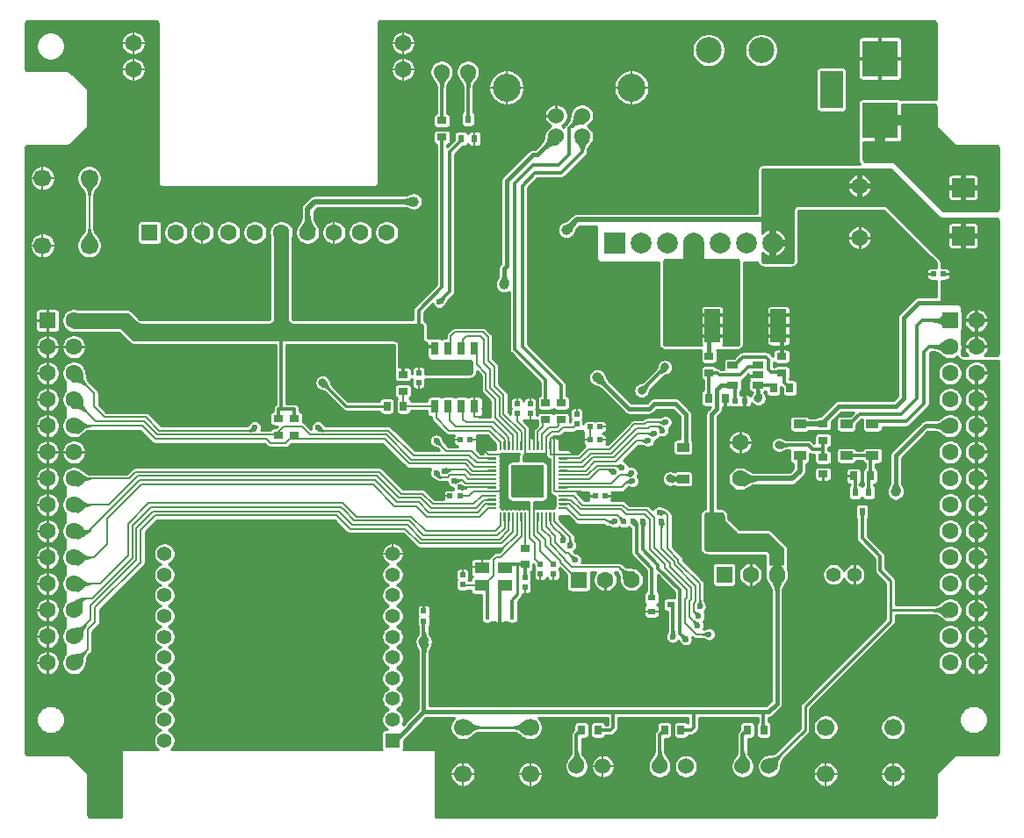
<source format=gtl>
%TF.GenerationSoftware,KiCad,Pcbnew,(5.1.12)-1*%
%TF.CreationDate,2022-03-07T16:27:53+09:00*%
%TF.ProjectId,RP2040CommandStation,52503230-3430-4436-9f6d-6d616e645374,rev?*%
%TF.SameCoordinates,PX6cb8080PY8d24d00*%
%TF.FileFunction,Copper,L1,Top*%
%TF.FilePolarity,Positive*%
%FSLAX46Y46*%
G04 Gerber Fmt 4.6, Leading zero omitted, Abs format (unit mm)*
G04 Created by KiCad (PCBNEW (5.1.12)-1) date 2022-03-07 16:27:53*
%MOMM*%
%LPD*%
G01*
G04 APERTURE LIST*
%TA.AperFunction,SMDPad,CuDef*%
%ADD10R,0.500000X0.550000*%
%TD*%
%TA.AperFunction,SMDPad,CuDef*%
%ADD11R,0.550000X0.500000*%
%TD*%
%TA.AperFunction,SMDPad,CuDef*%
%ADD12R,1.000000X0.700000*%
%TD*%
%TA.AperFunction,ComponentPad*%
%ADD13C,1.600000*%
%TD*%
%TA.AperFunction,ComponentPad*%
%ADD14C,1.400000*%
%TD*%
%TA.AperFunction,ComponentPad*%
%ADD15R,1.600000X1.600000*%
%TD*%
%TA.AperFunction,SMDPad,CuDef*%
%ADD16R,2.200000X1.850000*%
%TD*%
%TA.AperFunction,SMDPad,CuDef*%
%ADD17R,1.200000X0.850000*%
%TD*%
%TA.AperFunction,ComponentPad*%
%ADD18C,1.524000*%
%TD*%
%TA.AperFunction,ComponentPad*%
%ADD19R,3.500120X3.500120*%
%TD*%
%TA.AperFunction,ComponentPad*%
%ADD20R,2.200000X3.600000*%
%TD*%
%TA.AperFunction,ComponentPad*%
%ADD21C,2.500000*%
%TD*%
%TA.AperFunction,ComponentPad*%
%ADD22C,2.700000*%
%TD*%
%TA.AperFunction,SMDPad,CuDef*%
%ADD23R,0.600000X0.800000*%
%TD*%
%TA.AperFunction,SMDPad,CuDef*%
%ADD24R,0.800000X0.600000*%
%TD*%
%TA.AperFunction,SMDPad,CuDef*%
%ADD25R,1.500000X3.200000*%
%TD*%
%TA.AperFunction,SMDPad,CuDef*%
%ADD26R,0.900000X0.700000*%
%TD*%
%TA.AperFunction,SMDPad,CuDef*%
%ADD27R,0.700000X0.900000*%
%TD*%
%TA.AperFunction,ComponentPad*%
%ADD28C,1.700000*%
%TD*%
%TA.AperFunction,ComponentPad*%
%ADD29C,0.600000*%
%TD*%
%TA.AperFunction,SMDPad,CuDef*%
%ADD30R,0.800000X1.300000*%
%TD*%
%TA.AperFunction,ComponentPad*%
%ADD31R,2.000000X2.000000*%
%TD*%
%TA.AperFunction,ComponentPad*%
%ADD32C,2.000000*%
%TD*%
%TA.AperFunction,ComponentPad*%
%ADD33R,1.400000X1.400000*%
%TD*%
%TA.AperFunction,SMDPad,CuDef*%
%ADD34R,1.400000X1.100000*%
%TD*%
%TA.AperFunction,SMDPad,CuDef*%
%ADD35R,0.400000X1.900000*%
%TD*%
%TA.AperFunction,ViaPad*%
%ADD36C,1.000000*%
%TD*%
%TA.AperFunction,ViaPad*%
%ADD37C,0.800000*%
%TD*%
%TA.AperFunction,ViaPad*%
%ADD38C,0.600000*%
%TD*%
%TA.AperFunction,Conductor*%
%ADD39C,1.000000*%
%TD*%
%TA.AperFunction,Conductor*%
%ADD40C,0.300000*%
%TD*%
%TA.AperFunction,Conductor*%
%ADD41C,0.500000*%
%TD*%
%TA.AperFunction,Conductor*%
%ADD42C,0.700000*%
%TD*%
%TA.AperFunction,Conductor*%
%ADD43C,0.400000*%
%TD*%
%TA.AperFunction,Conductor*%
%ADD44C,0.250000*%
%TD*%
%TA.AperFunction,Conductor*%
%ADD45C,0.200000*%
%TD*%
%TA.AperFunction,Conductor*%
%ADD46C,2.000000*%
%TD*%
%TA.AperFunction,Conductor*%
%ADD47C,0.100000*%
%TD*%
%TA.AperFunction,Conductor*%
%ADD48C,0.025400*%
%TD*%
G04 APERTURE END LIST*
D10*
%TO.P,C8,1*%
%TO.N,+1V1*%
X51500000Y24975000D03*
%TO.P,C8,2*%
%TO.N,GND*%
X51500000Y24025000D03*
%TD*%
D11*
%TO.P,C2,2*%
%TO.N,GND*%
X88125000Y53000000D03*
%TO.P,C2,1*%
%TO.N,+12V*%
X89075000Y53000000D03*
%TD*%
D12*
%TO.P,U4,5*%
%TO.N,+3V3*%
X68800000Y42300000D03*
%TO.P,U4,4*%
%TO.N,Net-(R3-Pad2)*%
X68800000Y44200000D03*
%TO.P,U4,3*%
%TO.N,Net-(R2-Pad2)*%
X71200000Y44200000D03*
%TO.P,U4,2*%
%TO.N,GND*%
X71200000Y43250000D03*
%TO.P,U4,1*%
%TO.N,/CURRENT_SENSE*%
X71200000Y42300000D03*
%TD*%
D11*
%TO.P,C5,2*%
%TO.N,GND*%
X69975000Y40750000D03*
%TO.P,C5,1*%
%TO.N,+3V3*%
X69025000Y40750000D03*
%TD*%
D10*
%TO.P,C18,2*%
%TO.N,GND*%
X39000000Y20475000D03*
%TO.P,C18,1*%
%TO.N,+3V3*%
X39000000Y19525000D03*
%TD*%
D11*
%TO.P,C12,1*%
%TO.N,+3V3*%
X43475000Y37000000D03*
%TO.P,C12,2*%
%TO.N,GND*%
X42525000Y37000000D03*
%TD*%
%TO.P,C13,1*%
%TO.N,+3V3*%
X42475000Y31600000D03*
%TO.P,C13,2*%
%TO.N,GND*%
X41525000Y31600000D03*
%TD*%
%TO.P,C15,1*%
%TO.N,+3V3*%
X55525000Y31600000D03*
%TO.P,C15,2*%
%TO.N,GND*%
X56475000Y31600000D03*
%TD*%
D10*
%TO.P,C10,1*%
%TO.N,+1V1*%
X48000000Y39525000D03*
%TO.P,C10,2*%
%TO.N,GND*%
X48000000Y40475000D03*
%TD*%
%TO.P,C11,1*%
%TO.N,+3V3*%
X49250000Y39525000D03*
%TO.P,C11,2*%
%TO.N,GND*%
X49250000Y40475000D03*
%TD*%
%TO.P,C9,1*%
%TO.N,+1V1*%
X53750000Y38525000D03*
%TO.P,C9,2*%
%TO.N,GND*%
X53750000Y39475000D03*
%TD*%
D11*
%TO.P,C17,1*%
%TO.N,+3V3*%
X55025000Y38250000D03*
%TO.P,C17,2*%
%TO.N,GND*%
X55975000Y38250000D03*
%TD*%
%TO.P,C16,1*%
%TO.N,+3V3*%
X55025000Y37000000D03*
%TO.P,C16,2*%
%TO.N,GND*%
X55975000Y37000000D03*
%TD*%
D10*
%TO.P,C6,1*%
%TO.N,/XIN*%
X42750000Y23025000D03*
%TO.P,C6,2*%
%TO.N,GND*%
X42750000Y23975000D03*
%TD*%
%TO.P,C7,1*%
%TO.N,/XOUT_R*%
X48750000Y23725000D03*
%TO.P,C7,2*%
%TO.N,GND*%
X48750000Y22775000D03*
%TD*%
%TO.P,C14,1*%
%TO.N,+3V3*%
X50250000Y24975000D03*
%TO.P,C14,2*%
%TO.N,GND*%
X50250000Y24025000D03*
%TD*%
D13*
%TO.P,C1,2*%
%TO.N,GND*%
X81000000Y56500000D03*
%TO.P,C1,1*%
%TO.N,+12V*%
X81000000Y61500000D03*
%TD*%
%TO.P,C3,1*%
%TO.N,/Vin*%
X69500000Y33250000D03*
%TO.P,C3,2*%
%TO.N,GND*%
X69500000Y36750000D03*
%TD*%
D14*
%TO.P,C4,1*%
%TO.N,+3V3*%
X78500000Y24000000D03*
%TO.P,C4,2*%
%TO.N,GND*%
X80500000Y24000000D03*
%TD*%
D13*
%TO.P,CN1,10*%
%TO.N,/BUS_CTRL2*%
X35430000Y57000000D03*
%TO.P,CN1,8*%
%TO.N,GND*%
X30350000Y57000000D03*
%TO.P,CN1,7*%
%TO.N,+12V*%
X27810000Y57000000D03*
%TO.P,CN1,6*%
%TO.N,+3V3*%
X25270000Y57000000D03*
%TO.P,CN1,5*%
%TO.N,/BUS_TX*%
X22730000Y57000000D03*
%TO.P,CN1,4*%
%TO.N,/BUS_RX*%
X20190000Y57000000D03*
%TO.P,CN1,3*%
%TO.N,GND*%
X17650000Y57000000D03*
%TO.P,CN1,2*%
%TO.N,Net-(CN1-Pad2)*%
X15110000Y57000000D03*
%TO.P,CN1,14*%
%TO.N,GND*%
X11000000Y72730000D03*
%TO.P,CN1,13*%
X11000000Y75270000D03*
%TO.P,CN1,12*%
X37000000Y75270000D03*
%TO.P,CN1,11*%
X37000000Y72730000D03*
%TO.P,CN1,9*%
%TO.N,/BUS_CTRL1*%
X32890000Y57000000D03*
D15*
%TO.P,CN1,1*%
%TO.N,Net-(CN1-Pad1)*%
X12570000Y57000000D03*
%TD*%
D16*
%TO.P,D1,1*%
%TO.N,+12V*%
X91000000Y56675000D03*
%TO.P,D1,2*%
%TO.N,Net-(D1-Pad2)*%
X91000000Y61325000D03*
%TD*%
D17*
%TO.P,D2,2*%
%TO.N,+12V*%
X75250000Y38525000D03*
%TO.P,D2,1*%
%TO.N,/Vin*%
X75250000Y35475000D03*
%TD*%
%TO.P,D3,1*%
%TO.N,Net-(D3-Pad1)*%
X82250000Y35475000D03*
%TO.P,D3,2*%
%TO.N,/RAIL-*%
X82250000Y38525000D03*
%TD*%
%TO.P,D4,1*%
%TO.N,Net-(D3-Pad1)*%
X79750000Y35475000D03*
%TO.P,D4,2*%
%TO.N,/RAIL+*%
X79750000Y38525000D03*
%TD*%
D18*
%TO.P,D5,1*%
%TO.N,/FAILURE_LED*%
X64270000Y5500000D03*
%TO.P,D5,2*%
%TO.N,Net-(D5-Pad2)*%
X61730000Y5500000D03*
%TD*%
%TO.P,D6,1*%
%TO.N,/RAILPOWER_LED*%
X72270000Y5500000D03*
%TO.P,D6,2*%
%TO.N,Net-(D6-Pad2)*%
X69730000Y5500000D03*
%TD*%
%TO.P,D7,2*%
%TO.N,Net-(D7-Pad2)*%
X40730000Y72500000D03*
%TO.P,D7,1*%
%TO.N,Net-(D7-Pad1)*%
X43270000Y72500000D03*
%TD*%
D19*
%TO.P,J1,1*%
%TO.N,Net-(D1-Pad2)*%
X83000000Y67799860D03*
%TO.P,J1,2*%
%TO.N,GND*%
X83000000Y73799340D03*
D20*
%TO.P,J1,3*%
%TO.N,Net-(J1-Pad3)*%
X78301000Y70799600D03*
%TD*%
D21*
%TO.P,J2,1*%
%TO.N,/RAIL+*%
X71540000Y74600000D03*
%TO.P,J2,2*%
%TO.N,/RAIL-*%
X66460000Y74600000D03*
%TD*%
D18*
%TO.P,J3,1*%
%TO.N,VBUS*%
X51750000Y66290000D03*
%TO.P,J3,2*%
%TO.N,/USB_D-*%
X54250000Y66290000D03*
%TO.P,J3,3*%
%TO.N,/USB_D+*%
X54250000Y68290000D03*
%TO.P,J3,4*%
%TO.N,GND*%
X51750000Y68290000D03*
D22*
%TO.P,J3,5*%
X59020000Y71000000D03*
X46980000Y71000000D03*
%TD*%
D13*
%TO.P,J4,28*%
%TO.N,/KEY_COL4_IN*%
X5270000Y15490000D03*
%TO.P,J4,27*%
%TO.N,GND*%
X2730000Y15490000D03*
%TO.P,J4,26*%
%TO.N,/KEY_COL3_IN*%
X5270000Y18030000D03*
%TO.P,J4,25*%
%TO.N,GND*%
X2730000Y18030000D03*
%TO.P,J4,24*%
%TO.N,/KEY_COL2_IN*%
X5270000Y20570000D03*
%TO.P,J4,23*%
%TO.N,GND*%
X2730000Y20570000D03*
%TO.P,J4,22*%
%TO.N,/KEY_COL1_IN*%
X5270000Y23110000D03*
%TO.P,J4,21*%
%TO.N,GND*%
X2730000Y23110000D03*
%TO.P,J4,20*%
%TO.N,/KEY_ROW4_SEL*%
X5270000Y25650000D03*
%TO.P,J4,19*%
%TO.N,GND*%
X2730000Y25650000D03*
%TO.P,J4,18*%
%TO.N,/KEY_ROW3_SEL*%
X5270000Y28190000D03*
%TO.P,J4,17*%
%TO.N,GND*%
X2730000Y28190000D03*
%TO.P,J4,16*%
%TO.N,/KEY_ROW2_SEL*%
X5270000Y30730000D03*
%TO.P,J4,15*%
%TO.N,GND*%
X2730000Y30730000D03*
%TO.P,J4,14*%
%TO.N,/KEY_ROW1_SEL*%
X5270000Y33270000D03*
%TO.P,J4,13*%
%TO.N,GND*%
X2730000Y33270000D03*
%TO.P,J4,12*%
X5270000Y35810000D03*
%TO.P,J4,11*%
X2730000Y35810000D03*
%TO.P,J4,10*%
%TO.N,/I2C1_SCL*%
X5270000Y38350000D03*
%TO.P,J4,9*%
%TO.N,GND*%
X2730000Y38350000D03*
%TO.P,J4,8*%
%TO.N,/I2C1_SDA*%
X5270000Y40890000D03*
%TO.P,J4,7*%
%TO.N,GND*%
X2730000Y40890000D03*
%TO.P,J4,6*%
%TO.N,/~LCD_RST*%
X5270000Y43430000D03*
%TO.P,J4,5*%
%TO.N,GND*%
X2730000Y43430000D03*
%TO.P,J4,4*%
X5270000Y45970000D03*
%TO.P,J4,3*%
X2730000Y45970000D03*
%TO.P,J4,2*%
%TO.N,+3V3*%
X5270000Y48510000D03*
D15*
%TO.P,J4,1*%
%TO.N,GND*%
X2730000Y48510000D03*
%TD*%
%TO.P,J5,1*%
%TO.N,/RAIL+*%
X89730000Y48510000D03*
D13*
%TO.P,J5,2*%
%TO.N,+12V*%
X92270000Y48510000D03*
%TO.P,J5,3*%
%TO.N,/RAIL-*%
X89730000Y45970000D03*
%TO.P,J5,4*%
%TO.N,+12V*%
X92270000Y45970000D03*
%TO.P,J5,5*%
%TO.N,/DCC_SIGNAL_A*%
X89730000Y43430000D03*
%TO.P,J5,6*%
%TO.N,GND*%
X92270000Y43430000D03*
%TO.P,J5,7*%
%TO.N,/DCC_SIGNAL_B*%
X89730000Y40890000D03*
%TO.P,J5,8*%
%TO.N,GND*%
X92270000Y40890000D03*
%TO.P,J5,9*%
%TO.N,+3V3*%
X89730000Y38350000D03*
%TO.P,J5,10*%
%TO.N,GND*%
X92270000Y38350000D03*
%TO.P,J5,11*%
%TO.N,/VR_2*%
X89730000Y35810000D03*
%TO.P,J5,12*%
%TO.N,GND*%
X92270000Y35810000D03*
%TO.P,J5,13*%
%TO.N,/VR_1*%
X89730000Y33270000D03*
%TO.P,J5,14*%
%TO.N,GND*%
X92270000Y33270000D03*
%TO.P,J5,15*%
%TO.N,/DIR2_IN*%
X89730000Y30730000D03*
%TO.P,J5,16*%
%TO.N,GND*%
X92270000Y30730000D03*
%TO.P,J5,17*%
%TO.N,/DIR1_IN*%
X89730000Y28190000D03*
%TO.P,J5,18*%
%TO.N,GND*%
X92270000Y28190000D03*
%TO.P,J5,19*%
%TO.N,/DIR_SCAN_SEL2*%
X89730000Y25650000D03*
%TO.P,J5,20*%
%TO.N,GND*%
X92270000Y25650000D03*
%TO.P,J5,21*%
%TO.N,/DIR_SCAN_SEL1*%
X89730000Y23110000D03*
%TO.P,J5,22*%
%TO.N,GND*%
X92270000Y23110000D03*
%TO.P,J5,23*%
%TO.N,/RAILPOWER_LED*%
X89730000Y20570000D03*
%TO.P,J5,24*%
%TO.N,GND*%
X92270000Y20570000D03*
%TO.P,J5,25*%
%TO.N,/FAILURE_LED*%
X89730000Y18030000D03*
%TO.P,J5,26*%
%TO.N,GND*%
X92270000Y18030000D03*
%TO.P,J5,27*%
%TO.N,/RAILPOWER_BTN*%
X89730000Y15490000D03*
%TO.P,J5,28*%
%TO.N,GND*%
X92270000Y15490000D03*
%TD*%
D23*
%TO.P,Q1,1*%
%TO.N,Net-(D3-Pad1)*%
X81900000Y31950000D03*
%TO.P,Q1,2*%
%TO.N,GND*%
X80600000Y31950000D03*
%TO.P,Q1,3*%
%TO.N,/RAILPOWER_LED*%
X81250000Y30050000D03*
%TD*%
D24*
%TO.P,Q2,3*%
%TO.N,/FAILURE_LED*%
X62850000Y21100000D03*
%TO.P,Q2,2*%
%TO.N,GND*%
X60950000Y20450000D03*
%TO.P,Q2,1*%
%TO.N,/FAILURE_LED_SIG*%
X60950000Y21750000D03*
%TD*%
D23*
%TO.P,Q3,1*%
%TO.N,/COMM_LED*%
X42600000Y66050000D03*
%TO.P,Q3,2*%
%TO.N,GND*%
X43900000Y66050000D03*
%TO.P,Q3,3*%
%TO.N,Net-(D7-Pad1)*%
X43250000Y67950000D03*
%TD*%
D25*
%TO.P,R1,1*%
%TO.N,GNDPWR*%
X66800000Y48000000D03*
%TO.P,R1,2*%
%TO.N,GND*%
X73200000Y48000000D03*
%TD*%
D26*
%TO.P,R2,2*%
%TO.N,Net-(R2-Pad2)*%
X66500000Y43450000D03*
%TO.P,R2,1*%
%TO.N,GNDPWR*%
X66500000Y45050000D03*
%TD*%
%TO.P,R3,1*%
%TO.N,GND*%
X73500000Y45050000D03*
%TO.P,R3,2*%
%TO.N,Net-(R3-Pad2)*%
X73500000Y43450000D03*
%TD*%
D27*
%TO.P,R4,2*%
%TO.N,GND*%
X68050000Y41000000D03*
%TO.P,R4,1*%
%TO.N,Net-(R2-Pad2)*%
X66450000Y41000000D03*
%TD*%
%TO.P,R5,2*%
%TO.N,Net-(R3-Pad2)*%
X74300000Y42000000D03*
%TO.P,R5,1*%
%TO.N,/CURRENT_SENSE*%
X72700000Y42000000D03*
%TD*%
D26*
%TO.P,R6,1*%
%TO.N,+12V*%
X77500000Y38550000D03*
%TO.P,R6,2*%
%TO.N,/SUPP_VOLTAGE*%
X77500000Y36950000D03*
%TD*%
%TO.P,R7,1*%
%TO.N,/SUPP_VOLTAGE*%
X77500000Y35300000D03*
%TO.P,R7,2*%
%TO.N,GND*%
X77500000Y33700000D03*
%TD*%
%TO.P,R8,2*%
%TO.N,/XOUT_R*%
X48750000Y24950000D03*
%TO.P,R8,1*%
%TO.N,/XOUT*%
X48750000Y26550000D03*
%TD*%
D27*
%TO.P,R9,2*%
%TO.N,/~USB_BOOT*%
X35450000Y40250000D03*
%TO.P,R9,1*%
%TO.N,/QSPI_SS*%
X37050000Y40250000D03*
%TD*%
D26*
%TO.P,R10,2*%
%TO.N,/QSPI_SS*%
X37000000Y41700000D03*
%TO.P,R10,1*%
%TO.N,+3V3*%
X37000000Y43300000D03*
%TD*%
%TO.P,R11,2*%
%TO.N,Net-(R11-Pad2)*%
X50750000Y38950000D03*
%TO.P,R11,1*%
%TO.N,/USB_D+*%
X50750000Y40550000D03*
%TD*%
%TO.P,R12,2*%
%TO.N,Net-(R12-Pad2)*%
X52250000Y38950000D03*
%TO.P,R12,1*%
%TO.N,/USB_D-*%
X52250000Y40550000D03*
%TD*%
%TO.P,R13,2*%
%TO.N,/I2C1_SDA*%
X25000000Y37450000D03*
%TO.P,R13,1*%
%TO.N,+3V3*%
X25000000Y39050000D03*
%TD*%
%TO.P,R14,2*%
%TO.N,/I2C1_SCL*%
X26500000Y37450000D03*
%TO.P,R14,1*%
%TO.N,+3V3*%
X26500000Y39050000D03*
%TD*%
D27*
%TO.P,R15,1*%
%TO.N,+3V3*%
X63800000Y9000000D03*
%TO.P,R15,2*%
%TO.N,Net-(D5-Pad2)*%
X62200000Y9000000D03*
%TD*%
%TO.P,R16,1*%
%TO.N,+3V3*%
X71800000Y9000000D03*
%TO.P,R16,2*%
%TO.N,Net-(D6-Pad2)*%
X70200000Y9000000D03*
%TD*%
%TO.P,R17,2*%
%TO.N,GND*%
X80450000Y33500000D03*
%TO.P,R17,1*%
%TO.N,Net-(D3-Pad1)*%
X82050000Y33500000D03*
%TD*%
D26*
%TO.P,R18,1*%
%TO.N,+3V3*%
X40750000Y66200000D03*
%TO.P,R18,2*%
%TO.N,Net-(D7-Pad2)*%
X40750000Y67800000D03*
%TD*%
D28*
%TO.P,SW1,1*%
%TO.N,GND*%
X2250000Y55750000D03*
%TO.P,SW1,2*%
X2250000Y62250000D03*
%TO.P,SW1,3*%
%TO.N,/~USB_BOOT*%
X6750000Y55750000D03*
%TO.P,SW1,4*%
X6750000Y62250000D03*
%TD*%
%TO.P,SW2,4*%
%TO.N,/RAILPOWER_BTN*%
X77750000Y9250000D03*
%TO.P,SW2,3*%
X84250000Y9250000D03*
%TO.P,SW2,2*%
%TO.N,GND*%
X77750000Y4750000D03*
%TO.P,SW2,1*%
X84250000Y4750000D03*
%TD*%
%TO.P,U1,56*%
%TO.N,/QSPI_SS*%
%TA.AperFunction,SMDPad,CuDef*%
G36*
G01*
X46300000Y36050000D02*
X46300000Y36825000D01*
G75*
G02*
X46350000Y36875000I50000J0D01*
G01*
X46450000Y36875000D01*
G75*
G02*
X46500000Y36825000I0J-50000D01*
G01*
X46500000Y36050000D01*
G75*
G02*
X46450000Y36000000I-50000J0D01*
G01*
X46350000Y36000000D01*
G75*
G02*
X46300000Y36050000I0J50000D01*
G01*
G37*
%TD.AperFunction*%
%TO.P,U1,55*%
%TO.N,/QSPI_SD1*%
%TA.AperFunction,SMDPad,CuDef*%
G36*
G01*
X46700000Y36050000D02*
X46700000Y36825000D01*
G75*
G02*
X46750000Y36875000I50000J0D01*
G01*
X46850000Y36875000D01*
G75*
G02*
X46900000Y36825000I0J-50000D01*
G01*
X46900000Y36050000D01*
G75*
G02*
X46850000Y36000000I-50000J0D01*
G01*
X46750000Y36000000D01*
G75*
G02*
X46700000Y36050000I0J50000D01*
G01*
G37*
%TD.AperFunction*%
%TO.P,U1,54*%
%TO.N,/QSPI_SD2*%
%TA.AperFunction,SMDPad,CuDef*%
G36*
G01*
X47100000Y36050000D02*
X47100000Y36825000D01*
G75*
G02*
X47150000Y36875000I50000J0D01*
G01*
X47250000Y36875000D01*
G75*
G02*
X47300000Y36825000I0J-50000D01*
G01*
X47300000Y36050000D01*
G75*
G02*
X47250000Y36000000I-50000J0D01*
G01*
X47150000Y36000000D01*
G75*
G02*
X47100000Y36050000I0J50000D01*
G01*
G37*
%TD.AperFunction*%
%TO.P,U1,53*%
%TO.N,/QSPI_SD0*%
%TA.AperFunction,SMDPad,CuDef*%
G36*
G01*
X47500000Y36050000D02*
X47500000Y36825000D01*
G75*
G02*
X47550000Y36875000I50000J0D01*
G01*
X47650000Y36875000D01*
G75*
G02*
X47700000Y36825000I0J-50000D01*
G01*
X47700000Y36050000D01*
G75*
G02*
X47650000Y36000000I-50000J0D01*
G01*
X47550000Y36000000D01*
G75*
G02*
X47500000Y36050000I0J50000D01*
G01*
G37*
%TD.AperFunction*%
%TO.P,U1,52*%
%TO.N,/QSPI_SCLK*%
%TA.AperFunction,SMDPad,CuDef*%
G36*
G01*
X47900000Y36050000D02*
X47900000Y36825000D01*
G75*
G02*
X47950000Y36875000I50000J0D01*
G01*
X48050000Y36875000D01*
G75*
G02*
X48100000Y36825000I0J-50000D01*
G01*
X48100000Y36050000D01*
G75*
G02*
X48050000Y36000000I-50000J0D01*
G01*
X47950000Y36000000D01*
G75*
G02*
X47900000Y36050000I0J50000D01*
G01*
G37*
%TD.AperFunction*%
%TO.P,U1,51*%
%TO.N,/QSPI_SD3*%
%TA.AperFunction,SMDPad,CuDef*%
G36*
G01*
X48300000Y36050000D02*
X48300000Y36825000D01*
G75*
G02*
X48350000Y36875000I50000J0D01*
G01*
X48450000Y36875000D01*
G75*
G02*
X48500000Y36825000I0J-50000D01*
G01*
X48500000Y36050000D01*
G75*
G02*
X48450000Y36000000I-50000J0D01*
G01*
X48350000Y36000000D01*
G75*
G02*
X48300000Y36050000I0J50000D01*
G01*
G37*
%TD.AperFunction*%
%TO.P,U1,50*%
%TO.N,+1V1*%
%TA.AperFunction,SMDPad,CuDef*%
G36*
G01*
X48700000Y36050000D02*
X48700000Y36825000D01*
G75*
G02*
X48750000Y36875000I50000J0D01*
G01*
X48850000Y36875000D01*
G75*
G02*
X48900000Y36825000I0J-50000D01*
G01*
X48900000Y36050000D01*
G75*
G02*
X48850000Y36000000I-50000J0D01*
G01*
X48750000Y36000000D01*
G75*
G02*
X48700000Y36050000I0J50000D01*
G01*
G37*
%TD.AperFunction*%
%TO.P,U1,49*%
%TO.N,+3V3*%
%TA.AperFunction,SMDPad,CuDef*%
G36*
G01*
X49100000Y36050000D02*
X49100000Y36825000D01*
G75*
G02*
X49150000Y36875000I50000J0D01*
G01*
X49250000Y36875000D01*
G75*
G02*
X49300000Y36825000I0J-50000D01*
G01*
X49300000Y36050000D01*
G75*
G02*
X49250000Y36000000I-50000J0D01*
G01*
X49150000Y36000000D01*
G75*
G02*
X49100000Y36050000I0J50000D01*
G01*
G37*
%TD.AperFunction*%
%TO.P,U1,48*%
%TA.AperFunction,SMDPad,CuDef*%
G36*
G01*
X49500000Y36050000D02*
X49500000Y36825000D01*
G75*
G02*
X49550000Y36875000I50000J0D01*
G01*
X49650000Y36875000D01*
G75*
G02*
X49700000Y36825000I0J-50000D01*
G01*
X49700000Y36050000D01*
G75*
G02*
X49650000Y36000000I-50000J0D01*
G01*
X49550000Y36000000D01*
G75*
G02*
X49500000Y36050000I0J50000D01*
G01*
G37*
%TD.AperFunction*%
%TO.P,U1,47*%
%TO.N,Net-(R11-Pad2)*%
%TA.AperFunction,SMDPad,CuDef*%
G36*
G01*
X49900000Y36050000D02*
X49900000Y36825000D01*
G75*
G02*
X49950000Y36875000I50000J0D01*
G01*
X50050000Y36875000D01*
G75*
G02*
X50100000Y36825000I0J-50000D01*
G01*
X50100000Y36050000D01*
G75*
G02*
X50050000Y36000000I-50000J0D01*
G01*
X49950000Y36000000D01*
G75*
G02*
X49900000Y36050000I0J50000D01*
G01*
G37*
%TD.AperFunction*%
%TO.P,U1,46*%
%TO.N,Net-(R12-Pad2)*%
%TA.AperFunction,SMDPad,CuDef*%
G36*
G01*
X50300000Y36050000D02*
X50300000Y36825000D01*
G75*
G02*
X50350000Y36875000I50000J0D01*
G01*
X50450000Y36875000D01*
G75*
G02*
X50500000Y36825000I0J-50000D01*
G01*
X50500000Y36050000D01*
G75*
G02*
X50450000Y36000000I-50000J0D01*
G01*
X50350000Y36000000D01*
G75*
G02*
X50300000Y36050000I0J50000D01*
G01*
G37*
%TD.AperFunction*%
%TO.P,U1,45*%
%TO.N,+1V1*%
%TA.AperFunction,SMDPad,CuDef*%
G36*
G01*
X50700000Y36050000D02*
X50700000Y36825000D01*
G75*
G02*
X50750000Y36875000I50000J0D01*
G01*
X50850000Y36875000D01*
G75*
G02*
X50900000Y36825000I0J-50000D01*
G01*
X50900000Y36050000D01*
G75*
G02*
X50850000Y36000000I-50000J0D01*
G01*
X50750000Y36000000D01*
G75*
G02*
X50700000Y36050000I0J50000D01*
G01*
G37*
%TD.AperFunction*%
%TO.P,U1,44*%
%TO.N,+3V3*%
%TA.AperFunction,SMDPad,CuDef*%
G36*
G01*
X51100000Y36050000D02*
X51100000Y36825000D01*
G75*
G02*
X51150000Y36875000I50000J0D01*
G01*
X51250000Y36875000D01*
G75*
G02*
X51300000Y36825000I0J-50000D01*
G01*
X51300000Y36050000D01*
G75*
G02*
X51250000Y36000000I-50000J0D01*
G01*
X51150000Y36000000D01*
G75*
G02*
X51100000Y36050000I0J50000D01*
G01*
G37*
%TD.AperFunction*%
%TO.P,U1,43*%
%TA.AperFunction,SMDPad,CuDef*%
G36*
G01*
X51500000Y36050000D02*
X51500000Y36825000D01*
G75*
G02*
X51550000Y36875000I50000J0D01*
G01*
X51650000Y36875000D01*
G75*
G02*
X51700000Y36825000I0J-50000D01*
G01*
X51700000Y36050000D01*
G75*
G02*
X51650000Y36000000I-50000J0D01*
G01*
X51550000Y36000000D01*
G75*
G02*
X51500000Y36050000I0J50000D01*
G01*
G37*
%TD.AperFunction*%
%TO.P,U1,42*%
%TA.AperFunction,SMDPad,CuDef*%
G36*
G01*
X52000000Y35550000D02*
X52000000Y35650000D01*
G75*
G02*
X52050000Y35700000I50000J0D01*
G01*
X52825000Y35700000D01*
G75*
G02*
X52875000Y35650000I0J-50000D01*
G01*
X52875000Y35550000D01*
G75*
G02*
X52825000Y35500000I-50000J0D01*
G01*
X52050000Y35500000D01*
G75*
G02*
X52000000Y35550000I0J50000D01*
G01*
G37*
%TD.AperFunction*%
%TO.P,U1,41*%
%TO.N,/VR_2*%
%TA.AperFunction,SMDPad,CuDef*%
G36*
G01*
X52000000Y35150000D02*
X52000000Y35250000D01*
G75*
G02*
X52050000Y35300000I50000J0D01*
G01*
X52825000Y35300000D01*
G75*
G02*
X52875000Y35250000I0J-50000D01*
G01*
X52875000Y35150000D01*
G75*
G02*
X52825000Y35100000I-50000J0D01*
G01*
X52050000Y35100000D01*
G75*
G02*
X52000000Y35150000I0J50000D01*
G01*
G37*
%TD.AperFunction*%
%TO.P,U1,40*%
%TO.N,/VR_1*%
%TA.AperFunction,SMDPad,CuDef*%
G36*
G01*
X52000000Y34750000D02*
X52000000Y34850000D01*
G75*
G02*
X52050000Y34900000I50000J0D01*
G01*
X52825000Y34900000D01*
G75*
G02*
X52875000Y34850000I0J-50000D01*
G01*
X52875000Y34750000D01*
G75*
G02*
X52825000Y34700000I-50000J0D01*
G01*
X52050000Y34700000D01*
G75*
G02*
X52000000Y34750000I0J50000D01*
G01*
G37*
%TD.AperFunction*%
%TO.P,U1,39*%
%TO.N,/SUPP_VOLTAGE*%
%TA.AperFunction,SMDPad,CuDef*%
G36*
G01*
X52000000Y34350000D02*
X52000000Y34450000D01*
G75*
G02*
X52050000Y34500000I50000J0D01*
G01*
X52825000Y34500000D01*
G75*
G02*
X52875000Y34450000I0J-50000D01*
G01*
X52875000Y34350000D01*
G75*
G02*
X52825000Y34300000I-50000J0D01*
G01*
X52050000Y34300000D01*
G75*
G02*
X52000000Y34350000I0J50000D01*
G01*
G37*
%TD.AperFunction*%
%TO.P,U1,38*%
%TO.N,/CURRENT_SENSE*%
%TA.AperFunction,SMDPad,CuDef*%
G36*
G01*
X52000000Y33950000D02*
X52000000Y34050000D01*
G75*
G02*
X52050000Y34100000I50000J0D01*
G01*
X52825000Y34100000D01*
G75*
G02*
X52875000Y34050000I0J-50000D01*
G01*
X52875000Y33950000D01*
G75*
G02*
X52825000Y33900000I-50000J0D01*
G01*
X52050000Y33900000D01*
G75*
G02*
X52000000Y33950000I0J50000D01*
G01*
G37*
%TD.AperFunction*%
%TO.P,U1,37*%
%TO.N,/RAILPOWER_BTN*%
%TA.AperFunction,SMDPad,CuDef*%
G36*
G01*
X52000000Y33550000D02*
X52000000Y33650000D01*
G75*
G02*
X52050000Y33700000I50000J0D01*
G01*
X52825000Y33700000D01*
G75*
G02*
X52875000Y33650000I0J-50000D01*
G01*
X52875000Y33550000D01*
G75*
G02*
X52825000Y33500000I-50000J0D01*
G01*
X52050000Y33500000D01*
G75*
G02*
X52000000Y33550000I0J50000D01*
G01*
G37*
%TD.AperFunction*%
%TO.P,U1,36*%
%TO.N,/FAILURE_LED_SIG*%
%TA.AperFunction,SMDPad,CuDef*%
G36*
G01*
X52000000Y33150000D02*
X52000000Y33250000D01*
G75*
G02*
X52050000Y33300000I50000J0D01*
G01*
X52825000Y33300000D01*
G75*
G02*
X52875000Y33250000I0J-50000D01*
G01*
X52875000Y33150000D01*
G75*
G02*
X52825000Y33100000I-50000J0D01*
G01*
X52050000Y33100000D01*
G75*
G02*
X52000000Y33150000I0J50000D01*
G01*
G37*
%TD.AperFunction*%
%TO.P,U1,35*%
%TO.N,/DIR2_IN*%
%TA.AperFunction,SMDPad,CuDef*%
G36*
G01*
X52000000Y32750000D02*
X52000000Y32850000D01*
G75*
G02*
X52050000Y32900000I50000J0D01*
G01*
X52825000Y32900000D01*
G75*
G02*
X52875000Y32850000I0J-50000D01*
G01*
X52875000Y32750000D01*
G75*
G02*
X52825000Y32700000I-50000J0D01*
G01*
X52050000Y32700000D01*
G75*
G02*
X52000000Y32750000I0J50000D01*
G01*
G37*
%TD.AperFunction*%
%TO.P,U1,34*%
%TO.N,/DIR1_IN*%
%TA.AperFunction,SMDPad,CuDef*%
G36*
G01*
X52000000Y32350000D02*
X52000000Y32450000D01*
G75*
G02*
X52050000Y32500000I50000J0D01*
G01*
X52825000Y32500000D01*
G75*
G02*
X52875000Y32450000I0J-50000D01*
G01*
X52875000Y32350000D01*
G75*
G02*
X52825000Y32300000I-50000J0D01*
G01*
X52050000Y32300000D01*
G75*
G02*
X52000000Y32350000I0J50000D01*
G01*
G37*
%TD.AperFunction*%
%TO.P,U1,33*%
%TO.N,+3V3*%
%TA.AperFunction,SMDPad,CuDef*%
G36*
G01*
X52000000Y31950000D02*
X52000000Y32050000D01*
G75*
G02*
X52050000Y32100000I50000J0D01*
G01*
X52825000Y32100000D01*
G75*
G02*
X52875000Y32050000I0J-50000D01*
G01*
X52875000Y31950000D01*
G75*
G02*
X52825000Y31900000I-50000J0D01*
G01*
X52050000Y31900000D01*
G75*
G02*
X52000000Y31950000I0J50000D01*
G01*
G37*
%TD.AperFunction*%
%TO.P,U1,32*%
%TO.N,/DIR_SCAN_SEL2*%
%TA.AperFunction,SMDPad,CuDef*%
G36*
G01*
X52000000Y31550000D02*
X52000000Y31650000D01*
G75*
G02*
X52050000Y31700000I50000J0D01*
G01*
X52825000Y31700000D01*
G75*
G02*
X52875000Y31650000I0J-50000D01*
G01*
X52875000Y31550000D01*
G75*
G02*
X52825000Y31500000I-50000J0D01*
G01*
X52050000Y31500000D01*
G75*
G02*
X52000000Y31550000I0J50000D01*
G01*
G37*
%TD.AperFunction*%
%TO.P,U1,31*%
%TO.N,/DIR_SCAN_SEL1*%
%TA.AperFunction,SMDPad,CuDef*%
G36*
G01*
X52000000Y31150000D02*
X52000000Y31250000D01*
G75*
G02*
X52050000Y31300000I50000J0D01*
G01*
X52825000Y31300000D01*
G75*
G02*
X52875000Y31250000I0J-50000D01*
G01*
X52875000Y31150000D01*
G75*
G02*
X52825000Y31100000I-50000J0D01*
G01*
X52050000Y31100000D01*
G75*
G02*
X52000000Y31150000I0J50000D01*
G01*
G37*
%TD.AperFunction*%
%TO.P,U1,30*%
%TO.N,/DCC_SIGNAL_B*%
%TA.AperFunction,SMDPad,CuDef*%
G36*
G01*
X52000000Y30750000D02*
X52000000Y30850000D01*
G75*
G02*
X52050000Y30900000I50000J0D01*
G01*
X52825000Y30900000D01*
G75*
G02*
X52875000Y30850000I0J-50000D01*
G01*
X52875000Y30750000D01*
G75*
G02*
X52825000Y30700000I-50000J0D01*
G01*
X52050000Y30700000D01*
G75*
G02*
X52000000Y30750000I0J50000D01*
G01*
G37*
%TD.AperFunction*%
%TO.P,U1,29*%
%TO.N,/DCC_SIGNAL_A*%
%TA.AperFunction,SMDPad,CuDef*%
G36*
G01*
X52000000Y30350000D02*
X52000000Y30450000D01*
G75*
G02*
X52050000Y30500000I50000J0D01*
G01*
X52825000Y30500000D01*
G75*
G02*
X52875000Y30450000I0J-50000D01*
G01*
X52875000Y30350000D01*
G75*
G02*
X52825000Y30300000I-50000J0D01*
G01*
X52050000Y30300000D01*
G75*
G02*
X52000000Y30350000I0J50000D01*
G01*
G37*
%TD.AperFunction*%
%TO.P,U1,28*%
%TO.N,/XBee_RX*%
%TA.AperFunction,SMDPad,CuDef*%
G36*
G01*
X51500000Y29175000D02*
X51500000Y29950000D01*
G75*
G02*
X51550000Y30000000I50000J0D01*
G01*
X51650000Y30000000D01*
G75*
G02*
X51700000Y29950000I0J-50000D01*
G01*
X51700000Y29175000D01*
G75*
G02*
X51650000Y29125000I-50000J0D01*
G01*
X51550000Y29125000D01*
G75*
G02*
X51500000Y29175000I0J50000D01*
G01*
G37*
%TD.AperFunction*%
%TO.P,U1,27*%
%TO.N,/XBee_TX*%
%TA.AperFunction,SMDPad,CuDef*%
G36*
G01*
X51100000Y29175000D02*
X51100000Y29950000D01*
G75*
G02*
X51150000Y30000000I50000J0D01*
G01*
X51250000Y30000000D01*
G75*
G02*
X51300000Y29950000I0J-50000D01*
G01*
X51300000Y29175000D01*
G75*
G02*
X51250000Y29125000I-50000J0D01*
G01*
X51150000Y29125000D01*
G75*
G02*
X51100000Y29175000I0J50000D01*
G01*
G37*
%TD.AperFunction*%
%TO.P,U1,26*%
%TO.N,/RUN*%
%TA.AperFunction,SMDPad,CuDef*%
G36*
G01*
X50700000Y29175000D02*
X50700000Y29950000D01*
G75*
G02*
X50750000Y30000000I50000J0D01*
G01*
X50850000Y30000000D01*
G75*
G02*
X50900000Y29950000I0J-50000D01*
G01*
X50900000Y29175000D01*
G75*
G02*
X50850000Y29125000I-50000J0D01*
G01*
X50750000Y29125000D01*
G75*
G02*
X50700000Y29175000I0J50000D01*
G01*
G37*
%TD.AperFunction*%
%TO.P,U1,25*%
%TO.N,/SWD*%
%TA.AperFunction,SMDPad,CuDef*%
G36*
G01*
X50300000Y29175000D02*
X50300000Y29950000D01*
G75*
G02*
X50350000Y30000000I50000J0D01*
G01*
X50450000Y30000000D01*
G75*
G02*
X50500000Y29950000I0J-50000D01*
G01*
X50500000Y29175000D01*
G75*
G02*
X50450000Y29125000I-50000J0D01*
G01*
X50350000Y29125000D01*
G75*
G02*
X50300000Y29175000I0J50000D01*
G01*
G37*
%TD.AperFunction*%
%TO.P,U1,24*%
%TO.N,/SWCLK*%
%TA.AperFunction,SMDPad,CuDef*%
G36*
G01*
X49900000Y29175000D02*
X49900000Y29950000D01*
G75*
G02*
X49950000Y30000000I50000J0D01*
G01*
X50050000Y30000000D01*
G75*
G02*
X50100000Y29950000I0J-50000D01*
G01*
X50100000Y29175000D01*
G75*
G02*
X50050000Y29125000I-50000J0D01*
G01*
X49950000Y29125000D01*
G75*
G02*
X49900000Y29175000I0J50000D01*
G01*
G37*
%TD.AperFunction*%
%TO.P,U1,23*%
%TO.N,+1V1*%
%TA.AperFunction,SMDPad,CuDef*%
G36*
G01*
X49500000Y29175000D02*
X49500000Y29950000D01*
G75*
G02*
X49550000Y30000000I50000J0D01*
G01*
X49650000Y30000000D01*
G75*
G02*
X49700000Y29950000I0J-50000D01*
G01*
X49700000Y29175000D01*
G75*
G02*
X49650000Y29125000I-50000J0D01*
G01*
X49550000Y29125000D01*
G75*
G02*
X49500000Y29175000I0J50000D01*
G01*
G37*
%TD.AperFunction*%
%TO.P,U1,22*%
%TO.N,+3V3*%
%TA.AperFunction,SMDPad,CuDef*%
G36*
G01*
X49100000Y29175000D02*
X49100000Y29950000D01*
G75*
G02*
X49150000Y30000000I50000J0D01*
G01*
X49250000Y30000000D01*
G75*
G02*
X49300000Y29950000I0J-50000D01*
G01*
X49300000Y29175000D01*
G75*
G02*
X49250000Y29125000I-50000J0D01*
G01*
X49150000Y29125000D01*
G75*
G02*
X49100000Y29175000I0J50000D01*
G01*
G37*
%TD.AperFunction*%
%TO.P,U1,21*%
%TO.N,/XOUT*%
%TA.AperFunction,SMDPad,CuDef*%
G36*
G01*
X48700000Y29175000D02*
X48700000Y29950000D01*
G75*
G02*
X48750000Y30000000I50000J0D01*
G01*
X48850000Y30000000D01*
G75*
G02*
X48900000Y29950000I0J-50000D01*
G01*
X48900000Y29175000D01*
G75*
G02*
X48850000Y29125000I-50000J0D01*
G01*
X48750000Y29125000D01*
G75*
G02*
X48700000Y29175000I0J50000D01*
G01*
G37*
%TD.AperFunction*%
%TO.P,U1,20*%
%TO.N,/XIN*%
%TA.AperFunction,SMDPad,CuDef*%
G36*
G01*
X48300000Y29175000D02*
X48300000Y29950000D01*
G75*
G02*
X48350000Y30000000I50000J0D01*
G01*
X48450000Y30000000D01*
G75*
G02*
X48500000Y29950000I0J-50000D01*
G01*
X48500000Y29175000D01*
G75*
G02*
X48450000Y29125000I-50000J0D01*
G01*
X48350000Y29125000D01*
G75*
G02*
X48300000Y29175000I0J50000D01*
G01*
G37*
%TD.AperFunction*%
%TO.P,U1,19*%
%TO.N,GND*%
%TA.AperFunction,SMDPad,CuDef*%
G36*
G01*
X47900000Y29175000D02*
X47900000Y29950000D01*
G75*
G02*
X47950000Y30000000I50000J0D01*
G01*
X48050000Y30000000D01*
G75*
G02*
X48100000Y29950000I0J-50000D01*
G01*
X48100000Y29175000D01*
G75*
G02*
X48050000Y29125000I-50000J0D01*
G01*
X47950000Y29125000D01*
G75*
G02*
X47900000Y29175000I0J50000D01*
G01*
G37*
%TD.AperFunction*%
%TO.P,U1,18*%
%TO.N,/KEY_COL4_IN*%
%TA.AperFunction,SMDPad,CuDef*%
G36*
G01*
X47500000Y29175000D02*
X47500000Y29950000D01*
G75*
G02*
X47550000Y30000000I50000J0D01*
G01*
X47650000Y30000000D01*
G75*
G02*
X47700000Y29950000I0J-50000D01*
G01*
X47700000Y29175000D01*
G75*
G02*
X47650000Y29125000I-50000J0D01*
G01*
X47550000Y29125000D01*
G75*
G02*
X47500000Y29175000I0J50000D01*
G01*
G37*
%TD.AperFunction*%
%TO.P,U1,17*%
%TO.N,/KEY_COL3_IN*%
%TA.AperFunction,SMDPad,CuDef*%
G36*
G01*
X47100000Y29175000D02*
X47100000Y29950000D01*
G75*
G02*
X47150000Y30000000I50000J0D01*
G01*
X47250000Y30000000D01*
G75*
G02*
X47300000Y29950000I0J-50000D01*
G01*
X47300000Y29175000D01*
G75*
G02*
X47250000Y29125000I-50000J0D01*
G01*
X47150000Y29125000D01*
G75*
G02*
X47100000Y29175000I0J50000D01*
G01*
G37*
%TD.AperFunction*%
%TO.P,U1,16*%
%TO.N,/KEY_COL2_IN*%
%TA.AperFunction,SMDPad,CuDef*%
G36*
G01*
X46700000Y29175000D02*
X46700000Y29950000D01*
G75*
G02*
X46750000Y30000000I50000J0D01*
G01*
X46850000Y30000000D01*
G75*
G02*
X46900000Y29950000I0J-50000D01*
G01*
X46900000Y29175000D01*
G75*
G02*
X46850000Y29125000I-50000J0D01*
G01*
X46750000Y29125000D01*
G75*
G02*
X46700000Y29175000I0J50000D01*
G01*
G37*
%TD.AperFunction*%
%TO.P,U1,15*%
%TO.N,/KEY_COL1_IN*%
%TA.AperFunction,SMDPad,CuDef*%
G36*
G01*
X46300000Y29175000D02*
X46300000Y29950000D01*
G75*
G02*
X46350000Y30000000I50000J0D01*
G01*
X46450000Y30000000D01*
G75*
G02*
X46500000Y29950000I0J-50000D01*
G01*
X46500000Y29175000D01*
G75*
G02*
X46450000Y29125000I-50000J0D01*
G01*
X46350000Y29125000D01*
G75*
G02*
X46300000Y29175000I0J50000D01*
G01*
G37*
%TD.AperFunction*%
%TO.P,U1,14*%
%TO.N,/KEY_ROW4_SEL*%
%TA.AperFunction,SMDPad,CuDef*%
G36*
G01*
X45125000Y30350000D02*
X45125000Y30450000D01*
G75*
G02*
X45175000Y30500000I50000J0D01*
G01*
X45950000Y30500000D01*
G75*
G02*
X46000000Y30450000I0J-50000D01*
G01*
X46000000Y30350000D01*
G75*
G02*
X45950000Y30300000I-50000J0D01*
G01*
X45175000Y30300000D01*
G75*
G02*
X45125000Y30350000I0J50000D01*
G01*
G37*
%TD.AperFunction*%
%TO.P,U1,13*%
%TO.N,/KEY_ROW3_SEL*%
%TA.AperFunction,SMDPad,CuDef*%
G36*
G01*
X45125000Y30750000D02*
X45125000Y30850000D01*
G75*
G02*
X45175000Y30900000I50000J0D01*
G01*
X45950000Y30900000D01*
G75*
G02*
X46000000Y30850000I0J-50000D01*
G01*
X46000000Y30750000D01*
G75*
G02*
X45950000Y30700000I-50000J0D01*
G01*
X45175000Y30700000D01*
G75*
G02*
X45125000Y30750000I0J50000D01*
G01*
G37*
%TD.AperFunction*%
%TO.P,U1,12*%
%TO.N,/KEY_ROW2_SEL*%
%TA.AperFunction,SMDPad,CuDef*%
G36*
G01*
X45125000Y31150000D02*
X45125000Y31250000D01*
G75*
G02*
X45175000Y31300000I50000J0D01*
G01*
X45950000Y31300000D01*
G75*
G02*
X46000000Y31250000I0J-50000D01*
G01*
X46000000Y31150000D01*
G75*
G02*
X45950000Y31100000I-50000J0D01*
G01*
X45175000Y31100000D01*
G75*
G02*
X45125000Y31150000I0J50000D01*
G01*
G37*
%TD.AperFunction*%
%TO.P,U1,11*%
%TO.N,/KEY_ROW1_SEL*%
%TA.AperFunction,SMDPad,CuDef*%
G36*
G01*
X45125000Y31550000D02*
X45125000Y31650000D01*
G75*
G02*
X45175000Y31700000I50000J0D01*
G01*
X45950000Y31700000D01*
G75*
G02*
X46000000Y31650000I0J-50000D01*
G01*
X46000000Y31550000D01*
G75*
G02*
X45950000Y31500000I-50000J0D01*
G01*
X45175000Y31500000D01*
G75*
G02*
X45125000Y31550000I0J50000D01*
G01*
G37*
%TD.AperFunction*%
%TO.P,U1,10*%
%TO.N,+3V3*%
%TA.AperFunction,SMDPad,CuDef*%
G36*
G01*
X45125000Y31950000D02*
X45125000Y32050000D01*
G75*
G02*
X45175000Y32100000I50000J0D01*
G01*
X45950000Y32100000D01*
G75*
G02*
X46000000Y32050000I0J-50000D01*
G01*
X46000000Y31950000D01*
G75*
G02*
X45950000Y31900000I-50000J0D01*
G01*
X45175000Y31900000D01*
G75*
G02*
X45125000Y31950000I0J50000D01*
G01*
G37*
%TD.AperFunction*%
%TO.P,U1,9*%
%TO.N,/BUS_CTRL2*%
%TA.AperFunction,SMDPad,CuDef*%
G36*
G01*
X45125000Y32350000D02*
X45125000Y32450000D01*
G75*
G02*
X45175000Y32500000I50000J0D01*
G01*
X45950000Y32500000D01*
G75*
G02*
X46000000Y32450000I0J-50000D01*
G01*
X46000000Y32350000D01*
G75*
G02*
X45950000Y32300000I-50000J0D01*
G01*
X45175000Y32300000D01*
G75*
G02*
X45125000Y32350000I0J50000D01*
G01*
G37*
%TD.AperFunction*%
%TO.P,U1,8*%
%TO.N,/BUS_CTRL1*%
%TA.AperFunction,SMDPad,CuDef*%
G36*
G01*
X45125000Y32750000D02*
X45125000Y32850000D01*
G75*
G02*
X45175000Y32900000I50000J0D01*
G01*
X45950000Y32900000D01*
G75*
G02*
X46000000Y32850000I0J-50000D01*
G01*
X46000000Y32750000D01*
G75*
G02*
X45950000Y32700000I-50000J0D01*
G01*
X45175000Y32700000D01*
G75*
G02*
X45125000Y32750000I0J50000D01*
G01*
G37*
%TD.AperFunction*%
%TO.P,U1,7*%
%TO.N,/BUS_RX*%
%TA.AperFunction,SMDPad,CuDef*%
G36*
G01*
X45125000Y33150000D02*
X45125000Y33250000D01*
G75*
G02*
X45175000Y33300000I50000J0D01*
G01*
X45950000Y33300000D01*
G75*
G02*
X46000000Y33250000I0J-50000D01*
G01*
X46000000Y33150000D01*
G75*
G02*
X45950000Y33100000I-50000J0D01*
G01*
X45175000Y33100000D01*
G75*
G02*
X45125000Y33150000I0J50000D01*
G01*
G37*
%TD.AperFunction*%
%TO.P,U1,6*%
%TO.N,/BUS_TX*%
%TA.AperFunction,SMDPad,CuDef*%
G36*
G01*
X45125000Y33550000D02*
X45125000Y33650000D01*
G75*
G02*
X45175000Y33700000I50000J0D01*
G01*
X45950000Y33700000D01*
G75*
G02*
X46000000Y33650000I0J-50000D01*
G01*
X46000000Y33550000D01*
G75*
G02*
X45950000Y33500000I-50000J0D01*
G01*
X45175000Y33500000D01*
G75*
G02*
X45125000Y33550000I0J50000D01*
G01*
G37*
%TD.AperFunction*%
%TO.P,U1,5*%
%TO.N,/I2C1_SCL*%
%TA.AperFunction,SMDPad,CuDef*%
G36*
G01*
X45125000Y33950000D02*
X45125000Y34050000D01*
G75*
G02*
X45175000Y34100000I50000J0D01*
G01*
X45950000Y34100000D01*
G75*
G02*
X46000000Y34050000I0J-50000D01*
G01*
X46000000Y33950000D01*
G75*
G02*
X45950000Y33900000I-50000J0D01*
G01*
X45175000Y33900000D01*
G75*
G02*
X45125000Y33950000I0J50000D01*
G01*
G37*
%TD.AperFunction*%
%TO.P,U1,4*%
%TO.N,/I2C1_SDA*%
%TA.AperFunction,SMDPad,CuDef*%
G36*
G01*
X45125000Y34350000D02*
X45125000Y34450000D01*
G75*
G02*
X45175000Y34500000I50000J0D01*
G01*
X45950000Y34500000D01*
G75*
G02*
X46000000Y34450000I0J-50000D01*
G01*
X46000000Y34350000D01*
G75*
G02*
X45950000Y34300000I-50000J0D01*
G01*
X45175000Y34300000D01*
G75*
G02*
X45125000Y34350000I0J50000D01*
G01*
G37*
%TD.AperFunction*%
%TO.P,U1,3*%
%TO.N,/~LCD_RST*%
%TA.AperFunction,SMDPad,CuDef*%
G36*
G01*
X45125000Y34750000D02*
X45125000Y34850000D01*
G75*
G02*
X45175000Y34900000I50000J0D01*
G01*
X45950000Y34900000D01*
G75*
G02*
X46000000Y34850000I0J-50000D01*
G01*
X46000000Y34750000D01*
G75*
G02*
X45950000Y34700000I-50000J0D01*
G01*
X45175000Y34700000D01*
G75*
G02*
X45125000Y34750000I0J50000D01*
G01*
G37*
%TD.AperFunction*%
%TO.P,U1,2*%
%TO.N,/COMM_LED*%
%TA.AperFunction,SMDPad,CuDef*%
G36*
G01*
X45125000Y35150000D02*
X45125000Y35250000D01*
G75*
G02*
X45175000Y35300000I50000J0D01*
G01*
X45950000Y35300000D01*
G75*
G02*
X46000000Y35250000I0J-50000D01*
G01*
X46000000Y35150000D01*
G75*
G02*
X45950000Y35100000I-50000J0D01*
G01*
X45175000Y35100000D01*
G75*
G02*
X45125000Y35150000I0J50000D01*
G01*
G37*
%TD.AperFunction*%
%TO.P,U1,1*%
%TO.N,+3V3*%
%TA.AperFunction,SMDPad,CuDef*%
G36*
G01*
X45125000Y35550000D02*
X45125000Y35650000D01*
G75*
G02*
X45175000Y35700000I50000J0D01*
G01*
X45950000Y35700000D01*
G75*
G02*
X46000000Y35650000I0J-50000D01*
G01*
X46000000Y35550000D01*
G75*
G02*
X45950000Y35500000I-50000J0D01*
G01*
X45175000Y35500000D01*
G75*
G02*
X45125000Y35550000I0J50000D01*
G01*
G37*
%TD.AperFunction*%
D29*
%TO.P,U1,57*%
%TO.N,GND*%
X50275000Y31725000D03*
X49000000Y31725000D03*
X47725000Y31725000D03*
X50275000Y33000000D03*
X49000000Y33000000D03*
X47725000Y33000000D03*
X50275000Y34275000D03*
X49000000Y34275000D03*
X47725000Y34275000D03*
%TA.AperFunction,SMDPad,CuDef*%
G36*
G01*
X47400000Y31544000D02*
X47400000Y34456000D01*
G75*
G02*
X47544000Y34600000I144000J0D01*
G01*
X50456000Y34600000D01*
G75*
G02*
X50600000Y34456000I0J-144000D01*
G01*
X50600000Y31544000D01*
G75*
G02*
X50456000Y31400000I-144000J0D01*
G01*
X47544000Y31400000D01*
G75*
G02*
X47400000Y31544000I0J144000D01*
G01*
G37*
%TD.AperFunction*%
%TD*%
D30*
%TO.P,U2,8*%
%TO.N,+3V3*%
X40095000Y45800000D03*
%TO.P,U2,7*%
%TO.N,/QSPI_SD3*%
X41365000Y45800000D03*
%TO.P,U2,6*%
%TO.N,/QSPI_SCLK*%
X42635000Y45800000D03*
%TO.P,U2,5*%
%TO.N,/QSPI_SD0*%
X43905000Y45800000D03*
%TO.P,U2,4*%
%TO.N,GND*%
X43905000Y40200000D03*
%TO.P,U2,3*%
%TO.N,/QSPI_SD2*%
X42635000Y40200000D03*
%TO.P,U2,2*%
%TO.N,/QSPI_SD1*%
X41365000Y40200000D03*
%TO.P,U2,1*%
%TO.N,/QSPI_SS*%
X40095000Y40200000D03*
%TD*%
D31*
%TO.P,U3,1*%
%TO.N,/DCC_SIGNAL_B*%
X57380000Y56000000D03*
D32*
%TO.P,U3,2*%
%TO.N,/DCC_SIGNAL_A*%
X59920000Y56000000D03*
%TO.P,U3,3*%
%TO.N,/RAIL-*%
X62460000Y56000000D03*
%TO.P,U3,4*%
%TO.N,GNDPWR*%
X65000000Y56000000D03*
%TO.P,U3,5*%
%TO.N,/RAIL+*%
X67540000Y56000000D03*
%TO.P,U3,6*%
%TO.N,Net-(U3-Pad6)*%
X70080000Y56000000D03*
%TO.P,U3,7*%
%TO.N,+12V*%
X72620000Y56000000D03*
%TD*%
D15*
%TO.P,U5,1*%
%TO.N,/Vin*%
X67960000Y24000000D03*
D13*
%TO.P,U5,2*%
%TO.N,GND*%
X70500000Y24000000D03*
%TO.P,U5,3*%
%TO.N,+3V3*%
X73040000Y24000000D03*
%TD*%
D33*
%TO.P,U6,1*%
%TO.N,+3V3*%
X36000000Y8000000D03*
D14*
%TO.P,U6,2*%
%TO.N,/XBee_RX*%
X36000000Y10000000D03*
%TO.P,U6,3*%
%TO.N,/XBee_TX*%
X36000000Y12000000D03*
%TO.P,U6,4*%
%TO.N,Net-(U6-Pad4)*%
X36000000Y14000000D03*
%TO.P,U6,5*%
%TO.N,Net-(U6-Pad5)*%
X36000000Y16000000D03*
%TO.P,U6,6*%
%TO.N,Net-(U6-Pad6)*%
X36000000Y18000000D03*
%TO.P,U6,7*%
%TO.N,Net-(U6-Pad7)*%
X36000000Y20000000D03*
%TO.P,U6,8*%
%TO.N,Net-(U6-Pad8)*%
X36000000Y22000000D03*
%TO.P,U6,9*%
%TO.N,Net-(U6-Pad9)*%
X36000000Y24000000D03*
%TO.P,U6,10*%
%TO.N,GND*%
X36000000Y26000000D03*
%TO.P,U6,11*%
%TO.N,Net-(U6-Pad11)*%
X14000000Y26000000D03*
%TO.P,U6,12*%
%TO.N,Net-(U6-Pad12)*%
X14000000Y24000000D03*
%TO.P,U6,13*%
%TO.N,Net-(U6-Pad13)*%
X14000000Y22000000D03*
%TO.P,U6,14*%
%TO.N,Net-(U6-Pad14)*%
X14000000Y20000000D03*
%TO.P,U6,15*%
%TO.N,Net-(U6-Pad15)*%
X14000000Y18000000D03*
%TO.P,U6,16*%
%TO.N,Net-(U6-Pad16)*%
X14000000Y16000000D03*
%TO.P,U6,17*%
%TO.N,Net-(U6-Pad17)*%
X14000000Y14000000D03*
%TO.P,U6,18*%
%TO.N,Net-(U6-Pad18)*%
X14000000Y12000000D03*
%TO.P,U6,19*%
%TO.N,Net-(U6-Pad19)*%
X14000000Y10000000D03*
%TO.P,U6,20*%
%TO.N,Net-(U6-Pad20)*%
X14000000Y8000000D03*
%TD*%
D34*
%TO.P,Y1,1*%
%TO.N,/XIN*%
X44600000Y22950000D03*
%TO.P,Y1,2*%
%TO.N,GND*%
X46800000Y22950000D03*
%TO.P,Y1,3*%
%TO.N,/XOUT_R*%
X46800000Y24650000D03*
%TO.P,Y1,4*%
%TO.N,GND*%
X44600000Y24650000D03*
%TD*%
D13*
%TO.P,J6,3*%
%TO.N,/SWD*%
X59040000Y23500000D03*
%TO.P,J6,2*%
%TO.N,GND*%
X56500000Y23500000D03*
D15*
%TO.P,J6,1*%
%TO.N,/SWCLK*%
X53960000Y23500000D03*
%TD*%
D28*
%TO.P,SW3,1*%
%TO.N,GND*%
X49250000Y4750000D03*
%TO.P,SW3,2*%
X42750000Y4750000D03*
%TO.P,SW3,3*%
%TO.N,/RUN*%
X49250000Y9250000D03*
%TO.P,SW3,4*%
X42750000Y9250000D03*
%TD*%
D10*
%TO.P,C19,1*%
%TO.N,+3V3*%
X38500000Y43475000D03*
%TO.P,C19,2*%
%TO.N,GND*%
X38500000Y42525000D03*
%TD*%
D18*
%TO.P,D8,1*%
%TO.N,GND*%
X56270000Y5500000D03*
%TO.P,D8,2*%
%TO.N,Net-(D8-Pad2)*%
X53730000Y5500000D03*
%TD*%
D27*
%TO.P,R19,1*%
%TO.N,+3V3*%
X55800000Y9000000D03*
%TO.P,R19,2*%
%TO.N,Net-(D8-Pad2)*%
X54200000Y9000000D03*
%TD*%
D17*
%TO.P,D9,1*%
%TO.N,/Vin*%
X64000000Y33225000D03*
%TO.P,D9,2*%
%TO.N,VBUS*%
X64000000Y36275000D03*
%TD*%
D35*
%TO.P,Y2,1*%
%TO.N,/XIN*%
X45100000Y20600000D03*
%TO.P,Y2,2*%
%TO.N,GND*%
X46300000Y20600000D03*
%TO.P,Y2,3*%
%TO.N,/XOUT_R*%
X47500000Y20600000D03*
%TD*%
D36*
%TO.N,+12V*%
X52750000Y57250000D03*
X38000000Y60000000D03*
D37*
%TO.N,GND*%
X40500000Y31600000D03*
D36*
X85000000Y56000000D03*
X77000000Y56000000D03*
X83000000Y52000000D03*
X75000000Y52000000D03*
X79000000Y52000000D03*
X71000000Y52000000D03*
X87000000Y52000000D03*
D37*
X45000000Y40000000D03*
X48600000Y42000000D03*
X41500000Y37000000D03*
D36*
X61000000Y32000000D03*
D37*
X53000000Y29000000D03*
D36*
X54000000Y42000000D03*
X83000000Y41500000D03*
X79000000Y41500000D03*
X83000000Y29000000D03*
X75000000Y29000000D03*
X83000000Y22000000D03*
X75000000Y22000000D03*
X40000000Y47500000D03*
X39000000Y53000000D03*
X35000000Y53000000D03*
X31000000Y53000000D03*
X31000000Y44000000D03*
X38500000Y41500000D03*
X43000000Y53000000D03*
X43000000Y57000000D03*
X39000000Y57000000D03*
X27000000Y53000000D03*
X19000000Y53000000D03*
X64250000Y29250000D03*
X55000000Y26250000D03*
X40750000Y12500000D03*
X39750000Y9250000D03*
X26750000Y45500000D03*
X23500000Y45500000D03*
X64250000Y41500000D03*
X65500000Y34750000D03*
X7500000Y66000000D03*
X7500000Y76000000D03*
X47500000Y76000000D03*
X57500000Y76000000D03*
X77500000Y76000000D03*
X87500000Y76000000D03*
X7500000Y66000000D03*
X37500000Y66000000D03*
X47500000Y66000000D03*
X57500000Y66000000D03*
X77500000Y66000000D03*
X19000000Y60000000D03*
X26000000Y60000000D03*
X50000000Y57000000D03*
X7500000Y44750000D03*
X17500000Y45500000D03*
X37250000Y49250000D03*
X57500000Y46000000D03*
X7500000Y37000000D03*
X17500000Y36000000D03*
X27500000Y36000000D03*
X17500000Y26000000D03*
X27500000Y26000000D03*
X40000000Y26000000D03*
X77500000Y26000000D03*
X7500000Y16750000D03*
X17500000Y16000000D03*
X27500000Y16000000D03*
X37500000Y14500000D03*
X47500000Y15500000D03*
X57500000Y15500000D03*
X64000000Y15500000D03*
X7500000Y6000000D03*
X32500000Y8000000D03*
X47500000Y6000000D03*
X66500000Y2500000D03*
X75000000Y2500000D03*
X87500000Y7500000D03*
X27500000Y8000000D03*
X17500000Y8000000D03*
X22500000Y8000000D03*
X59000000Y2500000D03*
X87500000Y2500000D03*
X93500000Y7500000D03*
X75500000Y14000000D03*
X32000000Y50000000D03*
X27000000Y50000000D03*
D38*
X57750000Y28000000D03*
D37*
X46500000Y46250000D03*
D36*
X50250000Y46250000D03*
X57500000Y53250000D03*
D37*
X44400000Y26000000D03*
D36*
%TO.N,+3V3*%
X39000000Y17500000D03*
D37*
X49400000Y38500000D03*
X54500000Y31600000D03*
D36*
X84500000Y32000000D03*
D37*
X53750000Y37000000D03*
X44500000Y37000000D03*
D36*
X67000000Y27250000D03*
X67000000Y29000000D03*
X43250000Y43750000D03*
X42000000Y43750000D03*
D38*
X46750000Y30750000D03*
%TO.N,/BUS_CTRL2*%
X42500000Y32400000D03*
%TO.N,/BUS_TX*%
X41000000Y34000000D03*
%TO.N,/BUS_RX*%
X40200000Y33800000D03*
%TO.N,/BUS_CTRL1*%
X41900000Y33000000D03*
%TO.N,/FAILURE_LED*%
X63000000Y18000000D03*
D36*
%TO.N,VBUS*%
X55750000Y43000000D03*
X46750000Y52000000D03*
D38*
%TO.N,/~LCD_RST*%
X22700000Y38200000D03*
X28800000Y38200000D03*
%TO.N,/DCC_SIGNAL_A*%
X57400000Y29100000D03*
D37*
X60000000Y41750000D03*
X62250000Y44000000D03*
D38*
%TO.N,/DCC_SIGNAL_B*%
X58300000Y29100000D03*
%TO.N,/RAILPOWER_BTN*%
X64250000Y17750000D03*
X58100000Y34300000D03*
X60100000Y29100000D03*
%TO.N,/DIR_SCAN_SEL1*%
X66500000Y18250000D03*
%TO.N,/DIR_SCAN_SEL2*%
X65400000Y19100000D03*
%TO.N,/DIR1_IN*%
X65500000Y20000000D03*
X59100000Y33000000D03*
X61900000Y29100000D03*
%TO.N,/DIR2_IN*%
X65600000Y20900000D03*
X59000000Y33800000D03*
X61700000Y30000000D03*
%TO.N,/VR_1*%
X62000000Y37900000D03*
%TO.N,/VR_2*%
X62300000Y38700000D03*
%TO.N,/FAILURE_LED_SIG*%
X57300000Y33900000D03*
X59200000Y29100000D03*
%TO.N,/COMM_LED*%
X40200000Y36900000D03*
X40500000Y50300000D03*
D37*
%TO.N,/CURRENT_SENSE*%
X71250000Y41000000D03*
D38*
X60600000Y36900000D03*
D37*
%TO.N,/SUPP_VOLTAGE*%
X73250000Y36500000D03*
D38*
X61200000Y37600000D03*
D37*
%TO.N,/~USB_BOOT*%
X29250000Y42500000D03*
D38*
%TO.N,/XBee_TX*%
X52400000Y27300000D03*
%TO.N,/XBee_RX*%
X53100000Y26800000D03*
%TO.N,/RUN*%
X53600000Y25400000D03*
D37*
%TO.N,/Vin*%
X62750000Y33250000D03*
%TD*%
D39*
%TO.N,+12V*%
X72620000Y59620000D02*
X74500000Y61500000D01*
X83750000Y61500000D02*
X88500000Y56750000D01*
D40*
X92270000Y45970000D02*
X93970000Y45970000D01*
X92270000Y45970000D02*
X92270000Y48510000D01*
X92270000Y48510000D02*
X93990000Y48510000D01*
X92270000Y48510000D02*
X92270000Y51020000D01*
X92270000Y51020000D02*
X91500000Y51790000D01*
D41*
X88575000Y56675000D02*
X88500000Y56750000D01*
X91000000Y56675000D02*
X88575000Y56675000D01*
X91000000Y56425000D02*
X91000000Y58000000D01*
X91000000Y56675000D02*
X91000000Y54500000D01*
X91000000Y56675000D02*
X93075000Y56675000D01*
X81000000Y61500000D02*
X78500000Y61500000D01*
D39*
X74500000Y61500000D02*
X78500000Y61500000D01*
X83250000Y61500000D02*
X83750000Y61500000D01*
D41*
X83250000Y61500000D02*
X81000000Y61500000D01*
X81000000Y61500000D02*
X81000000Y60000000D01*
X81000000Y61500000D02*
X81000000Y62750000D01*
D39*
X72620000Y58380000D02*
X72620000Y59620000D01*
D42*
X72620000Y56000000D02*
X72620000Y54380000D01*
X72620000Y56000000D02*
X74250000Y56000000D01*
D40*
X91500000Y51790000D02*
X91500000Y52000000D01*
X91500000Y52000000D02*
X91500000Y54000000D01*
D43*
X79000000Y40250000D02*
X77275000Y38525000D01*
X84500000Y40250000D02*
X79000000Y40250000D01*
X85250000Y41000000D02*
X84500000Y40250000D01*
X85250000Y48750000D02*
X85250000Y41000000D01*
X86750000Y50250000D02*
X85250000Y48750000D01*
X89500000Y50250000D02*
X86750000Y50250000D01*
X91250000Y52000000D02*
X89500000Y50250000D01*
X77275000Y38525000D02*
X77250000Y38525000D01*
X91500000Y52000000D02*
X91250000Y52000000D01*
D41*
X77475000Y38525000D02*
X77500000Y38550000D01*
X75250000Y38525000D02*
X77475000Y38525000D01*
D44*
X89075000Y53000000D02*
X90800000Y53000000D01*
X90800000Y53800000D02*
X91250000Y54250000D01*
X90800000Y53000000D02*
X90800000Y53800000D01*
D40*
X91250000Y54250000D02*
X91000000Y54500000D01*
X91500000Y54000000D02*
X91250000Y54250000D01*
D42*
X72620000Y56000000D02*
X72620000Y58380000D01*
D41*
X72490000Y58250000D02*
X72620000Y58380000D01*
X58750000Y58250000D02*
X72490000Y58250000D01*
X58750000Y58250000D02*
X55750000Y58250000D01*
X55750000Y58250000D02*
X54750000Y58250000D01*
X54750000Y58250000D02*
X53750000Y58250000D01*
X53750000Y58250000D02*
X52750000Y57250000D01*
X38000000Y60000000D02*
X28500000Y60000000D01*
X27810000Y59310000D02*
X27810000Y57000000D01*
X28500000Y60000000D02*
X27810000Y59310000D01*
D40*
X92270000Y48510000D02*
X91010000Y48510000D01*
X92270000Y45970000D02*
X91030000Y45970000D01*
%TO.N,GND*%
X92270000Y43430000D02*
X92270000Y13520000D01*
X92270000Y43430000D02*
X93930000Y43430000D01*
X92270000Y40890000D02*
X93640000Y40890000D01*
X92270000Y38350000D02*
X93900000Y38350000D01*
X92270000Y35810000D02*
X93690000Y35810000D01*
X92270000Y33270000D02*
X93980000Y33270000D01*
X92270000Y28190000D02*
X93940000Y28190000D01*
X92270000Y30730000D02*
X93980000Y30730000D01*
X92270000Y25650000D02*
X93850000Y25650000D01*
X92270000Y23110000D02*
X93890000Y23110000D01*
X92270000Y20570000D02*
X93680000Y20570000D01*
X92270000Y18030000D02*
X93720000Y18030000D01*
X92270000Y15490000D02*
X93740000Y15490000D01*
D44*
X2730000Y48510000D02*
X1010000Y48510000D01*
X2730000Y48510000D02*
X2730000Y50230000D01*
X2730000Y48510000D02*
X2730000Y13020000D01*
X2730000Y15490000D02*
X1010000Y15490000D01*
X2730000Y18030000D02*
X1030000Y18030000D01*
X2730000Y20570000D02*
X1070000Y20570000D01*
X2730000Y23110000D02*
X1140000Y23110000D01*
X2730000Y25650000D02*
X1150000Y25650000D01*
X2730000Y28190000D02*
X1060000Y28190000D01*
X1060000Y28190000D02*
X1000000Y28250000D01*
X2730000Y30730000D02*
X1020000Y30730000D01*
X2730000Y33270000D02*
X1020000Y33270000D01*
X2730000Y35810000D02*
X1190000Y35810000D01*
X1190000Y35810000D02*
X1130000Y35750000D01*
X1130000Y35750000D02*
X1000000Y35750000D01*
X2730000Y38350000D02*
X1150000Y38350000D01*
X1150000Y38350000D02*
X1000000Y38500000D01*
X2730000Y40890000D02*
X1110000Y40890000D01*
X2730000Y43430000D02*
X820000Y43430000D01*
X2730000Y45970000D02*
X1030000Y45970000D01*
X2730000Y35810000D02*
X6940000Y35810000D01*
D40*
X80600000Y33350000D02*
X80450000Y33500000D01*
X80600000Y31950000D02*
X80600000Y33350000D01*
D45*
X42750000Y23975000D02*
X42750000Y24750000D01*
X44500000Y24750000D02*
X44600000Y24650000D01*
X42750000Y24750000D02*
X44500000Y24750000D01*
X46800000Y22950000D02*
X47050000Y22950000D01*
X47050000Y22950000D02*
X47250000Y22750000D01*
X48725000Y22750000D02*
X48750000Y22775000D01*
X44600000Y26350000D02*
X44650000Y26400000D01*
X44600000Y24650000D02*
X44600000Y26350000D01*
X48750000Y22775000D02*
X48750000Y22050000D01*
X48750000Y22050000D02*
X48800000Y22000000D01*
X48800000Y22000000D02*
X50000000Y22000000D01*
X50000000Y22000000D02*
X50200000Y22200000D01*
X48000000Y29062500D02*
X48000000Y29562500D01*
X46500000Y26400000D02*
X48000000Y27900000D01*
X48000000Y27900000D02*
X48000000Y29062500D01*
X44650000Y26400000D02*
X46500000Y26400000D01*
X39750000Y26000000D02*
X37000000Y26000000D01*
X37000000Y26000000D02*
X35250000Y26000000D01*
X41300000Y21500000D02*
X42000000Y20800000D01*
X41300000Y26000000D02*
X41300000Y21500000D01*
X41700000Y26400000D02*
X41300000Y26000000D01*
X44650000Y26400000D02*
X41700000Y26400000D01*
X49250000Y40475000D02*
X49250000Y41500000D01*
X49250000Y41500000D02*
X48000000Y41500000D01*
X48000000Y41500000D02*
X48000000Y40475000D01*
X55975000Y38250000D02*
X56750000Y38250000D01*
X55975000Y37000000D02*
X56750000Y37000000D01*
X56750000Y37000000D02*
X56750000Y38250000D01*
X53750000Y40250000D02*
X53750000Y39475000D01*
X55250000Y40250000D02*
X53750000Y40250000D01*
X56750000Y38750000D02*
X55250000Y40250000D01*
X56750000Y38250000D02*
X56750000Y38750000D01*
X30350000Y57000000D02*
X30350000Y55400000D01*
X17650000Y57000000D02*
X17650000Y55350000D01*
X41525000Y31600000D02*
X40500000Y31600000D01*
X43905000Y40200000D02*
X43905000Y39205000D01*
X43905000Y39205000D02*
X44795000Y39205000D01*
X39750000Y26000000D02*
X41300000Y26000000D01*
X36000000Y26000000D02*
X36000000Y27100000D01*
X36000000Y26000000D02*
X34400000Y26000000D01*
X43905000Y41695000D02*
X43905000Y40200000D01*
X43600000Y42000000D02*
X43905000Y41695000D01*
X38500000Y42500000D02*
X38500000Y41725000D01*
X37750000Y42500000D02*
X36000000Y42500000D01*
X2250000Y55750000D02*
X2250000Y62250000D01*
X2250000Y62250000D02*
X2250000Y64250000D01*
X2250000Y62250000D02*
X3750000Y62250000D01*
X2250000Y62250000D02*
X750000Y62250000D01*
X2250000Y55750000D02*
X750000Y55750000D01*
X2250000Y55750000D02*
X3500000Y55750000D01*
X2730000Y51270000D02*
X2730000Y50230000D01*
X2250000Y51750000D02*
X2730000Y51270000D01*
X2250000Y55750000D02*
X2250000Y51750000D01*
D43*
X73500000Y47700000D02*
X73200000Y48000000D01*
X73500000Y45050000D02*
X73500000Y47700000D01*
D40*
X73200000Y48000000D02*
X75000000Y48000000D01*
X73200000Y47000000D02*
X75000000Y47000000D01*
X73200000Y49000000D02*
X75000000Y49000000D01*
X71450000Y49000000D02*
X73250000Y49000000D01*
X71450000Y48000000D02*
X73250000Y48000000D01*
X71450000Y47000000D02*
X73250000Y47000000D01*
D44*
X81000000Y56500000D02*
X81000000Y58400000D01*
X81000000Y56500000D02*
X79200000Y56500000D01*
X81000000Y56500000D02*
X82700000Y56500000D01*
X81000000Y56500000D02*
X81000000Y54900000D01*
D40*
X83000000Y73799340D02*
X80299340Y73799340D01*
X83000000Y73799340D02*
X83000000Y71000000D01*
X85950660Y73799340D02*
X85799340Y73799340D01*
X83000000Y73799340D02*
X85799340Y73799340D01*
X83000000Y73799340D02*
X83000000Y76750000D01*
D42*
X80299340Y73799340D02*
X75799340Y73799340D01*
X75799340Y73799340D02*
X75000000Y73000000D01*
X75000000Y73000000D02*
X75000000Y66000000D01*
X75000000Y66000000D02*
X74000000Y65000000D01*
X74000000Y65000000D02*
X58000000Y65000000D01*
X58000000Y65000000D02*
X58000000Y63750000D01*
X58000000Y63750000D02*
X54250000Y60000000D01*
X54250000Y60000000D02*
X51000000Y60000000D01*
X51000000Y60000000D02*
X50500000Y59500000D01*
X50500000Y59500000D02*
X50500000Y50250000D01*
D44*
X51750000Y68290000D02*
X51750000Y70000000D01*
X51750000Y68290000D02*
X49790000Y68290000D01*
D45*
X59020000Y71000000D02*
X59020000Y68770000D01*
X59020000Y71000000D02*
X61250000Y71000000D01*
X59020000Y71000000D02*
X59020000Y73230000D01*
X59020000Y71000000D02*
X56750000Y71000000D01*
X46980000Y71000000D02*
X46980000Y68770000D01*
X46980000Y71000000D02*
X44750000Y71000000D01*
X46980000Y72980000D02*
X47000000Y73000000D01*
X46980000Y72980000D02*
X46980000Y72770000D01*
X46980000Y71000000D02*
X46980000Y72770000D01*
X46980000Y71000000D02*
X49250000Y71000000D01*
X81000000Y54900000D02*
X84900000Y54900000D01*
X84900000Y54900000D02*
X85000000Y55000000D01*
X85000000Y55000000D02*
X77000000Y55000000D01*
X85000000Y55000000D02*
X85000000Y51000000D01*
X77000000Y52000000D02*
X79000000Y52000000D01*
X71000000Y52000000D02*
X77000000Y52000000D01*
X85000000Y56000000D02*
X85000000Y55000000D01*
X87000000Y52000000D02*
X83000000Y52000000D01*
X77000000Y56000000D02*
X77000000Y55000000D01*
X77000000Y54000000D02*
X79000000Y52000000D01*
X77000000Y55000000D02*
X77000000Y54000000D01*
D44*
X39000000Y21750000D02*
X39750000Y22500000D01*
X39000000Y20475000D02*
X39000000Y21750000D01*
D45*
X39750000Y22500000D02*
X39750000Y26000000D01*
D44*
X77500000Y33700000D02*
X77500000Y32750000D01*
X80450000Y33500000D02*
X79000000Y33500000D01*
X79000000Y33500000D02*
X79000000Y32750000D01*
X79000000Y32750000D02*
X77500000Y32750000D01*
X69500000Y36750000D02*
X69500000Y38500000D01*
X69500000Y36750000D02*
X71000000Y36750000D01*
X69500000Y36750000D02*
X68000000Y36750000D01*
X70500000Y24000000D02*
X70500000Y25750000D01*
X80500000Y22250000D02*
X80500000Y24000000D01*
X70500000Y24000000D02*
X70500000Y22250000D01*
X80500000Y24000000D02*
X80500000Y25750000D01*
D40*
X70375000Y43125000D02*
X70000000Y42750000D01*
X71075000Y43125000D02*
X70375000Y43125000D01*
X71200000Y43250000D02*
X71075000Y43125000D01*
X69975000Y41725000D02*
X70000000Y41750000D01*
X69975000Y40750000D02*
X69975000Y41725000D01*
X70000000Y42750000D02*
X70000000Y41750000D01*
X68050000Y41000000D02*
X68050000Y39800000D01*
X68075000Y39775000D02*
X69975000Y39775000D01*
X68050000Y39800000D02*
X68075000Y39775000D01*
X69975000Y39775000D02*
X69975000Y39525000D01*
X69975000Y40750000D02*
X69975000Y39775000D01*
D44*
X56500000Y23500000D02*
X56500000Y21000000D01*
X56500000Y21000000D02*
X50000000Y21000000D01*
D45*
X50000000Y21000000D02*
X50000000Y22000000D01*
X50000000Y20800000D02*
X50000000Y21000000D01*
D44*
X69500000Y36750000D02*
X69500000Y35250000D01*
X88125000Y53000000D02*
X87000000Y53000000D01*
X87000000Y53000000D02*
X87000000Y52000000D01*
D45*
X42525000Y37000000D02*
X41500000Y37000000D01*
D44*
X79000000Y33500000D02*
X79000000Y34250000D01*
D45*
X37000000Y72730000D02*
X37000000Y75270000D01*
X37000000Y75270000D02*
X37000000Y77000000D01*
X37000000Y75270000D02*
X35770000Y75270000D01*
X37000000Y75270000D02*
X38230000Y75270000D01*
X35520000Y72730000D02*
X35770000Y72730000D01*
X37000000Y72730000D02*
X35770000Y72730000D01*
X37000000Y72730000D02*
X38230000Y72730000D01*
X45000000Y39410000D02*
X45000000Y40000000D01*
X44795000Y39205000D02*
X45000000Y39410000D01*
X11000000Y72730000D02*
X11000000Y71300000D01*
X11000000Y72730000D02*
X9530000Y72730000D01*
X11000000Y72730000D02*
X12470000Y72730000D01*
X11000000Y72730000D02*
X11000000Y76700000D01*
X11000000Y75270000D02*
X9430000Y75270000D01*
X11000000Y75270000D02*
X12470000Y75270000D01*
X2250000Y64250000D02*
X5150000Y64250000D01*
X9300000Y72500000D02*
X9530000Y72730000D01*
X9300000Y68400000D02*
X9300000Y72500000D01*
X17650000Y57000000D02*
X17650000Y58950000D01*
X17650000Y58950000D02*
X17600000Y59000000D01*
X17600000Y59000000D02*
X9400000Y59000000D01*
X9400000Y59000000D02*
X8900000Y59500000D01*
X8900000Y59500000D02*
X8900000Y64200000D01*
X8900000Y64200000D02*
X7000000Y66100000D01*
X7000000Y66100000D02*
X9300000Y68400000D01*
X5150000Y64250000D02*
X6700000Y65800000D01*
X60950000Y20450000D02*
X61850000Y20450000D01*
X57050000Y20450000D02*
X56500000Y21000000D01*
X60950000Y20450000D02*
X57050000Y20450000D01*
X84250000Y4750000D02*
X84250000Y6250000D01*
X84250000Y4750000D02*
X84250000Y3250000D01*
X84250000Y4750000D02*
X82250000Y4750000D01*
X77750000Y4750000D02*
X77750000Y3250000D01*
X77750000Y4750000D02*
X77750000Y6250000D01*
X77750000Y4750000D02*
X75500000Y4750000D01*
X77750000Y4750000D02*
X80000000Y4750000D01*
X84250000Y4750000D02*
X86750000Y4750000D01*
X42750000Y4750000D02*
X49250000Y4750000D01*
X42750000Y4750000D02*
X40500000Y4750000D01*
X42750000Y4750000D02*
X42750000Y3250000D01*
X42750000Y6500000D02*
X42750000Y6250000D01*
X42750000Y4750000D02*
X42750000Y6250000D01*
X49250000Y4750000D02*
X51000000Y4750000D01*
X49250000Y4750000D02*
X49250000Y3000000D01*
X49250000Y4750000D02*
X49250000Y6500000D01*
X60600000Y31600000D02*
X61000000Y32000000D01*
X57400000Y31600000D02*
X60600000Y31600000D01*
D44*
X56475000Y31600000D02*
X57400000Y31600000D01*
X57400000Y31600000D02*
X57600000Y31600000D01*
D45*
X56270000Y5500000D02*
X58000000Y5500000D01*
X56270000Y3770000D02*
X56250000Y3750000D01*
X56270000Y3770000D02*
X56270000Y4020000D01*
X56270000Y5500000D02*
X56270000Y4020000D01*
X56270000Y5500000D02*
X56270000Y7230000D01*
X56270000Y5500000D02*
X55000000Y5500000D01*
X43900000Y65100000D02*
X43900000Y65150000D01*
X43900000Y66050000D02*
X43900000Y65150000D01*
X37000000Y68000000D02*
X37000000Y72730000D01*
X38000000Y67000000D02*
X37000000Y68000000D01*
X43750000Y67000000D02*
X38000000Y67000000D01*
X43850000Y66900000D02*
X43750000Y67000000D01*
X43900000Y66900000D02*
X43850000Y66900000D01*
X43900000Y66050000D02*
X43900000Y66900000D01*
D40*
X79000000Y41500000D02*
X83000000Y41500000D01*
X83000000Y41500000D02*
X83000000Y52000000D01*
X82750000Y22250000D02*
X83000000Y22000000D01*
X80500000Y22250000D02*
X82750000Y22250000D01*
X75000000Y30250000D02*
X77500000Y32750000D01*
X75000000Y29000000D02*
X75000000Y30250000D01*
D45*
X50250000Y22250000D02*
X50200000Y22200000D01*
X51500000Y24025000D02*
X51500000Y23000000D01*
X50250000Y23000000D02*
X51500000Y23000000D01*
X50250000Y24025000D02*
X50250000Y23000000D01*
X50250000Y23000000D02*
X50250000Y22250000D01*
X30350000Y57000000D02*
X30350000Y58850000D01*
X30350000Y58850000D02*
X30350000Y58650000D01*
X31000000Y53000000D02*
X35000000Y53000000D01*
X6700000Y65800000D02*
X7000000Y66100000D01*
D44*
X54000000Y42000000D02*
X54000000Y45000000D01*
X55000000Y46000000D02*
X57500000Y46000000D01*
X54000000Y45000000D02*
X55000000Y46000000D01*
X43100000Y41500000D02*
X43600000Y42000000D01*
X38500000Y41500000D02*
X43100000Y41500000D01*
D45*
X37750000Y42500000D02*
X37750000Y42250000D01*
X37750000Y42250000D02*
X38000000Y42000000D01*
X38000000Y42000000D02*
X38500000Y41500000D01*
D40*
X46300000Y22450000D02*
X46800000Y22950000D01*
X46300000Y20600000D02*
X46300000Y22450000D01*
X46300000Y20600000D02*
X46300000Y18800000D01*
X46300000Y18800000D02*
X48900000Y18800000D01*
X50000000Y19900000D02*
X50000000Y21000000D01*
X48900000Y18800000D02*
X50000000Y19900000D01*
X44000000Y18800000D02*
X42000000Y20800000D01*
X46300000Y18800000D02*
X44000000Y18800000D01*
X46300000Y16700000D02*
X47500000Y15500000D01*
X46300000Y18800000D02*
X46300000Y16700000D01*
X47500000Y15500000D02*
X57500000Y15500000D01*
X57500000Y15500000D02*
X64000000Y15500000D01*
X44500000Y12500000D02*
X47500000Y15500000D01*
X40750000Y12500000D02*
X44500000Y12500000D01*
X6940000Y36440000D02*
X6940000Y35810000D01*
X7500000Y37000000D02*
X6940000Y36440000D01*
X7500000Y16750000D02*
X7500000Y12500000D01*
X7500000Y12500000D02*
X7250000Y12250000D01*
X3500000Y12250000D02*
X2730000Y13020000D01*
X7250000Y12250000D02*
X3500000Y12250000D01*
X7500000Y6000000D02*
X7500000Y12500000D01*
D44*
X2730000Y45970000D02*
X7220000Y45970000D01*
D40*
X7500000Y45690000D02*
X7220000Y45970000D01*
X7500000Y44750000D02*
X7500000Y45690000D01*
D44*
X90000000Y8000000D02*
X90000000Y11000000D01*
D45*
X86750000Y4750000D02*
X90000000Y8000000D01*
D44*
X92270000Y13270000D02*
X92270000Y13520000D01*
X90000000Y11000000D02*
X92270000Y13270000D01*
D45*
%TO.N,+3V3*%
X49200018Y39475018D02*
X49250000Y39525000D01*
X49200000Y36437500D02*
X49200018Y36437518D01*
X49200018Y38100018D02*
X49499982Y38100018D01*
X49200018Y36437518D02*
X49200018Y38100018D01*
X49499982Y38100018D02*
X49600000Y38000000D01*
X49600000Y38000000D02*
X49600000Y36437500D01*
X52437500Y35600000D02*
X51600000Y35600000D01*
X51600000Y35600000D02*
X51600000Y36437500D01*
X51200000Y36437500D02*
X51200000Y35600000D01*
X51200000Y35600000D02*
X51600000Y35600000D01*
X51200000Y36437500D02*
X51200000Y37100000D01*
X51200000Y37100000D02*
X51400000Y37300000D01*
X51600000Y36437500D02*
X51600000Y37300000D01*
X51600000Y37300000D02*
X53100000Y37300000D01*
X51400000Y37300000D02*
X51600000Y37300000D01*
X52437500Y35600000D02*
X53300000Y35600000D01*
X45562500Y35600000D02*
X46700000Y35600000D01*
X46700000Y35600000D02*
X46900000Y35400000D01*
X46900000Y35400000D02*
X46900000Y34500000D01*
X45562500Y32000000D02*
X46900000Y32000000D01*
X46900000Y34500000D02*
X46900000Y32000000D01*
X49200000Y30500000D02*
X49200000Y29562500D01*
X49200000Y30700000D02*
X49200000Y30500000D01*
X49000000Y30900000D02*
X49200000Y30700000D01*
X47200000Y30900000D02*
X49000000Y30900000D01*
X46900000Y31200000D02*
X47200000Y30900000D01*
X46900000Y32000000D02*
X46900000Y31200000D01*
X53300000Y35600000D02*
X53700000Y36000000D01*
X53700000Y36000000D02*
X53700000Y37000000D01*
X53700000Y37000000D02*
X55025000Y37000000D01*
X55025000Y37000000D02*
X55025000Y38250000D01*
X53700000Y37000000D02*
X53400000Y37300000D01*
X53400000Y37300000D02*
X53100000Y37300000D01*
X52437500Y32000000D02*
X51700000Y32000000D01*
X51700000Y32000000D02*
X51600000Y32100000D01*
X51600000Y32100000D02*
X51600000Y33500000D01*
X51600000Y33500000D02*
X51600000Y35600000D01*
X52437500Y32000000D02*
X54000000Y32000000D01*
X49300018Y38699982D02*
X49400000Y38600000D01*
X49200018Y38699982D02*
X49300018Y38699982D01*
X49200018Y38100018D02*
X49200018Y38699982D01*
X49250000Y38750000D02*
X49400000Y38600000D01*
X49250000Y39525000D02*
X49250000Y38750000D01*
X54100001Y31999999D02*
X54500000Y31600000D01*
X54000000Y32000000D02*
X54100001Y31999999D01*
X44000000Y32000000D02*
X45562500Y32000000D01*
X42475000Y31600000D02*
X43400000Y31600000D01*
X43800000Y32000000D02*
X43400000Y31600000D01*
X44000000Y32000000D02*
X43800000Y32000000D01*
X38500000Y44500000D02*
X38500000Y43725000D01*
D43*
X36000000Y8000000D02*
X36250000Y8000000D01*
X36250000Y8000000D02*
X39000000Y10750000D01*
X89730000Y38350000D02*
X87350000Y38350000D01*
X87350000Y38350000D02*
X84500000Y35500000D01*
D40*
X69025000Y42075000D02*
X68800000Y42300000D01*
X69025000Y40750000D02*
X69025000Y42075000D01*
D43*
X84500000Y35500000D02*
X84500000Y34500000D01*
X84500000Y34500000D02*
X84500000Y32000000D01*
D44*
X55525000Y31600000D02*
X54500000Y31600000D01*
D45*
X45200000Y35600000D02*
X45562500Y35600000D01*
X43475000Y37000000D02*
X44250000Y37000000D01*
X44250000Y37000000D02*
X44500000Y36750000D01*
X44500000Y36750000D02*
X44500000Y36300000D01*
X44525000Y36275000D02*
X45200000Y35600000D01*
X44500000Y36300000D02*
X44525000Y36275000D01*
D43*
X67250000Y41850000D02*
X67700000Y42300000D01*
X66750000Y39500000D02*
X67250000Y40000000D01*
X68750000Y27250000D02*
X66750000Y29250000D01*
X66750000Y29250000D02*
X66750000Y39500000D01*
X72150000Y27250000D02*
X68750000Y27250000D01*
X67250000Y40000000D02*
X67250000Y41850000D01*
X73040000Y26360000D02*
X72150000Y27250000D01*
X67700000Y42300000D02*
X68800000Y42300000D01*
X73040000Y24000000D02*
X73040000Y26360000D01*
D40*
X38500000Y44500000D02*
X38500000Y45250000D01*
X38955000Y46000000D02*
X40000000Y46000000D01*
X38500000Y44500000D02*
X37000000Y44500000D01*
X37000000Y44500000D02*
X37000000Y43300000D01*
X65000000Y10750000D02*
X65000000Y9250000D01*
X64750000Y9000000D02*
X63800000Y9000000D01*
X65000000Y9250000D02*
X64750000Y9000000D01*
D43*
X73040000Y13040000D02*
X73040000Y24000000D01*
X72250000Y10750000D02*
X73040000Y11540000D01*
X73040000Y11540000D02*
X73040000Y13040000D01*
D40*
X71750000Y9050000D02*
X71800000Y9000000D01*
X71750000Y10750000D02*
X71750000Y9050000D01*
D43*
X65000000Y10750000D02*
X71750000Y10750000D01*
X71750000Y10750000D02*
X72250000Y10750000D01*
X40250000Y10750000D02*
X39000000Y10750000D01*
X39000000Y10750000D02*
X39000000Y17500000D01*
D45*
X49200000Y29562500D02*
X49200000Y27500000D01*
X49800000Y25425000D02*
X50250000Y24975000D01*
X49700000Y25525000D02*
X49800000Y25425000D01*
X49700000Y27000000D02*
X49700000Y25525000D01*
X49200000Y27500000D02*
X49700000Y27000000D01*
D40*
X55800000Y9000000D02*
X57000000Y9000000D01*
X57250000Y9250000D02*
X57250000Y10750000D01*
X57000000Y9000000D02*
X57250000Y9250000D01*
D43*
X57250000Y10750000D02*
X40250000Y10750000D01*
X65000000Y10750000D02*
X57250000Y10750000D01*
D40*
X38500000Y49500000D02*
X38500000Y47250000D01*
X40750000Y51750000D02*
X38500000Y49500000D01*
X40750000Y66200000D02*
X40750000Y51750000D01*
X38750000Y45500000D02*
X38500000Y45500000D01*
X38500000Y45500000D02*
X38500000Y45250000D01*
X38500000Y47250000D02*
X38500000Y45500000D01*
D41*
X35500000Y47250000D02*
X38500000Y47250000D01*
X26500000Y47250000D02*
X35500000Y47250000D01*
X5270000Y48510000D02*
X9990000Y48510000D01*
X9990000Y48510000D02*
X11250000Y47250000D01*
X11250000Y47250000D02*
X11500000Y47250000D01*
X25270000Y47270000D02*
X25250000Y47250000D01*
X25270000Y57000000D02*
X25270000Y47270000D01*
X25250000Y47250000D02*
X26500000Y47250000D01*
X11500000Y47250000D02*
X25250000Y47250000D01*
D40*
X25000000Y39050000D02*
X25000000Y40000000D01*
X26500000Y40000000D02*
X26500000Y39050000D01*
X25250000Y47250000D02*
X25250000Y40000000D01*
X25250000Y40000000D02*
X26500000Y40000000D01*
X25000000Y40000000D02*
X25250000Y40000000D01*
D41*
X38500000Y44500000D02*
X39500000Y44500000D01*
X39500000Y44500000D02*
X40250000Y43750000D01*
X40250000Y43750000D02*
X43250000Y43750000D01*
D45*
X38955000Y46000000D02*
X38500000Y46000000D01*
D41*
X38500000Y46000000D02*
X38500000Y44500000D01*
X38500000Y47250000D02*
X38500000Y46000000D01*
D40*
X39000000Y17500000D02*
X39000000Y19525000D01*
D45*
%TO.N,/XIN*%
X45700000Y23900000D02*
X44750000Y22950000D01*
X46000000Y25700000D02*
X45700000Y25400000D01*
X46400000Y25700000D02*
X46000000Y25700000D01*
X44750000Y22950000D02*
X44600000Y22950000D01*
X45700000Y25400000D02*
X45700000Y23900000D01*
X48400000Y27700000D02*
X46400000Y25700000D01*
X48400000Y29062500D02*
X48400000Y27700000D01*
X42825000Y22950000D02*
X42750000Y23025000D01*
X44600000Y22950000D02*
X42825000Y22950000D01*
X48400000Y29062500D02*
X48400000Y29562500D01*
D40*
X45100000Y22450000D02*
X44600000Y22950000D01*
X45100000Y20600000D02*
X45100000Y22450000D01*
D45*
%TO.N,/XOUT_R*%
X48600000Y24800000D02*
X48750000Y24950000D01*
X47050000Y24650000D02*
X47200000Y24800000D01*
X46800000Y24650000D02*
X47050000Y24650000D01*
D40*
X46800000Y24650000D02*
X46800000Y24800000D01*
X46800000Y24800000D02*
X46950000Y24950000D01*
X48750000Y24950000D02*
X48750000Y23725000D01*
X46950000Y24950000D02*
X47950000Y24950000D01*
X47950000Y24950000D02*
X48750000Y24950000D01*
D44*
X48000000Y24900000D02*
X47950000Y24950000D01*
X48000000Y24000000D02*
X48000000Y24900000D01*
D45*
%TO.N,+1V1*%
X48000000Y38800000D02*
X48000000Y39525000D01*
X48800008Y37999992D02*
X48000000Y38800000D01*
X48800008Y37634310D02*
X48800008Y37999992D01*
X48800000Y37634302D02*
X48800008Y37634310D01*
X48800000Y36437500D02*
X48800000Y37634302D01*
X53425000Y38200000D02*
X53750000Y38525000D01*
X51299990Y37799990D02*
X51999990Y37799990D01*
X52400000Y38200000D02*
X53425000Y38200000D01*
X50800000Y37300000D02*
X51299990Y37799990D01*
X51999990Y37799990D02*
X52400000Y38200000D01*
X50800000Y36437500D02*
X50800000Y37300000D01*
X50800000Y35100000D02*
X50800000Y36437500D01*
X50800000Y35100000D02*
X49000000Y35100000D01*
X48800000Y35300000D02*
X48800000Y36437500D01*
X49000000Y35100000D02*
X48800000Y35300000D01*
X51100000Y31200000D02*
X51100000Y34800000D01*
X50800000Y30900000D02*
X51100000Y31200000D01*
X49800000Y30900000D02*
X50800000Y30900000D01*
X49600000Y30700000D02*
X49800000Y30900000D01*
X51100000Y34800000D02*
X50800000Y35100000D01*
X49600000Y29562500D02*
X49600000Y30700000D01*
X51500000Y25000000D02*
X51500000Y24975000D01*
X50200000Y27200000D02*
X50200000Y26300000D01*
X49600000Y27800000D02*
X50200000Y27200000D01*
X50200000Y26300000D02*
X51500000Y25000000D01*
X49600000Y29562500D02*
X49600000Y27800000D01*
%TO.N,/BUS_CTRL2*%
X45562500Y32400000D02*
X43200000Y32400000D01*
X43200000Y32400000D02*
X42500000Y32400000D01*
%TO.N,/BUS_TX*%
X41100000Y34100000D02*
X41000000Y34000000D01*
X43000000Y34100000D02*
X41100000Y34100000D01*
X43500000Y33600000D02*
X43000000Y34100000D01*
X45562500Y33600000D02*
X43500000Y33600000D01*
%TO.N,/BUS_RX*%
X41500000Y33600000D02*
X41300000Y33400000D01*
X42900000Y33600000D02*
X41500000Y33600000D01*
X43300000Y33200000D02*
X42900000Y33600000D01*
X45562500Y33200000D02*
X43300000Y33200000D01*
X40600000Y33400000D02*
X40200000Y33800000D01*
X41300000Y33400000D02*
X40600000Y33400000D01*
%TO.N,/BUS_CTRL1*%
X45562500Y32800000D02*
X43300000Y32800000D01*
X42800000Y33000000D02*
X43000000Y32800000D01*
X43300000Y32800000D02*
X43000000Y32800000D01*
X42000000Y33100000D02*
X41900000Y33000000D01*
X42700000Y33100000D02*
X42000000Y33100000D01*
X42800000Y33000000D02*
X42700000Y33100000D01*
D39*
%TO.N,Net-(D1-Pad2)*%
X83000000Y67799860D02*
X83000000Y64500000D01*
X83000000Y64500000D02*
X86500000Y64500000D01*
X83000000Y67799860D02*
X86450140Y67799860D01*
X91000000Y64000000D02*
X87000000Y64000000D01*
X86500000Y64500000D02*
X87000000Y64000000D01*
D41*
X91000000Y61325000D02*
X91000000Y64000000D01*
X91000000Y61325000D02*
X91000000Y59500000D01*
X91000000Y61325000D02*
X88675000Y61325000D01*
X91000000Y61325000D02*
X93075000Y61325000D01*
D40*
%TO.N,Net-(D3-Pad1)*%
X79750000Y35475000D02*
X82250000Y35475000D01*
X82050000Y35275000D02*
X82250000Y35475000D01*
X82050000Y33500000D02*
X82050000Y35275000D01*
X81900000Y33350000D02*
X82050000Y33500000D01*
X81900000Y31950000D02*
X81900000Y33350000D01*
%TO.N,/RAIL+*%
X86500000Y48000000D02*
X87010000Y48510000D01*
X86500000Y41000000D02*
X86500000Y48000000D01*
X85000000Y39500000D02*
X86500000Y41000000D01*
X87010000Y48510000D02*
X89730000Y48510000D01*
X81000000Y39500000D02*
X85000000Y39500000D01*
X80025000Y38525000D02*
X81000000Y39500000D01*
X79750000Y38525000D02*
X80025000Y38525000D01*
%TO.N,/RAIL-*%
X87720000Y45970000D02*
X89730000Y45970000D01*
X87250000Y45500000D02*
X87720000Y45970000D01*
X87250000Y40500000D02*
X87250000Y45500000D01*
X85500000Y38750000D02*
X87250000Y40500000D01*
X82475000Y38750000D02*
X85500000Y38750000D01*
X82250000Y38525000D02*
X82475000Y38750000D01*
%TO.N,/FAILURE_LED*%
X62850000Y21100000D02*
X62900000Y21100000D01*
X62900000Y21100000D02*
X63000000Y21000000D01*
X63000000Y21000000D02*
X63000000Y18000000D01*
%TO.N,Net-(D5-Pad2)*%
X61730000Y8530000D02*
X62200000Y9000000D01*
X61730000Y5500000D02*
X61730000Y8530000D01*
%TO.N,/RAILPOWER_LED*%
X81250000Y27500000D02*
X81250000Y30050000D01*
X83000000Y25750000D02*
X81250000Y27500000D01*
X83000000Y24400000D02*
X83000000Y25750000D01*
D44*
X72270000Y5500000D02*
X75750000Y8980000D01*
X75750000Y8980000D02*
X75750000Y11250000D01*
X75750000Y11250000D02*
X84000000Y19500000D01*
X84000000Y23400000D02*
X83950000Y23450000D01*
D40*
X83950000Y23450000D02*
X83000000Y24400000D01*
D44*
X84070000Y20570000D02*
X84000000Y20500000D01*
X86830000Y20570000D02*
X84070000Y20570000D01*
X84000000Y20500000D02*
X84000000Y23400000D01*
X84000000Y19500000D02*
X84000000Y20500000D01*
X86830000Y20570000D02*
X89730000Y20570000D01*
D40*
%TO.N,Net-(D6-Pad2)*%
X69730000Y8530000D02*
X70200000Y9000000D01*
X69730000Y5500000D02*
X69730000Y8530000D01*
%TO.N,Net-(D7-Pad2)*%
X40730000Y67820000D02*
X40750000Y67800000D01*
X40730000Y72500000D02*
X40730000Y67820000D01*
%TO.N,Net-(D7-Pad1)*%
X43270000Y67970000D02*
X43250000Y67950000D01*
X43270000Y72500000D02*
X43270000Y67970000D01*
D43*
%TO.N,VBUS*%
X49960000Y64500000D02*
X51750000Y66290000D01*
X64250000Y36525000D02*
X64000000Y36275000D01*
X64250000Y39500000D02*
X64250000Y36525000D01*
X63250000Y40500000D02*
X64250000Y39500000D01*
X61250000Y40500000D02*
X63250000Y40500000D01*
X60750000Y40000000D02*
X61250000Y40500000D01*
X58750000Y40000000D02*
X60750000Y40000000D01*
X55750000Y43000000D02*
X58750000Y40000000D01*
X47000000Y62000000D02*
X47750000Y62750000D01*
X47000000Y53750000D02*
X47000000Y62000000D01*
X47750000Y62750000D02*
X49500000Y64500000D01*
X46750000Y53500000D02*
X47000000Y53750000D01*
X46750000Y52000000D02*
X46750000Y53500000D01*
X49500000Y64500000D02*
X49960000Y64500000D01*
D40*
%TO.N,/USB_D-*%
X54250000Y65000000D02*
X54250000Y66290000D01*
X54250000Y64750000D02*
X54250000Y65000000D01*
X52250000Y62750000D02*
X54250000Y64750000D01*
X49750000Y62750000D02*
X52250000Y62750000D01*
X48500000Y46000000D02*
X48500000Y61500000D01*
X52250000Y42250000D02*
X48500000Y46000000D01*
X48500000Y61500000D02*
X49750000Y62750000D01*
X52250000Y40550000D02*
X52250000Y42250000D01*
%TO.N,/USB_D+*%
X53000000Y67040000D02*
X54250000Y68290000D01*
X53000000Y64500000D02*
X53000000Y67040000D01*
X52000000Y63500000D02*
X53000000Y64500000D01*
X49500000Y63500000D02*
X52000000Y63500000D01*
X47750000Y61750000D02*
X49500000Y63500000D01*
X50750000Y42750000D02*
X47750000Y45750000D01*
X47750000Y45750000D02*
X47750000Y61750000D01*
X50750000Y40550000D02*
X50750000Y42750000D01*
D45*
%TO.N,/KEY_COL4_IN*%
X6600000Y16820000D02*
X5270000Y15490000D01*
X6600000Y18700000D02*
X6600000Y16820000D01*
X7300008Y19400008D02*
X6600000Y18700000D01*
X47600000Y29562500D02*
X47600000Y28100000D01*
X47600000Y28100000D02*
X46499972Y26999972D01*
X13100000Y29700000D02*
X11700000Y28300000D01*
X11700028Y25200028D02*
X7300000Y20800000D01*
X46499972Y26999972D02*
X38600028Y26999972D01*
X30600000Y29700000D02*
X13100000Y29700000D01*
X11700028Y26297068D02*
X11700028Y25200028D01*
X7300008Y20799992D02*
X7300008Y19400008D01*
X38600028Y26999972D02*
X37200000Y28400000D01*
X37200000Y28400000D02*
X31900000Y28400000D01*
X31900000Y28400000D02*
X30600000Y29700000D01*
X11700000Y26297096D02*
X11700028Y26297068D01*
X11700000Y28300000D02*
X11700000Y26297096D01*
X7300000Y20800000D02*
X7300008Y20799992D01*
%TO.N,/KEY_COL3_IN*%
X47200000Y28300000D02*
X47200000Y29562500D01*
X46299982Y27399982D02*
X47200000Y28300000D01*
X38800018Y27399982D02*
X46299982Y27399982D01*
X37399992Y28800008D02*
X38800018Y27399982D01*
X6900000Y19660000D02*
X6900000Y21000000D01*
X6900000Y21000000D02*
X11300018Y25400018D01*
X11300000Y28500000D02*
X12900000Y30100000D01*
X11300000Y26131397D02*
X11300000Y28500000D01*
X11300018Y25400018D02*
X11300018Y26131379D01*
X12900000Y30100000D02*
X27600000Y30100000D01*
X37034310Y28800008D02*
X37399992Y28800008D01*
X32100000Y28800000D02*
X37034302Y28800000D01*
X11300018Y26131379D02*
X11300000Y26131397D01*
X37034302Y28800000D02*
X37034310Y28800008D01*
X27600000Y30100000D02*
X27600008Y30100008D01*
X5270000Y18030000D02*
X6900000Y19660000D01*
X27600008Y30100008D02*
X30799992Y30100008D01*
X30799992Y30100008D02*
X32100000Y28800000D01*
%TO.N,/KEY_COL2_IN*%
X46800000Y29000000D02*
X46800000Y29562500D01*
X46800000Y28500000D02*
X46800000Y29000000D01*
X46099992Y27799992D02*
X46800000Y28500000D01*
X40100008Y27799992D02*
X46099992Y27799992D01*
X7000000Y21700000D02*
X6400000Y21700000D01*
X10900008Y25600008D02*
X7000000Y21700000D01*
X10900000Y25965698D02*
X10900008Y25965690D01*
X40100008Y27799990D02*
X39000010Y27799990D01*
X27434301Y30500000D02*
X12700000Y30500000D01*
X12700000Y30500000D02*
X10900000Y28700000D01*
X37599982Y29200018D02*
X36868621Y29200018D01*
X36868621Y29200018D02*
X36868603Y29200000D01*
X36868603Y29200000D02*
X32300000Y29200000D01*
X32300000Y29200000D02*
X31300000Y30200000D01*
X10900008Y25965690D02*
X10900008Y25600008D01*
X39000010Y27799990D02*
X37599982Y29200018D01*
X31300000Y30200000D02*
X31300000Y30200036D01*
X31300000Y30200036D02*
X31000018Y30500018D01*
X6400000Y21700000D02*
X5270000Y20570000D01*
X31000018Y30500018D02*
X27434319Y30500018D01*
X10900000Y28700000D02*
X10900000Y25965698D01*
X27434319Y30500018D02*
X27434301Y30500000D01*
%TO.N,/KEY_COL1_IN*%
X46400000Y29562500D02*
X46400000Y29300000D01*
X46400000Y29300000D02*
X46400000Y29200000D01*
X46400000Y28700000D02*
X46400000Y29562500D01*
X45900000Y28200000D02*
X46400000Y28700000D01*
X7810000Y23110000D02*
X10500000Y25800000D01*
X27268630Y30900028D02*
X31199972Y30900028D01*
X10500000Y25800000D02*
X10500000Y28900000D01*
X39200000Y28200000D02*
X45900000Y28200000D01*
X10500000Y28900000D02*
X12500000Y30900000D01*
X12500000Y30900000D02*
X27268602Y30900000D01*
X27268602Y30900000D02*
X27268630Y30900028D01*
X31199972Y30900028D02*
X32500000Y29600000D01*
X32500000Y29600000D02*
X36702904Y29600000D01*
X36702904Y29600000D02*
X36702932Y29600028D01*
X36702932Y29600028D02*
X37799972Y29600028D01*
X5270000Y23110000D02*
X7810000Y23110000D01*
X37799972Y29600028D02*
X39200000Y28200000D01*
%TO.N,/KEY_ROW4_SEL*%
X8500000Y26900000D02*
X7250000Y25650000D01*
X45562500Y30400000D02*
X45200000Y30400000D01*
X45200000Y30400000D02*
X44400000Y29600000D01*
X44400000Y29600000D02*
X40200000Y29600000D01*
X40200000Y29600000D02*
X40199992Y29599992D01*
X36234311Y30599990D02*
X36234301Y30600000D01*
X8500000Y29400000D02*
X8500000Y26900000D01*
X34100000Y32700000D02*
X11800000Y32700000D01*
X40199992Y29599992D02*
X39300008Y29599992D01*
X39300008Y29599992D02*
X38300010Y30599990D01*
X38300010Y30599990D02*
X36234311Y30599990D01*
X11800000Y32700000D02*
X8500000Y29400000D01*
X36234301Y30600000D02*
X36200000Y30600000D01*
X7250000Y25650000D02*
X5270000Y25650000D01*
X36200000Y30600000D02*
X34100000Y32700000D01*
%TO.N,/KEY_ROW3_SEL*%
X6690000Y28190000D02*
X5270000Y28190000D01*
X11600000Y33100000D02*
X6690000Y28190000D01*
X33700008Y33100008D02*
X33700000Y33100000D01*
X38500000Y31000000D02*
X36400000Y31000000D01*
X39500000Y30000000D02*
X38500000Y31000000D01*
X33700000Y33100000D02*
X11600000Y33100000D01*
X44200000Y30000000D02*
X39500000Y30000000D01*
X34299992Y33100008D02*
X33700008Y33100008D01*
X45000000Y30800000D02*
X44200000Y30000000D01*
X36400000Y31000000D02*
X34299992Y33100008D01*
X45562500Y30800000D02*
X45000000Y30800000D01*
%TO.N,/KEY_ROW2_SEL*%
X8630000Y30730000D02*
X5270000Y30730000D01*
X11765690Y33500008D02*
X11400008Y33500008D01*
X11765698Y33500000D02*
X11765690Y33500008D01*
X33534319Y33500018D02*
X33534301Y33500000D01*
X34499982Y33500018D02*
X33534319Y33500018D01*
X33534301Y33500000D02*
X11765698Y33500000D01*
X36600000Y31400000D02*
X34499982Y33500018D01*
X11400008Y33500008D02*
X8630000Y30730000D01*
X38700000Y31400000D02*
X36600000Y31400000D01*
X39700000Y30400000D02*
X38700000Y31400000D01*
X44000000Y30400000D02*
X39700000Y30400000D01*
X44800000Y31200000D02*
X44000000Y30400000D01*
X45562500Y31200000D02*
X44800000Y31200000D01*
%TO.N,/KEY_ROW1_SEL*%
X44600000Y31600000D02*
X45562500Y31600000D01*
X33368602Y33900000D02*
X33368630Y33900028D01*
X43800000Y30800000D02*
X44600000Y31600000D01*
X11931397Y33900000D02*
X33368602Y33900000D01*
X33368630Y33900028D02*
X34699972Y33900028D01*
X11931379Y33900018D02*
X11931397Y33900000D01*
X11200018Y33900018D02*
X11931379Y33900018D01*
X10570000Y33270000D02*
X11200018Y33900018D01*
X5270000Y33270000D02*
X10570000Y33270000D01*
X36800000Y31800000D02*
X38900000Y31800000D01*
X39900000Y30800000D02*
X43800000Y30800000D01*
X38900000Y31800000D02*
X39900000Y30800000D01*
X34699972Y33900028D02*
X36800000Y31800000D01*
%TO.N,/I2C1_SCL*%
X37600000Y34700000D02*
X35200000Y37100000D01*
X26850000Y37100000D02*
X26500000Y37450000D01*
X43000000Y34700000D02*
X37600000Y34700000D01*
X43700000Y34000000D02*
X43000000Y34700000D01*
X45562500Y34000000D02*
X43700000Y34000000D01*
X35200000Y37100000D02*
X27200000Y37100000D01*
X27200000Y37100000D02*
X26850000Y37100000D01*
X11850000Y38350000D02*
X5270000Y38350000D01*
X13100000Y37100000D02*
X11850000Y38350000D01*
X23800000Y37100000D02*
X13100000Y37100000D01*
X24200000Y36700000D02*
X23800000Y37100000D01*
X25700000Y36700000D02*
X24200000Y36700000D01*
X26100000Y37100000D02*
X25700000Y36700000D01*
X27200000Y37100000D02*
X26100000Y37100000D01*
%TO.N,/I2C1_SDA*%
X37800000Y35100000D02*
X35400000Y37500000D01*
X43200000Y35100000D02*
X37800000Y35100000D01*
X43900000Y34400000D02*
X43200000Y35100000D01*
X45562500Y34400000D02*
X43900000Y34400000D01*
X24950000Y37500000D02*
X25000000Y37450000D01*
X13300000Y37500000D02*
X24950000Y37500000D01*
X12049990Y38750010D02*
X13300000Y37500000D01*
X7409990Y38750010D02*
X12049990Y38750010D01*
X5270000Y40890000D02*
X7409990Y38750010D01*
X25000000Y37450000D02*
X25000000Y37750000D01*
X25000000Y37750000D02*
X25500000Y38250000D01*
X25500000Y38250000D02*
X27250000Y38250000D01*
X27250000Y38250000D02*
X28000000Y37500000D01*
X28000000Y37500000D02*
X35400000Y37500000D01*
%TO.N,/~LCD_RST*%
X7200000Y41500000D02*
X5270000Y43430000D01*
X7200000Y40200000D02*
X7200000Y41500000D01*
X8200000Y39200000D02*
X7200000Y40200000D01*
X12200000Y39200000D02*
X8200000Y39200000D01*
X13500000Y37900000D02*
X12200000Y39200000D01*
X13500000Y37900000D02*
X14800000Y37900000D01*
X14800000Y37900000D02*
X22400000Y37900000D01*
X22400000Y37900000D02*
X22700000Y38200000D01*
X29099999Y37900001D02*
X28800000Y38200000D01*
X35600000Y37900000D02*
X29099999Y37900001D01*
X38000000Y35500000D02*
X35600000Y37900000D01*
X43400000Y35500000D02*
X38000000Y35500000D01*
X44100000Y34800000D02*
X43400000Y35500000D01*
X45562500Y34800000D02*
X44100000Y34800000D01*
%TO.N,/DCC_SIGNAL_A*%
X52437500Y30400000D02*
X52700000Y30400000D01*
X52700000Y30400000D02*
X52800000Y30400000D01*
X52800000Y30400000D02*
X53800000Y29400000D01*
X53800000Y29400000D02*
X53900000Y29300000D01*
X53917151Y29317150D02*
X53934311Y29299990D01*
X53900000Y29300000D02*
X53917151Y29317150D01*
D40*
X60000000Y41750000D02*
X62000000Y43750000D01*
X62000000Y43750000D02*
X62250000Y44000000D01*
D45*
X55900010Y29299990D02*
X56500010Y29299990D01*
X53934311Y29299990D02*
X55900010Y29299990D01*
X56700000Y29100000D02*
X57400000Y29100000D01*
X56500010Y29299990D02*
X56700000Y29100000D01*
%TO.N,/DCC_SIGNAL_B*%
X52437500Y30800000D02*
X53000000Y30800000D01*
X53000000Y30800000D02*
X53400000Y30400000D01*
X53400000Y30400000D02*
X54100000Y29700000D01*
X54100000Y29700000D02*
X56600000Y29700000D01*
X57700000Y29700000D02*
X57600000Y29700000D01*
X58300000Y29100000D02*
X57700000Y29700000D01*
X56600000Y29700000D02*
X57600000Y29700000D01*
%TO.N,/RAILPOWER_BTN*%
X57900000Y34500000D02*
X58100000Y34300000D01*
X55700000Y34500000D02*
X57900000Y34500000D01*
X54800000Y33600000D02*
X55700000Y34500000D01*
X52437500Y33600000D02*
X54800000Y33600000D01*
D40*
X63700000Y18300000D02*
X63700000Y22500000D01*
X63700000Y22500000D02*
X61600000Y24600000D01*
X60100000Y29100000D02*
X60100000Y26400000D01*
X60100000Y26400000D02*
X61600000Y24900000D01*
X61600000Y24600000D02*
X61600000Y24900000D01*
X63700000Y18300000D02*
X64250000Y17750000D01*
D45*
%TO.N,/DIR_SCAN_SEL1*%
X65250000Y18250000D02*
X66500000Y18250000D01*
X64200000Y20600000D02*
X64200000Y19300000D01*
X64199992Y20600008D02*
X64200000Y20600000D01*
X52437500Y31200000D02*
X53200000Y31200000D01*
X53200000Y31200000D02*
X54100000Y30300000D01*
X64200000Y19300000D02*
X65250000Y18250000D01*
X64400000Y22500000D02*
X64400000Y21800000D01*
X58500000Y29800000D02*
X60300000Y29800000D01*
X58000000Y30300000D02*
X58500000Y29800000D01*
X60300000Y29800000D02*
X60800000Y29300000D01*
X54100000Y30300000D02*
X58000000Y30300000D01*
X60800000Y29300000D02*
X60800000Y26450000D01*
X60800000Y26450000D02*
X62250000Y25000000D01*
X62250000Y25000000D02*
X62250000Y24650000D01*
X64400000Y21800000D02*
X64199992Y21599992D01*
X64199992Y21599992D02*
X64199992Y20600008D01*
X62250000Y24650000D02*
X64400000Y22500000D01*
%TO.N,/DIR_SCAN_SEL2*%
X64600000Y19900000D02*
X65400000Y19100000D01*
X64600000Y21400000D02*
X64600000Y19900000D01*
X64800000Y21600000D02*
X64600000Y21400000D01*
X52437500Y31600000D02*
X53400000Y31600000D01*
X53400000Y31600000D02*
X54300000Y30700000D01*
X64800000Y22700000D02*
X64800000Y21600000D01*
X61200000Y26615698D02*
X62750000Y25065698D01*
X54300000Y30700000D02*
X56600000Y30700000D01*
X58199992Y30700008D02*
X58700000Y30200000D01*
X61200000Y29500000D02*
X61200000Y26615698D01*
X56600000Y30700000D02*
X56600008Y30700008D01*
X58700000Y30200000D02*
X58700008Y30200008D01*
X56600008Y30700008D02*
X58199992Y30700008D01*
X58700008Y30200008D02*
X60499992Y30200008D01*
X60499992Y30200008D02*
X61200000Y29500000D01*
X62750000Y25065698D02*
X62750000Y24750000D01*
X62750000Y24750000D02*
X64800000Y22700000D01*
%TO.N,/DIR1_IN*%
X52437500Y32400000D02*
X55700000Y32400000D01*
X56800000Y32400000D02*
X58100000Y32400000D01*
X55700000Y32400000D02*
X56800000Y32400000D01*
X58100000Y32400000D02*
X58700000Y33000000D01*
X58700000Y33000000D02*
X59100000Y33000000D01*
X65050000Y20450000D02*
X65500000Y20000000D01*
X65000000Y20500000D02*
X65050000Y20450000D01*
X65200000Y21400000D02*
X65000000Y21200000D01*
X65000000Y21200000D02*
X65000000Y20500000D01*
X65200000Y22900000D02*
X65200000Y21400000D01*
X63150008Y24949992D02*
X65200000Y22900000D01*
X63150008Y25231388D02*
X63150008Y24949992D01*
X61900000Y26481396D02*
X63150008Y25231388D01*
X61900000Y29100000D02*
X61900000Y26481396D01*
%TO.N,/DIR2_IN*%
X57900000Y33600000D02*
X58800000Y33600000D01*
X58800000Y33600000D02*
X59000000Y33800000D01*
X57100000Y32800000D02*
X57900000Y33600000D01*
X52437500Y32800000D02*
X57100000Y32800000D01*
X65600000Y23100000D02*
X65600000Y20900000D01*
X63550018Y25149982D02*
X65600000Y23100000D01*
X63550018Y25449982D02*
X63550018Y25149982D01*
X62500000Y26500000D02*
X63550018Y25449982D01*
X62500000Y29700000D02*
X62500000Y26500000D01*
X62200000Y30000000D02*
X62500000Y29700000D01*
X61700000Y30000000D02*
X62200000Y30000000D01*
%TO.N,/VR_1*%
X61600000Y38300000D02*
X61400000Y38300000D01*
X62000000Y37900000D02*
X61600000Y38300000D01*
X60600000Y38100000D02*
X60800000Y38300000D01*
X60800000Y38300000D02*
X61400000Y38300000D01*
X57100000Y35700000D02*
X59500000Y38100000D01*
X55100000Y35700000D02*
X57100000Y35700000D01*
X59500000Y38100000D02*
X60600000Y38100000D01*
X54200000Y34800000D02*
X55100000Y35700000D01*
X52437500Y34800000D02*
X54200000Y34800000D01*
%TO.N,/VR_2*%
X53800000Y35200000D02*
X52437500Y35200000D01*
X54000000Y35200000D02*
X53800000Y35200000D01*
X54900000Y36100000D02*
X54000000Y35200000D01*
X56900000Y36100000D02*
X54900000Y36100000D01*
X57300000Y36500000D02*
X56900000Y36100000D01*
X57300000Y36500000D02*
X58600000Y37800000D01*
X58600000Y37800000D02*
X59300000Y38500000D01*
X60500000Y38700000D02*
X62300000Y38700000D01*
X60300000Y38500000D02*
X60500000Y38700000D01*
X59300000Y38500000D02*
X60300000Y38500000D01*
%TO.N,/FAILURE_LED_SIG*%
X57100000Y34100000D02*
X57300000Y33900000D01*
X55900000Y34100000D02*
X57100000Y34100000D01*
X55000000Y33200000D02*
X55900000Y34100000D01*
X52437500Y33200000D02*
X55000000Y33200000D01*
D40*
X61000000Y21800000D02*
X60950000Y21750000D01*
X61000000Y24600000D02*
X61000000Y21800000D01*
X59500000Y26100000D02*
X61000000Y24600000D01*
X59499999Y28800001D02*
X59500000Y26100000D01*
X59200000Y29100000D02*
X59499999Y28800001D01*
D45*
%TO.N,/COMM_LED*%
X44300000Y35200000D02*
X44800000Y35200000D01*
X43599992Y35900008D02*
X44300000Y35200000D01*
X41200000Y35900000D02*
X41200008Y35900008D01*
X41200008Y35900008D02*
X43599992Y35900008D01*
X40900000Y36200000D02*
X41200000Y35900000D01*
X45562500Y35200000D02*
X44800000Y35200000D01*
X40900000Y36200000D02*
X40200000Y36900000D01*
D40*
X41500000Y51300000D02*
X40500000Y50300000D01*
X41500000Y64750000D02*
X41500000Y51300000D01*
X42600000Y65850000D02*
X41500000Y64750000D01*
X42600000Y66050000D02*
X42600000Y65850000D01*
%TO.N,GNDPWR*%
X64950000Y47000000D02*
X66750000Y47000000D01*
D46*
X65000000Y56000000D02*
X65000000Y53250000D01*
D43*
X66500000Y47700000D02*
X66800000Y48000000D01*
X66500000Y45050000D02*
X66500000Y47700000D01*
D40*
X64950000Y48000000D02*
X66750000Y48000000D01*
X64950000Y49000000D02*
X66750000Y49000000D01*
X66700000Y49000000D02*
X68500000Y49000000D01*
X66700000Y48000000D02*
X68500000Y48000000D01*
X66700000Y47000000D02*
X68500000Y47000000D01*
X64950000Y53200000D02*
X65000000Y53250000D01*
X64950000Y49000000D02*
X64950000Y53200000D01*
%TO.N,Net-(R2-Pad2)*%
X71000000Y44000000D02*
X71200000Y44200000D01*
X70250000Y44000000D02*
X71000000Y44000000D01*
X67500000Y43250000D02*
X69500000Y43250000D01*
X67300000Y43450000D02*
X67500000Y43250000D01*
X69500000Y43250000D02*
X70250000Y44000000D01*
X66250000Y43450000D02*
X67300000Y43450000D01*
X66500000Y41050000D02*
X66450000Y41000000D01*
X66500000Y43450000D02*
X66500000Y41050000D01*
%TO.N,Net-(R3-Pad2)*%
X72250000Y43750000D02*
X72500000Y43500000D01*
X72500000Y43500000D02*
X73450000Y43500000D01*
X73450000Y43500000D02*
X73500000Y43450000D01*
X68950000Y44200000D02*
X69750000Y45000000D01*
X68800000Y44200000D02*
X68950000Y44200000D01*
X73500000Y43450000D02*
X73550000Y43450000D01*
X73550000Y43450000D02*
X73750000Y43250000D01*
X73750000Y42550000D02*
X74300000Y42000000D01*
X73750000Y43250000D02*
X73750000Y42550000D01*
X72250000Y44750000D02*
X72000000Y45000000D01*
X69750000Y45000000D02*
X72000000Y45000000D01*
X72250000Y44750000D02*
X72250000Y43750000D01*
%TO.N,/CURRENT_SENSE*%
X72700000Y42000000D02*
X72700000Y42050000D01*
X72700000Y42050000D02*
X72500000Y42250000D01*
X72500000Y42250000D02*
X71250000Y42250000D01*
X71200000Y42300000D02*
X71200000Y42050000D01*
X71200000Y42050000D02*
X71250000Y42000000D01*
X71250000Y42250000D02*
X71200000Y42300000D01*
X71250000Y41000000D02*
X71250000Y42250000D01*
D45*
X54600000Y34000000D02*
X54200000Y34000000D01*
X54200000Y34000000D02*
X52437500Y34000000D01*
X55500000Y34900000D02*
X54600000Y34000000D01*
X59500000Y36900000D02*
X57500000Y34900000D01*
X57500000Y34900000D02*
X55500000Y34900000D01*
X60600000Y36900000D02*
X59500000Y36900000D01*
%TO.N,/SUPP_VOLTAGE*%
X76500000Y36100000D02*
X77500000Y36100000D01*
D40*
X76100000Y36500000D02*
X76500000Y36100000D01*
X73750000Y36500000D02*
X76100000Y36500000D01*
X77400000Y36100000D02*
X77500000Y36000000D01*
X76500000Y36100000D02*
X77400000Y36100000D01*
X77500000Y36000000D02*
X77500000Y35300000D01*
X77500000Y36950000D02*
X77500000Y36000000D01*
D45*
X54400000Y34400000D02*
X52437500Y34400000D01*
X55300000Y35300000D02*
X54400000Y34400000D01*
D40*
X73750000Y36500000D02*
X73250000Y36500000D01*
D45*
X56800000Y35300000D02*
X57300000Y35300000D01*
X56800000Y35300000D02*
X55300000Y35300000D01*
X59600000Y37600000D02*
X59550000Y37550000D01*
X61200000Y37600000D02*
X59600000Y37600000D01*
X57300000Y35300000D02*
X59550000Y37550000D01*
%TO.N,/XOUT*%
X48800000Y26600000D02*
X48750000Y26550000D01*
X48800000Y29062500D02*
X48800000Y26600000D01*
X48800000Y29062500D02*
X48800000Y29562500D01*
%TO.N,/~USB_BOOT*%
X6750000Y55750000D02*
X6750000Y62250000D01*
D44*
X31500000Y40250000D02*
X35450000Y40250000D01*
X29250000Y42500000D02*
X31500000Y40250000D01*
D45*
%TO.N,/QSPI_SS*%
X40200000Y39100000D02*
X40200000Y40095000D01*
X41400000Y37900000D02*
X40200000Y39100000D01*
X45300000Y37900000D02*
X41400000Y37900000D01*
X46400000Y36800000D02*
X45300000Y37900000D01*
X40200000Y40095000D02*
X40095000Y40200000D01*
X46400000Y36437500D02*
X46400000Y36800000D01*
X40045000Y40250000D02*
X40095000Y40200000D01*
X37050000Y40250000D02*
X40045000Y40250000D01*
X37000000Y40300000D02*
X37050000Y40250000D01*
X37000000Y41700000D02*
X37000000Y40300000D01*
%TO.N,Net-(R11-Pad2)*%
X50500000Y38700000D02*
X50750000Y38950000D01*
X50500000Y38250000D02*
X50500000Y38700000D01*
X50000000Y37750000D02*
X50500000Y38250000D01*
X50000000Y36437500D02*
X50000000Y37750000D01*
%TO.N,Net-(R12-Pad2)*%
X52000000Y38700000D02*
X52250000Y38950000D01*
X52000000Y38400000D02*
X52000000Y38700000D01*
X51800000Y38200000D02*
X52000000Y38400000D01*
X51100000Y38200000D02*
X51800000Y38200000D01*
X50400000Y37500000D02*
X51100000Y38200000D01*
X50400000Y36437500D02*
X50400000Y37500000D01*
%TO.N,/SWCLK*%
X50000000Y28100000D02*
X50000000Y29562500D01*
X50700000Y27400000D02*
X50000000Y28100000D01*
X50700000Y26800000D02*
X50700000Y27400000D01*
X52200000Y25300000D02*
X50700000Y26800000D01*
X52200000Y25200000D02*
X52200000Y25300000D01*
X53900000Y23500000D02*
X52200000Y25200000D01*
X53960000Y23500000D02*
X53900000Y23500000D01*
%TO.N,/SWD*%
X50400000Y28400000D02*
X50400000Y29562500D01*
X51200000Y26900000D02*
X51200000Y27600000D01*
X52600000Y25500000D02*
X51200000Y26900000D01*
X52600000Y25400000D02*
X52600000Y25500000D01*
X51200000Y27600000D02*
X50400000Y28400000D01*
X53300000Y24700000D02*
X52600000Y25400000D01*
X57840000Y24700000D02*
X53300000Y24700000D01*
X59040000Y23500000D02*
X57840000Y24700000D01*
%TO.N,/XBee_TX*%
X51200000Y28900000D02*
X51700000Y28400000D01*
X51200000Y29562500D02*
X51200000Y28900000D01*
X51700000Y28400000D02*
X52100000Y28000000D01*
X52100000Y28000000D02*
X52400000Y27700000D01*
X52400000Y27700000D02*
X52400000Y27300000D01*
%TO.N,/XBee_RX*%
X51900000Y28800000D02*
X51600000Y29100000D01*
X51600000Y29100000D02*
X51600000Y29562500D01*
X51900000Y28800000D02*
X52600000Y28100000D01*
X52600000Y28100000D02*
X53100000Y27600000D01*
X53100000Y26600000D02*
X53100000Y26800000D01*
X53100000Y27600000D02*
X53100000Y26800000D01*
%TO.N,/QSPI_SD3*%
X41600000Y46035000D02*
X41365000Y45800000D01*
X42000000Y47400000D02*
X41600000Y47000000D01*
X48400000Y36437500D02*
X48400000Y37800000D01*
X46700000Y41300000D02*
X45800000Y42200000D01*
X45800000Y42200000D02*
X45800000Y43634302D01*
X48400000Y37800000D02*
X46700000Y39500000D01*
X45800000Y43634302D02*
X45800008Y43634310D01*
X46700000Y39500000D02*
X46700000Y41300000D01*
X41600000Y47000000D02*
X41600000Y46035000D01*
X45200000Y44600000D02*
X45200000Y46534302D01*
X45800008Y43634310D02*
X45800008Y43999992D01*
X45800008Y43999992D02*
X45200000Y44600000D01*
X44700000Y47400000D02*
X42000000Y47400000D01*
X45200000Y46534302D02*
X45200008Y46534310D01*
X45200008Y46534310D02*
X45200008Y46899992D01*
X45200008Y46899992D02*
X44700000Y47400000D01*
%TO.N,/QSPI_SCLK*%
X42800000Y45965000D02*
X42635000Y45800000D01*
X43100000Y47000000D02*
X42800000Y46700000D01*
X44800000Y46700000D02*
X44500000Y47000000D01*
X42800000Y46700000D02*
X42800000Y45965000D01*
X45400000Y43800000D02*
X44800000Y44400000D01*
X44500000Y47000000D02*
X43100000Y47000000D01*
X45400000Y42000000D02*
X45400000Y43800000D01*
X46300000Y41100000D02*
X45400000Y42000000D01*
X46300000Y39300000D02*
X46300000Y41100000D01*
X48000000Y37600000D02*
X46300000Y39300000D01*
X44800000Y44400000D02*
X44800000Y46700000D01*
X48000000Y36437500D02*
X48000000Y37600000D01*
%TO.N,/QSPI_SD0*%
X44100000Y45605000D02*
X43905000Y45800000D01*
X44100000Y44300000D02*
X44100000Y45605000D01*
X45000000Y41800000D02*
X45000000Y43400000D01*
X45000000Y43400000D02*
X44100000Y44300000D01*
X45900000Y40900000D02*
X45000000Y41800000D01*
X45900000Y39100000D02*
X45900000Y40900000D01*
X47600000Y37400000D02*
X45900000Y39100000D01*
X47600000Y36437500D02*
X47600000Y37400000D01*
%TO.N,/QSPI_SD2*%
X47200000Y36437500D02*
X47200000Y37200000D01*
X47200000Y37200000D02*
X46900000Y37500000D01*
X46900000Y37500000D02*
X45900000Y38500000D01*
X45900000Y38500000D02*
X45700000Y38700000D01*
X45700000Y38700000D02*
X44300000Y38700000D01*
X44300000Y38700000D02*
X44200000Y38700000D01*
X44300000Y38700000D02*
X43100000Y38700000D01*
X43100000Y38700000D02*
X42800000Y39000000D01*
X42800000Y40035000D02*
X42635000Y40200000D01*
X42800000Y39000000D02*
X42800000Y40035000D01*
%TO.N,/QSPI_SD1*%
X41500000Y38900000D02*
X41500000Y40065000D01*
X42100000Y38300000D02*
X41500000Y38900000D01*
X45500000Y38300000D02*
X42100000Y38300000D01*
X46800000Y37000000D02*
X45500000Y38300000D01*
X41500000Y40065000D02*
X41365000Y40200000D01*
X46800000Y36437500D02*
X46800000Y37000000D01*
D44*
%TO.N,/RUN*%
X49250000Y9250000D02*
X42750000Y9250000D01*
D45*
X53100000Y25900000D02*
X53600000Y25400000D01*
X52700000Y26100000D02*
X52900000Y26100000D01*
X51700000Y27100000D02*
X52700000Y26100000D01*
X51700000Y27700000D02*
X51700000Y27100000D01*
X52900000Y26100000D02*
X53100000Y25900000D01*
X50800000Y28600000D02*
X51700000Y27700000D01*
X50800000Y29562500D02*
X50800000Y28600000D01*
D40*
%TO.N,Net-(D8-Pad2)*%
X53730000Y8530000D02*
X54200000Y9000000D01*
X53730000Y5500000D02*
X53730000Y8530000D01*
D41*
%TO.N,/Vin*%
X69500000Y33250000D02*
X74500000Y33250000D01*
X75250000Y34000000D02*
X75250000Y35475000D01*
X74500000Y33250000D02*
X75250000Y34000000D01*
D43*
X63975000Y33250000D02*
X64000000Y33225000D01*
X62750000Y33250000D02*
X63975000Y33250000D01*
D44*
%TO.N,/XOUT_R*%
X47500000Y21600000D02*
X48000000Y22100000D01*
X47500000Y20600000D02*
X47500000Y21600000D01*
X48000000Y24000000D02*
X48000000Y22100000D01*
%TD*%
%TO.N,+12V*%
X83941768Y63109417D02*
X84008188Y63065036D01*
X88573744Y58499480D01*
X88592686Y58483934D01*
X88690013Y58418902D01*
X88711623Y58407351D01*
X88735073Y58400238D01*
X88849878Y58377402D01*
X88874264Y58375000D01*
X94187690Y58375000D01*
X94266032Y58359417D01*
X94322012Y58322012D01*
X94359417Y58266032D01*
X94375000Y58187690D01*
X94375000Y45312310D01*
X94359417Y45233968D01*
X94322012Y45177988D01*
X94266032Y45140583D01*
X94187690Y45125000D01*
X93086701Y45125000D01*
X93182682Y45220981D01*
X93311271Y45413429D01*
X93399845Y45627265D01*
X93445000Y45854273D01*
X93445000Y46085727D01*
X93399845Y46312735D01*
X93311271Y46526571D01*
X93182682Y46719019D01*
X93019019Y46882682D01*
X92826571Y47011271D01*
X92612735Y47099845D01*
X92385727Y47145000D01*
X92154273Y47145000D01*
X91927265Y47099845D01*
X91713429Y47011271D01*
X91520981Y46882682D01*
X91357318Y46719019D01*
X91228729Y46526571D01*
X91140155Y46312735D01*
X91095000Y46085727D01*
X91095000Y45854273D01*
X91140155Y45627265D01*
X91228729Y45413429D01*
X91357318Y45220981D01*
X91453299Y45125000D01*
X91062310Y45125000D01*
X90983968Y45140583D01*
X90927988Y45177988D01*
X90890583Y45233968D01*
X90875000Y45312310D01*
X90875000Y45703454D01*
X90905000Y45854273D01*
X90905000Y46085727D01*
X90875000Y46236546D01*
X90875000Y47559942D01*
X90878131Y47565800D01*
X90899574Y47636487D01*
X90906814Y47710000D01*
X90906814Y48625727D01*
X91095000Y48625727D01*
X91095000Y48394273D01*
X91140155Y48167265D01*
X91228729Y47953429D01*
X91357318Y47760981D01*
X91520981Y47597318D01*
X91713429Y47468729D01*
X91927265Y47380155D01*
X92154273Y47335000D01*
X92385727Y47335000D01*
X92612735Y47380155D01*
X92826571Y47468729D01*
X93019019Y47597318D01*
X93182682Y47760981D01*
X93311271Y47953429D01*
X93399845Y48167265D01*
X93445000Y48394273D01*
X93445000Y48625727D01*
X93399845Y48852735D01*
X93311271Y49066571D01*
X93182682Y49259019D01*
X93019019Y49422682D01*
X92826571Y49551271D01*
X92612735Y49639845D01*
X92385727Y49685000D01*
X92154273Y49685000D01*
X91927265Y49639845D01*
X91713429Y49551271D01*
X91520981Y49422682D01*
X91357318Y49259019D01*
X91228729Y49066571D01*
X91140155Y48852735D01*
X91095000Y48625727D01*
X90906814Y48625727D01*
X90906814Y49310000D01*
X90899574Y49383513D01*
X90878131Y49454200D01*
X90875000Y49460058D01*
X90875000Y49700000D01*
X90872598Y49724386D01*
X90849762Y49839191D01*
X90842649Y49862640D01*
X90831098Y49884251D01*
X90766066Y49981578D01*
X90750520Y50000520D01*
X90731578Y50016066D01*
X90634251Y50081098D01*
X90612641Y50092649D01*
X90589191Y50099762D01*
X90474386Y50122598D01*
X90450000Y50125000D01*
X89062310Y50125000D01*
X88983968Y50140583D01*
X88927988Y50177988D01*
X88890583Y50233968D01*
X88875000Y50312310D01*
X88875000Y52373186D01*
X89350000Y52373186D01*
X89423513Y52380426D01*
X89494200Y52401869D01*
X89559347Y52436691D01*
X89616448Y52483552D01*
X89663309Y52540653D01*
X89698131Y52605800D01*
X89719574Y52676487D01*
X89726814Y52750000D01*
X89726814Y53250000D01*
X89719574Y53323513D01*
X89698131Y53394200D01*
X89663309Y53459347D01*
X89616448Y53516448D01*
X89559347Y53563309D01*
X89494200Y53598131D01*
X89423513Y53619574D01*
X89350000Y53626814D01*
X88875000Y53626814D01*
X88875000Y54125736D01*
X88872598Y54150122D01*
X88849762Y54264927D01*
X88842649Y54288376D01*
X88831098Y54309987D01*
X88766066Y54407314D01*
X88750520Y54426256D01*
X85576776Y57600000D01*
X89523186Y57600000D01*
X89523186Y55750000D01*
X89530426Y55676487D01*
X89551869Y55605800D01*
X89586691Y55540653D01*
X89633552Y55483552D01*
X89690653Y55436691D01*
X89755800Y55401869D01*
X89826487Y55380426D01*
X89900000Y55373186D01*
X92100000Y55373186D01*
X92173513Y55380426D01*
X92244200Y55401869D01*
X92309347Y55436691D01*
X92366448Y55483552D01*
X92413309Y55540653D01*
X92448131Y55605800D01*
X92469574Y55676487D01*
X92476814Y55750000D01*
X92476814Y57600000D01*
X92469574Y57673513D01*
X92448131Y57744200D01*
X92413309Y57809347D01*
X92366448Y57866448D01*
X92309347Y57913309D01*
X92244200Y57948131D01*
X92173513Y57969574D01*
X92100000Y57976814D01*
X89900000Y57976814D01*
X89826487Y57969574D01*
X89755800Y57948131D01*
X89690653Y57913309D01*
X89633552Y57866448D01*
X89586691Y57809347D01*
X89551869Y57744200D01*
X89530426Y57673513D01*
X89523186Y57600000D01*
X85576776Y57600000D01*
X83676256Y59500520D01*
X83657314Y59516066D01*
X83559987Y59581098D01*
X83538377Y59592649D01*
X83514927Y59599762D01*
X83400122Y59622598D01*
X83375736Y59625000D01*
X75050000Y59625000D01*
X75025614Y59622598D01*
X74910809Y59599762D01*
X74887360Y59592649D01*
X74865749Y59581098D01*
X74768422Y59516066D01*
X74749480Y59500520D01*
X74733934Y59481578D01*
X74668902Y59384251D01*
X74657351Y59362641D01*
X74650238Y59339191D01*
X74627402Y59224386D01*
X74625000Y59200000D01*
X74625000Y54312310D01*
X74609417Y54233968D01*
X74572012Y54177988D01*
X74516032Y54140583D01*
X74437690Y54125000D01*
X71812310Y54125000D01*
X71733968Y54140583D01*
X71677988Y54177988D01*
X71640583Y54233968D01*
X71625000Y54312310D01*
X71625000Y55050457D01*
X71743489Y54931968D01*
X71968693Y54781491D01*
X72218927Y54677841D01*
X72484574Y54625000D01*
X72755426Y54625000D01*
X73021073Y54677841D01*
X73271307Y54781491D01*
X73496511Y54931968D01*
X73688032Y55123489D01*
X73838509Y55348693D01*
X73942159Y55598927D01*
X73995000Y55864574D01*
X73995000Y56135426D01*
X73942159Y56401073D01*
X73838509Y56651307D01*
X73688032Y56876511D01*
X73496511Y57068032D01*
X73271307Y57218509D01*
X73021073Y57322159D01*
X72755426Y57375000D01*
X72484574Y57375000D01*
X72218927Y57322159D01*
X71968693Y57218509D01*
X71743489Y57068032D01*
X71625000Y56949543D01*
X71625000Y61615727D01*
X79825000Y61615727D01*
X79825000Y61384273D01*
X79870155Y61157265D01*
X79958729Y60943429D01*
X80087318Y60750981D01*
X80250981Y60587318D01*
X80443429Y60458729D01*
X80657265Y60370155D01*
X80884273Y60325000D01*
X81115727Y60325000D01*
X81342735Y60370155D01*
X81556571Y60458729D01*
X81749019Y60587318D01*
X81912682Y60750981D01*
X82041271Y60943429D01*
X82129845Y61157265D01*
X82175000Y61384273D01*
X82175000Y61615727D01*
X82129845Y61842735D01*
X82041271Y62056571D01*
X81912682Y62249019D01*
X81749019Y62412682D01*
X81556571Y62541271D01*
X81342735Y62629845D01*
X81115727Y62675000D01*
X80884273Y62675000D01*
X80657265Y62629845D01*
X80443429Y62541271D01*
X80250981Y62412682D01*
X80087318Y62249019D01*
X79958729Y62056571D01*
X79870155Y61842735D01*
X79825000Y61615727D01*
X71625000Y61615727D01*
X71625000Y62937690D01*
X71640583Y63016032D01*
X71677988Y63072012D01*
X71733968Y63109417D01*
X71812310Y63125000D01*
X83863426Y63125000D01*
X83941768Y63109417D01*
%TA.AperFunction,Conductor*%
D47*
G36*
X83941768Y63109417D02*
G01*
X84008188Y63065036D01*
X88573744Y58499480D01*
X88592686Y58483934D01*
X88690013Y58418902D01*
X88711623Y58407351D01*
X88735073Y58400238D01*
X88849878Y58377402D01*
X88874264Y58375000D01*
X94187690Y58375000D01*
X94266032Y58359417D01*
X94322012Y58322012D01*
X94359417Y58266032D01*
X94375000Y58187690D01*
X94375000Y45312310D01*
X94359417Y45233968D01*
X94322012Y45177988D01*
X94266032Y45140583D01*
X94187690Y45125000D01*
X93086701Y45125000D01*
X93182682Y45220981D01*
X93311271Y45413429D01*
X93399845Y45627265D01*
X93445000Y45854273D01*
X93445000Y46085727D01*
X93399845Y46312735D01*
X93311271Y46526571D01*
X93182682Y46719019D01*
X93019019Y46882682D01*
X92826571Y47011271D01*
X92612735Y47099845D01*
X92385727Y47145000D01*
X92154273Y47145000D01*
X91927265Y47099845D01*
X91713429Y47011271D01*
X91520981Y46882682D01*
X91357318Y46719019D01*
X91228729Y46526571D01*
X91140155Y46312735D01*
X91095000Y46085727D01*
X91095000Y45854273D01*
X91140155Y45627265D01*
X91228729Y45413429D01*
X91357318Y45220981D01*
X91453299Y45125000D01*
X91062310Y45125000D01*
X90983968Y45140583D01*
X90927988Y45177988D01*
X90890583Y45233968D01*
X90875000Y45312310D01*
X90875000Y45703454D01*
X90905000Y45854273D01*
X90905000Y46085727D01*
X90875000Y46236546D01*
X90875000Y47559942D01*
X90878131Y47565800D01*
X90899574Y47636487D01*
X90906814Y47710000D01*
X90906814Y48625727D01*
X91095000Y48625727D01*
X91095000Y48394273D01*
X91140155Y48167265D01*
X91228729Y47953429D01*
X91357318Y47760981D01*
X91520981Y47597318D01*
X91713429Y47468729D01*
X91927265Y47380155D01*
X92154273Y47335000D01*
X92385727Y47335000D01*
X92612735Y47380155D01*
X92826571Y47468729D01*
X93019019Y47597318D01*
X93182682Y47760981D01*
X93311271Y47953429D01*
X93399845Y48167265D01*
X93445000Y48394273D01*
X93445000Y48625727D01*
X93399845Y48852735D01*
X93311271Y49066571D01*
X93182682Y49259019D01*
X93019019Y49422682D01*
X92826571Y49551271D01*
X92612735Y49639845D01*
X92385727Y49685000D01*
X92154273Y49685000D01*
X91927265Y49639845D01*
X91713429Y49551271D01*
X91520981Y49422682D01*
X91357318Y49259019D01*
X91228729Y49066571D01*
X91140155Y48852735D01*
X91095000Y48625727D01*
X90906814Y48625727D01*
X90906814Y49310000D01*
X90899574Y49383513D01*
X90878131Y49454200D01*
X90875000Y49460058D01*
X90875000Y49700000D01*
X90872598Y49724386D01*
X90849762Y49839191D01*
X90842649Y49862640D01*
X90831098Y49884251D01*
X90766066Y49981578D01*
X90750520Y50000520D01*
X90731578Y50016066D01*
X90634251Y50081098D01*
X90612641Y50092649D01*
X90589191Y50099762D01*
X90474386Y50122598D01*
X90450000Y50125000D01*
X89062310Y50125000D01*
X88983968Y50140583D01*
X88927988Y50177988D01*
X88890583Y50233968D01*
X88875000Y50312310D01*
X88875000Y52373186D01*
X89350000Y52373186D01*
X89423513Y52380426D01*
X89494200Y52401869D01*
X89559347Y52436691D01*
X89616448Y52483552D01*
X89663309Y52540653D01*
X89698131Y52605800D01*
X89719574Y52676487D01*
X89726814Y52750000D01*
X89726814Y53250000D01*
X89719574Y53323513D01*
X89698131Y53394200D01*
X89663309Y53459347D01*
X89616448Y53516448D01*
X89559347Y53563309D01*
X89494200Y53598131D01*
X89423513Y53619574D01*
X89350000Y53626814D01*
X88875000Y53626814D01*
X88875000Y54125736D01*
X88872598Y54150122D01*
X88849762Y54264927D01*
X88842649Y54288376D01*
X88831098Y54309987D01*
X88766066Y54407314D01*
X88750520Y54426256D01*
X85576776Y57600000D01*
X89523186Y57600000D01*
X89523186Y55750000D01*
X89530426Y55676487D01*
X89551869Y55605800D01*
X89586691Y55540653D01*
X89633552Y55483552D01*
X89690653Y55436691D01*
X89755800Y55401869D01*
X89826487Y55380426D01*
X89900000Y55373186D01*
X92100000Y55373186D01*
X92173513Y55380426D01*
X92244200Y55401869D01*
X92309347Y55436691D01*
X92366448Y55483552D01*
X92413309Y55540653D01*
X92448131Y55605800D01*
X92469574Y55676487D01*
X92476814Y55750000D01*
X92476814Y57600000D01*
X92469574Y57673513D01*
X92448131Y57744200D01*
X92413309Y57809347D01*
X92366448Y57866448D01*
X92309347Y57913309D01*
X92244200Y57948131D01*
X92173513Y57969574D01*
X92100000Y57976814D01*
X89900000Y57976814D01*
X89826487Y57969574D01*
X89755800Y57948131D01*
X89690653Y57913309D01*
X89633552Y57866448D01*
X89586691Y57809347D01*
X89551869Y57744200D01*
X89530426Y57673513D01*
X89523186Y57600000D01*
X85576776Y57600000D01*
X83676256Y59500520D01*
X83657314Y59516066D01*
X83559987Y59581098D01*
X83538377Y59592649D01*
X83514927Y59599762D01*
X83400122Y59622598D01*
X83375736Y59625000D01*
X75050000Y59625000D01*
X75025614Y59622598D01*
X74910809Y59599762D01*
X74887360Y59592649D01*
X74865749Y59581098D01*
X74768422Y59516066D01*
X74749480Y59500520D01*
X74733934Y59481578D01*
X74668902Y59384251D01*
X74657351Y59362641D01*
X74650238Y59339191D01*
X74627402Y59224386D01*
X74625000Y59200000D01*
X74625000Y54312310D01*
X74609417Y54233968D01*
X74572012Y54177988D01*
X74516032Y54140583D01*
X74437690Y54125000D01*
X71812310Y54125000D01*
X71733968Y54140583D01*
X71677988Y54177988D01*
X71640583Y54233968D01*
X71625000Y54312310D01*
X71625000Y55050457D01*
X71743489Y54931968D01*
X71968693Y54781491D01*
X72218927Y54677841D01*
X72484574Y54625000D01*
X72755426Y54625000D01*
X73021073Y54677841D01*
X73271307Y54781491D01*
X73496511Y54931968D01*
X73688032Y55123489D01*
X73838509Y55348693D01*
X73942159Y55598927D01*
X73995000Y55864574D01*
X73995000Y56135426D01*
X73942159Y56401073D01*
X73838509Y56651307D01*
X73688032Y56876511D01*
X73496511Y57068032D01*
X73271307Y57218509D01*
X73021073Y57322159D01*
X72755426Y57375000D01*
X72484574Y57375000D01*
X72218927Y57322159D01*
X71968693Y57218509D01*
X71743489Y57068032D01*
X71625000Y56949543D01*
X71625000Y61615727D01*
X79825000Y61615727D01*
X79825000Y61384273D01*
X79870155Y61157265D01*
X79958729Y60943429D01*
X80087318Y60750981D01*
X80250981Y60587318D01*
X80443429Y60458729D01*
X80657265Y60370155D01*
X80884273Y60325000D01*
X81115727Y60325000D01*
X81342735Y60370155D01*
X81556571Y60458729D01*
X81749019Y60587318D01*
X81912682Y60750981D01*
X82041271Y60943429D01*
X82129845Y61157265D01*
X82175000Y61384273D01*
X82175000Y61615727D01*
X82129845Y61842735D01*
X82041271Y62056571D01*
X81912682Y62249019D01*
X81749019Y62412682D01*
X81556571Y62541271D01*
X81342735Y62629845D01*
X81115727Y62675000D01*
X80884273Y62675000D01*
X80657265Y62629845D01*
X80443429Y62541271D01*
X80250981Y62412682D01*
X80087318Y62249019D01*
X79958729Y62056571D01*
X79870155Y61842735D01*
X79825000Y61615727D01*
X71625000Y61615727D01*
X71625000Y62937690D01*
X71640583Y63016032D01*
X71677988Y63072012D01*
X71733968Y63109417D01*
X71812310Y63125000D01*
X83863426Y63125000D01*
X83941768Y63109417D01*
G37*
%TD.AperFunction*%
%TD*%
D44*
%TO.N,Net-(D1-Pad2)*%
X88266032Y69359417D02*
X88322012Y69322012D01*
X88359417Y69266032D01*
X88375000Y69187690D01*
X88375000Y67374264D01*
X88377402Y67349878D01*
X88400238Y67235073D01*
X88407351Y67211624D01*
X88418902Y67190013D01*
X88483934Y67092686D01*
X88499480Y67073744D01*
X90073744Y65499480D01*
X90092686Y65483934D01*
X90190013Y65418902D01*
X90211623Y65407351D01*
X90235073Y65400238D01*
X90349878Y65377402D01*
X90374264Y65375000D01*
X94187690Y65375000D01*
X94266032Y65359417D01*
X94322012Y65322012D01*
X94359417Y65266032D01*
X94375000Y65187690D01*
X94375000Y59312310D01*
X94359417Y59233968D01*
X94322012Y59177988D01*
X94266032Y59140583D01*
X94187690Y59125000D01*
X89136574Y59125000D01*
X89058232Y59140583D01*
X88991812Y59184964D01*
X85926776Y62250000D01*
X89523186Y62250000D01*
X89523186Y60400000D01*
X89530426Y60326487D01*
X89551869Y60255800D01*
X89586691Y60190653D01*
X89633552Y60133552D01*
X89690653Y60086691D01*
X89755800Y60051869D01*
X89826487Y60030426D01*
X89900000Y60023186D01*
X92100000Y60023186D01*
X92173513Y60030426D01*
X92244200Y60051869D01*
X92309347Y60086691D01*
X92366448Y60133552D01*
X92413309Y60190653D01*
X92448131Y60255800D01*
X92469574Y60326487D01*
X92476814Y60400000D01*
X92476814Y62250000D01*
X92469574Y62323513D01*
X92448131Y62394200D01*
X92413309Y62459347D01*
X92366448Y62516448D01*
X92309347Y62563309D01*
X92244200Y62598131D01*
X92173513Y62619574D01*
X92100000Y62626814D01*
X89900000Y62626814D01*
X89826487Y62619574D01*
X89755800Y62598131D01*
X89690653Y62563309D01*
X89633552Y62516448D01*
X89586691Y62459347D01*
X89551869Y62394200D01*
X89530426Y62323513D01*
X89523186Y62250000D01*
X85926776Y62250000D01*
X84426256Y63750520D01*
X84407314Y63766066D01*
X84309987Y63831098D01*
X84288377Y63842649D01*
X84264927Y63849762D01*
X84150122Y63872598D01*
X84125736Y63875000D01*
X81562310Y63875000D01*
X81483968Y63890583D01*
X81427988Y63927988D01*
X81390583Y63983968D01*
X81375000Y64062310D01*
X81375000Y65672986D01*
X84750060Y65672986D01*
X84823573Y65680226D01*
X84894260Y65701669D01*
X84959407Y65736491D01*
X85016508Y65783352D01*
X85063369Y65840453D01*
X85098191Y65905600D01*
X85119634Y65976287D01*
X85126874Y66049800D01*
X85126874Y69375000D01*
X88187690Y69375000D01*
X88266032Y69359417D01*
%TA.AperFunction,Conductor*%
D47*
G36*
X88266032Y69359417D02*
G01*
X88322012Y69322012D01*
X88359417Y69266032D01*
X88375000Y69187690D01*
X88375000Y67374264D01*
X88377402Y67349878D01*
X88400238Y67235073D01*
X88407351Y67211624D01*
X88418902Y67190013D01*
X88483934Y67092686D01*
X88499480Y67073744D01*
X90073744Y65499480D01*
X90092686Y65483934D01*
X90190013Y65418902D01*
X90211623Y65407351D01*
X90235073Y65400238D01*
X90349878Y65377402D01*
X90374264Y65375000D01*
X94187690Y65375000D01*
X94266032Y65359417D01*
X94322012Y65322012D01*
X94359417Y65266032D01*
X94375000Y65187690D01*
X94375000Y59312310D01*
X94359417Y59233968D01*
X94322012Y59177988D01*
X94266032Y59140583D01*
X94187690Y59125000D01*
X89136574Y59125000D01*
X89058232Y59140583D01*
X88991812Y59184964D01*
X85926776Y62250000D01*
X89523186Y62250000D01*
X89523186Y60400000D01*
X89530426Y60326487D01*
X89551869Y60255800D01*
X89586691Y60190653D01*
X89633552Y60133552D01*
X89690653Y60086691D01*
X89755800Y60051869D01*
X89826487Y60030426D01*
X89900000Y60023186D01*
X92100000Y60023186D01*
X92173513Y60030426D01*
X92244200Y60051869D01*
X92309347Y60086691D01*
X92366448Y60133552D01*
X92413309Y60190653D01*
X92448131Y60255800D01*
X92469574Y60326487D01*
X92476814Y60400000D01*
X92476814Y62250000D01*
X92469574Y62323513D01*
X92448131Y62394200D01*
X92413309Y62459347D01*
X92366448Y62516448D01*
X92309347Y62563309D01*
X92244200Y62598131D01*
X92173513Y62619574D01*
X92100000Y62626814D01*
X89900000Y62626814D01*
X89826487Y62619574D01*
X89755800Y62598131D01*
X89690653Y62563309D01*
X89633552Y62516448D01*
X89586691Y62459347D01*
X89551869Y62394200D01*
X89530426Y62323513D01*
X89523186Y62250000D01*
X85926776Y62250000D01*
X84426256Y63750520D01*
X84407314Y63766066D01*
X84309987Y63831098D01*
X84288377Y63842649D01*
X84264927Y63849762D01*
X84150122Y63872598D01*
X84125736Y63875000D01*
X81562310Y63875000D01*
X81483968Y63890583D01*
X81427988Y63927988D01*
X81390583Y63983968D01*
X81375000Y64062310D01*
X81375000Y65672986D01*
X84750060Y65672986D01*
X84823573Y65680226D01*
X84894260Y65701669D01*
X84959407Y65736491D01*
X85016508Y65783352D01*
X85063369Y65840453D01*
X85098191Y65905600D01*
X85119634Y65976287D01*
X85126874Y66049800D01*
X85126874Y69375000D01*
X88187690Y69375000D01*
X88266032Y69359417D01*
G37*
%TD.AperFunction*%
%TD*%
D44*
%TO.N,GNDPWR*%
X69266032Y54359417D02*
X69322012Y54322012D01*
X69359417Y54266032D01*
X69375000Y54187690D01*
X69375000Y46312310D01*
X69359417Y46233968D01*
X69322012Y46177988D01*
X69266032Y46140583D01*
X69187690Y46125000D01*
X67806027Y46125000D01*
X67816448Y46133552D01*
X67863309Y46190653D01*
X67898131Y46255800D01*
X67919574Y46326487D01*
X67926814Y46400000D01*
X67926814Y49600000D01*
X67919574Y49673513D01*
X67898131Y49744200D01*
X67863309Y49809347D01*
X67816448Y49866448D01*
X67759347Y49913309D01*
X67694200Y49948131D01*
X67623513Y49969574D01*
X67550000Y49976814D01*
X66050000Y49976814D01*
X65976487Y49969574D01*
X65905800Y49948131D01*
X65840653Y49913309D01*
X65783552Y49866448D01*
X65736691Y49809347D01*
X65701869Y49744200D01*
X65680426Y49673513D01*
X65673186Y49600000D01*
X65673186Y46400000D01*
X65680426Y46326487D01*
X65701869Y46255800D01*
X65736691Y46190653D01*
X65783552Y46133552D01*
X65793973Y46125000D01*
X62312310Y46125000D01*
X62233968Y46140583D01*
X62177988Y46177988D01*
X62140583Y46233968D01*
X62125000Y46312310D01*
X62125000Y54187690D01*
X62140583Y54266032D01*
X62177988Y54322012D01*
X62233968Y54359417D01*
X62312310Y54375000D01*
X69187690Y54375000D01*
X69266032Y54359417D01*
%TA.AperFunction,Conductor*%
D47*
G36*
X69266032Y54359417D02*
G01*
X69322012Y54322012D01*
X69359417Y54266032D01*
X69375000Y54187690D01*
X69375000Y46312310D01*
X69359417Y46233968D01*
X69322012Y46177988D01*
X69266032Y46140583D01*
X69187690Y46125000D01*
X67806027Y46125000D01*
X67816448Y46133552D01*
X67863309Y46190653D01*
X67898131Y46255800D01*
X67919574Y46326487D01*
X67926814Y46400000D01*
X67926814Y49600000D01*
X67919574Y49673513D01*
X67898131Y49744200D01*
X67863309Y49809347D01*
X67816448Y49866448D01*
X67759347Y49913309D01*
X67694200Y49948131D01*
X67623513Y49969574D01*
X67550000Y49976814D01*
X66050000Y49976814D01*
X65976487Y49969574D01*
X65905800Y49948131D01*
X65840653Y49913309D01*
X65783552Y49866448D01*
X65736691Y49809347D01*
X65701869Y49744200D01*
X65680426Y49673513D01*
X65673186Y49600000D01*
X65673186Y46400000D01*
X65680426Y46326487D01*
X65701869Y46255800D01*
X65736691Y46190653D01*
X65783552Y46133552D01*
X65793973Y46125000D01*
X62312310Y46125000D01*
X62233968Y46140583D01*
X62177988Y46177988D01*
X62140583Y46233968D01*
X62125000Y46312310D01*
X62125000Y54187690D01*
X62140583Y54266032D01*
X62177988Y54322012D01*
X62233968Y54359417D01*
X62312310Y54375000D01*
X69187690Y54375000D01*
X69266032Y54359417D01*
G37*
%TD.AperFunction*%
%TD*%
D44*
%TO.N,+3V3*%
X47866733Y35631387D02*
X47950000Y35623186D01*
X48050000Y35623186D01*
X48133267Y35631387D01*
X48155051Y35637995D01*
X48155041Y35637963D01*
X48132205Y35523158D01*
X48125000Y35450000D01*
X48125000Y35050000D01*
X48132205Y34976842D01*
X48132211Y34976814D01*
X47544000Y34976814D01*
X47442394Y34966807D01*
X47344693Y34937169D01*
X47254651Y34889041D01*
X47175729Y34824271D01*
X47110959Y34745349D01*
X47062831Y34655307D01*
X47033193Y34557606D01*
X47023186Y34456000D01*
X47023186Y31544000D01*
X47033193Y31442394D01*
X47062831Y31344693D01*
X47110959Y31254651D01*
X47175729Y31175729D01*
X47254651Y31110959D01*
X47344693Y31062831D01*
X47442394Y31033193D01*
X47544000Y31023186D01*
X49125000Y31023186D01*
X49125000Y30723332D01*
X49122702Y30700000D01*
X49125000Y30676668D01*
X49125000Y30550000D01*
X49125001Y30549991D01*
X49125001Y30374352D01*
X49066733Y30368613D01*
X49000000Y30348370D01*
X48933267Y30368613D01*
X48850000Y30376814D01*
X48750000Y30376814D01*
X48666733Y30368613D01*
X48600000Y30348370D01*
X48533267Y30368613D01*
X48450000Y30376814D01*
X48350000Y30376814D01*
X48266733Y30368613D01*
X48200000Y30348370D01*
X48133267Y30368613D01*
X48050000Y30376814D01*
X47950000Y30376814D01*
X47866733Y30368613D01*
X47800000Y30348370D01*
X47733267Y30368613D01*
X47650000Y30376814D01*
X47550000Y30376814D01*
X47466733Y30368613D01*
X47400000Y30348370D01*
X47333267Y30368613D01*
X47250000Y30376814D01*
X47150000Y30376814D01*
X47066733Y30368613D01*
X47000000Y30348370D01*
X46933267Y30368613D01*
X46850000Y30376814D01*
X46750000Y30376814D01*
X46666733Y30368613D01*
X46600000Y30348370D01*
X46533267Y30368613D01*
X46450000Y30376814D01*
X46376814Y30376814D01*
X46376814Y30450000D01*
X46368613Y30533267D01*
X46348370Y30600000D01*
X46368613Y30666733D01*
X46376814Y30750000D01*
X46376814Y30850000D01*
X46368613Y30933267D01*
X46348370Y31000000D01*
X46368613Y31066733D01*
X46376814Y31150000D01*
X46376814Y31250000D01*
X46368613Y31333267D01*
X46348370Y31400000D01*
X46368613Y31466733D01*
X46376814Y31550000D01*
X46376814Y31650000D01*
X46368613Y31733267D01*
X46348370Y31800000D01*
X46368613Y31866733D01*
X46376814Y31950000D01*
X46376814Y32050000D01*
X46368613Y32133267D01*
X46348370Y32200000D01*
X46368613Y32266733D01*
X46376814Y32350000D01*
X46376814Y32450000D01*
X46368613Y32533267D01*
X46348370Y32600000D01*
X46368613Y32666733D01*
X46376814Y32750000D01*
X46376814Y32850000D01*
X46368613Y32933267D01*
X46348370Y33000000D01*
X46368613Y33066733D01*
X46376814Y33150000D01*
X46376814Y33250000D01*
X46368613Y33333267D01*
X46348370Y33400000D01*
X46368613Y33466733D01*
X46376814Y33550000D01*
X46376814Y33650000D01*
X46368613Y33733267D01*
X46348370Y33800000D01*
X46368613Y33866733D01*
X46376814Y33950000D01*
X46376814Y34050000D01*
X46368613Y34133267D01*
X46348370Y34200000D01*
X46368613Y34266733D01*
X46376814Y34350000D01*
X46376814Y34450000D01*
X46368613Y34533267D01*
X46348370Y34600000D01*
X46368613Y34666733D01*
X46376814Y34750000D01*
X46376814Y34850000D01*
X46368613Y34933267D01*
X46348370Y35000000D01*
X46368613Y35066733D01*
X46376814Y35150000D01*
X46376814Y35250000D01*
X46368613Y35333267D01*
X46348370Y35400000D01*
X46368613Y35466733D01*
X46376814Y35550000D01*
X46376814Y35623186D01*
X46450000Y35623186D01*
X46533267Y35631387D01*
X46600000Y35651630D01*
X46666733Y35631387D01*
X46750000Y35623186D01*
X46850000Y35623186D01*
X46933267Y35631387D01*
X47000000Y35651630D01*
X47066733Y35631387D01*
X47150000Y35623186D01*
X47250000Y35623186D01*
X47333267Y35631387D01*
X47400000Y35651630D01*
X47466733Y35631387D01*
X47550000Y35623186D01*
X47650000Y35623186D01*
X47733267Y35631387D01*
X47800000Y35651630D01*
X47866733Y35631387D01*
%TA.AperFunction,Conductor*%
D47*
G36*
X47866733Y35631387D02*
G01*
X47950000Y35623186D01*
X48050000Y35623186D01*
X48133267Y35631387D01*
X48155051Y35637995D01*
X48155041Y35637963D01*
X48132205Y35523158D01*
X48125000Y35450000D01*
X48125000Y35050000D01*
X48132205Y34976842D01*
X48132211Y34976814D01*
X47544000Y34976814D01*
X47442394Y34966807D01*
X47344693Y34937169D01*
X47254651Y34889041D01*
X47175729Y34824271D01*
X47110959Y34745349D01*
X47062831Y34655307D01*
X47033193Y34557606D01*
X47023186Y34456000D01*
X47023186Y31544000D01*
X47033193Y31442394D01*
X47062831Y31344693D01*
X47110959Y31254651D01*
X47175729Y31175729D01*
X47254651Y31110959D01*
X47344693Y31062831D01*
X47442394Y31033193D01*
X47544000Y31023186D01*
X49125000Y31023186D01*
X49125000Y30723332D01*
X49122702Y30700000D01*
X49125000Y30676668D01*
X49125000Y30550000D01*
X49125001Y30549991D01*
X49125001Y30374352D01*
X49066733Y30368613D01*
X49000000Y30348370D01*
X48933267Y30368613D01*
X48850000Y30376814D01*
X48750000Y30376814D01*
X48666733Y30368613D01*
X48600000Y30348370D01*
X48533267Y30368613D01*
X48450000Y30376814D01*
X48350000Y30376814D01*
X48266733Y30368613D01*
X48200000Y30348370D01*
X48133267Y30368613D01*
X48050000Y30376814D01*
X47950000Y30376814D01*
X47866733Y30368613D01*
X47800000Y30348370D01*
X47733267Y30368613D01*
X47650000Y30376814D01*
X47550000Y30376814D01*
X47466733Y30368613D01*
X47400000Y30348370D01*
X47333267Y30368613D01*
X47250000Y30376814D01*
X47150000Y30376814D01*
X47066733Y30368613D01*
X47000000Y30348370D01*
X46933267Y30368613D01*
X46850000Y30376814D01*
X46750000Y30376814D01*
X46666733Y30368613D01*
X46600000Y30348370D01*
X46533267Y30368613D01*
X46450000Y30376814D01*
X46376814Y30376814D01*
X46376814Y30450000D01*
X46368613Y30533267D01*
X46348370Y30600000D01*
X46368613Y30666733D01*
X46376814Y30750000D01*
X46376814Y30850000D01*
X46368613Y30933267D01*
X46348370Y31000000D01*
X46368613Y31066733D01*
X46376814Y31150000D01*
X46376814Y31250000D01*
X46368613Y31333267D01*
X46348370Y31400000D01*
X46368613Y31466733D01*
X46376814Y31550000D01*
X46376814Y31650000D01*
X46368613Y31733267D01*
X46348370Y31800000D01*
X46368613Y31866733D01*
X46376814Y31950000D01*
X46376814Y32050000D01*
X46368613Y32133267D01*
X46348370Y32200000D01*
X46368613Y32266733D01*
X46376814Y32350000D01*
X46376814Y32450000D01*
X46368613Y32533267D01*
X46348370Y32600000D01*
X46368613Y32666733D01*
X46376814Y32750000D01*
X46376814Y32850000D01*
X46368613Y32933267D01*
X46348370Y33000000D01*
X46368613Y33066733D01*
X46376814Y33150000D01*
X46376814Y33250000D01*
X46368613Y33333267D01*
X46348370Y33400000D01*
X46368613Y33466733D01*
X46376814Y33550000D01*
X46376814Y33650000D01*
X46368613Y33733267D01*
X46348370Y33800000D01*
X46368613Y33866733D01*
X46376814Y33950000D01*
X46376814Y34050000D01*
X46368613Y34133267D01*
X46348370Y34200000D01*
X46368613Y34266733D01*
X46376814Y34350000D01*
X46376814Y34450000D01*
X46368613Y34533267D01*
X46348370Y34600000D01*
X46368613Y34666733D01*
X46376814Y34750000D01*
X46376814Y34850000D01*
X46368613Y34933267D01*
X46348370Y35000000D01*
X46368613Y35066733D01*
X46376814Y35150000D01*
X46376814Y35250000D01*
X46368613Y35333267D01*
X46348370Y35400000D01*
X46368613Y35466733D01*
X46376814Y35550000D01*
X46376814Y35623186D01*
X46450000Y35623186D01*
X46533267Y35631387D01*
X46600000Y35651630D01*
X46666733Y35631387D01*
X46750000Y35623186D01*
X46850000Y35623186D01*
X46933267Y35631387D01*
X47000000Y35651630D01*
X47066733Y35631387D01*
X47150000Y35623186D01*
X47250000Y35623186D01*
X47333267Y35631387D01*
X47400000Y35651630D01*
X47466733Y35631387D01*
X47550000Y35623186D01*
X47650000Y35623186D01*
X47733267Y35631387D01*
X47800000Y35651630D01*
X47866733Y35631387D01*
G37*
%TD.AperFunction*%
D44*
X54880426Y31923513D02*
X54873186Y31850000D01*
X54873186Y31350000D01*
X54880426Y31276487D01*
X54901869Y31205800D01*
X54918332Y31175000D01*
X54496751Y31175000D01*
X53752384Y31919366D01*
X53747760Y31925000D01*
X54880877Y31925000D01*
X54880426Y31923513D01*
%TA.AperFunction,Conductor*%
D47*
G36*
X54880426Y31923513D02*
G01*
X54873186Y31850000D01*
X54873186Y31350000D01*
X54880426Y31276487D01*
X54901869Y31205800D01*
X54918332Y31175000D01*
X54496751Y31175000D01*
X53752384Y31919366D01*
X53747760Y31925000D01*
X54880877Y31925000D01*
X54880426Y31923513D01*
G37*
%TD.AperFunction*%
D44*
X45923186Y36605063D02*
X45923186Y36076814D01*
X45175000Y36076814D01*
X45091733Y36068613D01*
X45011665Y36044325D01*
X44937875Y36004883D01*
X44873197Y35951803D01*
X44820117Y35887125D01*
X44780675Y35813335D01*
X44756387Y35733267D01*
X44750648Y35675000D01*
X44496752Y35675000D01*
X44125000Y36046751D01*
X44125000Y36731581D01*
X44126814Y36750000D01*
X44126814Y37250000D01*
X44125000Y37268419D01*
X44125000Y37425000D01*
X45103250Y37425000D01*
X45923186Y36605063D01*
%TA.AperFunction,Conductor*%
D47*
G36*
X45923186Y36605063D02*
G01*
X45923186Y36076814D01*
X45175000Y36076814D01*
X45091733Y36068613D01*
X45011665Y36044325D01*
X44937875Y36004883D01*
X44873197Y35951803D01*
X44820117Y35887125D01*
X44780675Y35813335D01*
X44756387Y35733267D01*
X44750648Y35675000D01*
X44496752Y35675000D01*
X44125000Y36046751D01*
X44125000Y36731581D01*
X44126814Y36750000D01*
X44126814Y37250000D01*
X44125000Y37268419D01*
X44125000Y37425000D01*
X45103250Y37425000D01*
X45923186Y36605063D01*
G37*
%TD.AperFunction*%
D44*
X54266032Y37859417D02*
X54322012Y37822012D01*
X54359417Y37766032D01*
X54375000Y37687690D01*
X54375000Y37268419D01*
X54373186Y37250000D01*
X54373186Y36750000D01*
X54380426Y36676487D01*
X54401869Y36605800D01*
X54436691Y36540653D01*
X54483552Y36483552D01*
X54540653Y36436691D01*
X54555376Y36428821D01*
X54547620Y36419371D01*
X53803250Y35675000D01*
X53249352Y35675000D01*
X53243613Y35733267D01*
X53219325Y35813335D01*
X53179883Y35887125D01*
X53126803Y35951803D01*
X53062125Y36004883D01*
X52988335Y36044325D01*
X52908267Y36068613D01*
X52825000Y36076814D01*
X52076814Y36076814D01*
X52076814Y36825000D01*
X52068613Y36908267D01*
X52044325Y36988335D01*
X52004883Y37062125D01*
X51951803Y37126803D01*
X51887125Y37179883D01*
X51813335Y37219325D01*
X51733267Y37243613D01*
X51650000Y37251814D01*
X51550000Y37251814D01*
X51466733Y37243613D01*
X51400000Y37223370D01*
X51396257Y37224506D01*
X51496741Y37324990D01*
X51976658Y37324990D01*
X51999990Y37322692D01*
X52023322Y37324990D01*
X52093106Y37331863D01*
X52182644Y37359024D01*
X52265163Y37403131D01*
X52337491Y37462489D01*
X52352373Y37480623D01*
X52596751Y37725000D01*
X53401668Y37725000D01*
X53425000Y37722702D01*
X53448332Y37725000D01*
X53518116Y37731873D01*
X53607654Y37759034D01*
X53690173Y37803141D01*
X53762501Y37862499D01*
X53771272Y37873186D01*
X54000000Y37873186D01*
X54018419Y37875000D01*
X54187690Y37875000D01*
X54266032Y37859417D01*
%TA.AperFunction,Conductor*%
D47*
G36*
X54266032Y37859417D02*
G01*
X54322012Y37822012D01*
X54359417Y37766032D01*
X54375000Y37687690D01*
X54375000Y37268419D01*
X54373186Y37250000D01*
X54373186Y36750000D01*
X54380426Y36676487D01*
X54401869Y36605800D01*
X54436691Y36540653D01*
X54483552Y36483552D01*
X54540653Y36436691D01*
X54555376Y36428821D01*
X54547620Y36419371D01*
X53803250Y35675000D01*
X53249352Y35675000D01*
X53243613Y35733267D01*
X53219325Y35813335D01*
X53179883Y35887125D01*
X53126803Y35951803D01*
X53062125Y36004883D01*
X52988335Y36044325D01*
X52908267Y36068613D01*
X52825000Y36076814D01*
X52076814Y36076814D01*
X52076814Y36825000D01*
X52068613Y36908267D01*
X52044325Y36988335D01*
X52004883Y37062125D01*
X51951803Y37126803D01*
X51887125Y37179883D01*
X51813335Y37219325D01*
X51733267Y37243613D01*
X51650000Y37251814D01*
X51550000Y37251814D01*
X51466733Y37243613D01*
X51400000Y37223370D01*
X51396257Y37224506D01*
X51496741Y37324990D01*
X51976658Y37324990D01*
X51999990Y37322692D01*
X52023322Y37324990D01*
X52093106Y37331863D01*
X52182644Y37359024D01*
X52265163Y37403131D01*
X52337491Y37462489D01*
X52352373Y37480623D01*
X52596751Y37725000D01*
X53401668Y37725000D01*
X53425000Y37722702D01*
X53448332Y37725000D01*
X53518116Y37731873D01*
X53607654Y37759034D01*
X53690173Y37803141D01*
X53762501Y37862499D01*
X53771272Y37873186D01*
X54000000Y37873186D01*
X54018419Y37875000D01*
X54187690Y37875000D01*
X54266032Y37859417D01*
G37*
%TD.AperFunction*%
D44*
X49000000Y38873186D02*
X49500000Y38873186D01*
X49518419Y38875000D01*
X49923186Y38875000D01*
X49923186Y38600000D01*
X49930426Y38526487D01*
X49951869Y38455800D01*
X49980495Y38402246D01*
X49680629Y38102379D01*
X49662500Y38087501D01*
X49603142Y38015173D01*
X49573135Y37959034D01*
X49559035Y37932654D01*
X49531873Y37843116D01*
X49522702Y37750000D01*
X49525001Y37726658D01*
X49525001Y37249352D01*
X49466733Y37243613D01*
X49400000Y37223370D01*
X49333267Y37243613D01*
X49275000Y37249352D01*
X49275000Y37610896D01*
X49277306Y37634309D01*
X49275008Y37657641D01*
X49275008Y37976661D01*
X49277306Y37999993D01*
X49268135Y38093109D01*
X49254672Y38137490D01*
X49240974Y38182646D01*
X49196867Y38265165D01*
X49137509Y38337493D01*
X49119379Y38352372D01*
X48596750Y38875000D01*
X48981581Y38875000D01*
X49000000Y38873186D01*
%TA.AperFunction,Conductor*%
D47*
G36*
X49000000Y38873186D02*
G01*
X49500000Y38873186D01*
X49518419Y38875000D01*
X49923186Y38875000D01*
X49923186Y38600000D01*
X49930426Y38526487D01*
X49951869Y38455800D01*
X49980495Y38402246D01*
X49680629Y38102379D01*
X49662500Y38087501D01*
X49603142Y38015173D01*
X49573135Y37959034D01*
X49559035Y37932654D01*
X49531873Y37843116D01*
X49522702Y37750000D01*
X49525001Y37726658D01*
X49525001Y37249352D01*
X49466733Y37243613D01*
X49400000Y37223370D01*
X49333267Y37243613D01*
X49275000Y37249352D01*
X49275000Y37610896D01*
X49277306Y37634309D01*
X49275008Y37657641D01*
X49275008Y37976661D01*
X49277306Y37999993D01*
X49268135Y38093109D01*
X49254672Y38137490D01*
X49240974Y38182646D01*
X49196867Y38265165D01*
X49137509Y38337493D01*
X49119379Y38352372D01*
X48596750Y38875000D01*
X48981581Y38875000D01*
X49000000Y38873186D01*
G37*
%TD.AperFunction*%
%TD*%
D44*
%TO.N,+1V1*%
X49150000Y35623186D02*
X49250000Y35623186D01*
X49268418Y35625000D01*
X49531582Y35625000D01*
X49550000Y35623186D01*
X49650000Y35623186D01*
X49668418Y35625000D01*
X49931582Y35625000D01*
X49950000Y35623186D01*
X50050000Y35623186D01*
X50068418Y35625000D01*
X50331582Y35625000D01*
X50350000Y35623186D01*
X50450000Y35623186D01*
X50468418Y35625000D01*
X50725001Y35625000D01*
X50725001Y35623342D01*
X50722702Y35600000D01*
X50731873Y35506884D01*
X50759034Y35417346D01*
X50803141Y35334827D01*
X50862499Y35262499D01*
X50934827Y35203141D01*
X51017346Y35159034D01*
X51106884Y35131873D01*
X51125001Y35130089D01*
X51125000Y33476669D01*
X51125001Y33476659D01*
X51125000Y32123333D01*
X51122702Y32100000D01*
X51131873Y32006884D01*
X51135443Y31995117D01*
X51159034Y31917347D01*
X51203141Y31834827D01*
X51262499Y31762499D01*
X51280634Y31747616D01*
X51347616Y31680634D01*
X51362499Y31662499D01*
X51434827Y31603141D01*
X51517346Y31559034D01*
X51566907Y31544000D01*
X51606883Y31531873D01*
X51625000Y31530089D01*
X51625000Y31268418D01*
X51623186Y31250000D01*
X51623186Y31150000D01*
X51625000Y31131582D01*
X51625000Y30868418D01*
X51623186Y30850000D01*
X51623186Y30750000D01*
X51625000Y30731582D01*
X51625000Y30562310D01*
X51609417Y30483968D01*
X51572012Y30427988D01*
X51516032Y30390583D01*
X51437690Y30375000D01*
X51268418Y30375000D01*
X51250000Y30376814D01*
X51150000Y30376814D01*
X51131582Y30375000D01*
X50868418Y30375000D01*
X50850000Y30376814D01*
X50750000Y30376814D01*
X50731582Y30375000D01*
X50468418Y30375000D01*
X50450000Y30376814D01*
X50350000Y30376814D01*
X50331582Y30375000D01*
X50068418Y30375000D01*
X50050000Y30376814D01*
X49950000Y30376814D01*
X49931582Y30375000D01*
X49812310Y30375000D01*
X49733968Y30390583D01*
X49677988Y30427988D01*
X49675000Y30432460D01*
X49675000Y30676668D01*
X49677298Y30700000D01*
X49668127Y30793116D01*
X49640966Y30882654D01*
X49631694Y30900000D01*
X49625000Y30912524D01*
X49625000Y31023186D01*
X50456000Y31023186D01*
X50557606Y31033193D01*
X50655307Y31062831D01*
X50745349Y31110959D01*
X50824271Y31175729D01*
X50889041Y31254651D01*
X50937169Y31344693D01*
X50966807Y31442394D01*
X50976814Y31544000D01*
X50976814Y34456000D01*
X50966807Y34557606D01*
X50937169Y34655307D01*
X50889041Y34745349D01*
X50824271Y34824271D01*
X50745349Y34889041D01*
X50655307Y34937169D01*
X50557606Y34966807D01*
X50456000Y34976814D01*
X48645363Y34976814D01*
X48640583Y34983968D01*
X48625000Y35062310D01*
X48625000Y35437690D01*
X48640583Y35516032D01*
X48677988Y35572012D01*
X48733968Y35609417D01*
X48803190Y35623186D01*
X48850000Y35623186D01*
X48868418Y35625000D01*
X49131582Y35625000D01*
X49150000Y35623186D01*
%TA.AperFunction,Conductor*%
D47*
G36*
X49150000Y35623186D02*
G01*
X49250000Y35623186D01*
X49268418Y35625000D01*
X49531582Y35625000D01*
X49550000Y35623186D01*
X49650000Y35623186D01*
X49668418Y35625000D01*
X49931582Y35625000D01*
X49950000Y35623186D01*
X50050000Y35623186D01*
X50068418Y35625000D01*
X50331582Y35625000D01*
X50350000Y35623186D01*
X50450000Y35623186D01*
X50468418Y35625000D01*
X50725001Y35625000D01*
X50725001Y35623342D01*
X50722702Y35600000D01*
X50731873Y35506884D01*
X50759034Y35417346D01*
X50803141Y35334827D01*
X50862499Y35262499D01*
X50934827Y35203141D01*
X51017346Y35159034D01*
X51106884Y35131873D01*
X51125001Y35130089D01*
X51125000Y33476669D01*
X51125001Y33476659D01*
X51125000Y32123333D01*
X51122702Y32100000D01*
X51131873Y32006884D01*
X51135443Y31995117D01*
X51159034Y31917347D01*
X51203141Y31834827D01*
X51262499Y31762499D01*
X51280634Y31747616D01*
X51347616Y31680634D01*
X51362499Y31662499D01*
X51434827Y31603141D01*
X51517346Y31559034D01*
X51566907Y31544000D01*
X51606883Y31531873D01*
X51625000Y31530089D01*
X51625000Y31268418D01*
X51623186Y31250000D01*
X51623186Y31150000D01*
X51625000Y31131582D01*
X51625000Y30868418D01*
X51623186Y30850000D01*
X51623186Y30750000D01*
X51625000Y30731582D01*
X51625000Y30562310D01*
X51609417Y30483968D01*
X51572012Y30427988D01*
X51516032Y30390583D01*
X51437690Y30375000D01*
X51268418Y30375000D01*
X51250000Y30376814D01*
X51150000Y30376814D01*
X51131582Y30375000D01*
X50868418Y30375000D01*
X50850000Y30376814D01*
X50750000Y30376814D01*
X50731582Y30375000D01*
X50468418Y30375000D01*
X50450000Y30376814D01*
X50350000Y30376814D01*
X50331582Y30375000D01*
X50068418Y30375000D01*
X50050000Y30376814D01*
X49950000Y30376814D01*
X49931582Y30375000D01*
X49812310Y30375000D01*
X49733968Y30390583D01*
X49677988Y30427988D01*
X49675000Y30432460D01*
X49675000Y30676668D01*
X49677298Y30700000D01*
X49668127Y30793116D01*
X49640966Y30882654D01*
X49631694Y30900000D01*
X49625000Y30912524D01*
X49625000Y31023186D01*
X50456000Y31023186D01*
X50557606Y31033193D01*
X50655307Y31062831D01*
X50745349Y31110959D01*
X50824271Y31175729D01*
X50889041Y31254651D01*
X50937169Y31344693D01*
X50966807Y31442394D01*
X50976814Y31544000D01*
X50976814Y34456000D01*
X50966807Y34557606D01*
X50937169Y34655307D01*
X50889041Y34745349D01*
X50824271Y34824271D01*
X50745349Y34889041D01*
X50655307Y34937169D01*
X50557606Y34966807D01*
X50456000Y34976814D01*
X48645363Y34976814D01*
X48640583Y34983968D01*
X48625000Y35062310D01*
X48625000Y35437690D01*
X48640583Y35516032D01*
X48677988Y35572012D01*
X48733968Y35609417D01*
X48803190Y35623186D01*
X48850000Y35623186D01*
X48868418Y35625000D01*
X49131582Y35625000D01*
X49150000Y35623186D01*
G37*
%TD.AperFunction*%
%TD*%
D48*
%TO.N,VBUS*%
X51820615Y66519617D02*
X51916334Y66456334D01*
X51979617Y66360615D01*
X52000587Y66246471D01*
X51988928Y65650119D01*
X51969332Y65593328D01*
X51920191Y65558756D01*
X51857049Y65539200D01*
X51839369Y65534322D01*
X51722233Y65505906D01*
X51710201Y65503254D01*
X51597468Y65480877D01*
X51594936Y65480386D01*
X51594936Y65480387D01*
X51489789Y65460495D01*
X51489579Y65460453D01*
X51479685Y65458408D01*
X51479476Y65458363D01*
X51389860Y65438262D01*
X51389381Y65438145D01*
X51366866Y65432168D01*
X51366392Y65432032D01*
X51289622Y65408426D01*
X51288956Y65408201D01*
X51257796Y65396696D01*
X51257143Y65396434D01*
X51184301Y65364853D01*
X51183592Y65364519D01*
X51150622Y65347738D01*
X51149936Y65347362D01*
X51071083Y65300897D01*
X51070460Y65300505D01*
X51041607Y65281170D01*
X51041008Y65280743D01*
X50948561Y65210708D01*
X50948079Y65210324D01*
X50925784Y65191666D01*
X50925322Y65191260D01*
X50873113Y65143081D01*
X50816191Y65121486D01*
X50760179Y65145349D01*
X50605349Y65300179D01*
X50581486Y65356191D01*
X50603081Y65413113D01*
X50651260Y65465324D01*
X50651667Y65465786D01*
X50670323Y65488079D01*
X50670706Y65488561D01*
X50740742Y65581009D01*
X50741169Y65581608D01*
X50760504Y65610461D01*
X50760896Y65611084D01*
X50807361Y65689937D01*
X50807737Y65690623D01*
X50824518Y65723593D01*
X50824852Y65724302D01*
X50856433Y65797144D01*
X50856695Y65797797D01*
X50868200Y65828957D01*
X50868425Y65829623D01*
X50892031Y65906393D01*
X50892167Y65906867D01*
X50898144Y65929382D01*
X50898261Y65929861D01*
X50918362Y66019477D01*
X50918407Y66019686D01*
X50920452Y66029580D01*
X50920494Y66029790D01*
X50940386Y66134937D01*
X50940385Y66134937D01*
X50940876Y66137469D01*
X50963253Y66250202D01*
X50965905Y66262234D01*
X50994319Y66379361D01*
X50999202Y66397059D01*
X51018756Y66460191D01*
X51053328Y66509332D01*
X51110119Y66528928D01*
X51706471Y66540587D01*
X51820615Y66519617D01*
%TA.AperFunction,Conductor*%
D47*
G36*
X51820615Y66519617D02*
G01*
X51916334Y66456334D01*
X51979617Y66360615D01*
X52000587Y66246471D01*
X51988928Y65650119D01*
X51969332Y65593328D01*
X51920191Y65558756D01*
X51857049Y65539200D01*
X51839369Y65534322D01*
X51722233Y65505906D01*
X51710201Y65503254D01*
X51597468Y65480877D01*
X51594936Y65480386D01*
X51594936Y65480387D01*
X51489789Y65460495D01*
X51489579Y65460453D01*
X51479685Y65458408D01*
X51479476Y65458363D01*
X51389860Y65438262D01*
X51389381Y65438145D01*
X51366866Y65432168D01*
X51366392Y65432032D01*
X51289622Y65408426D01*
X51288956Y65408201D01*
X51257796Y65396696D01*
X51257143Y65396434D01*
X51184301Y65364853D01*
X51183592Y65364519D01*
X51150622Y65347738D01*
X51149936Y65347362D01*
X51071083Y65300897D01*
X51070460Y65300505D01*
X51041607Y65281170D01*
X51041008Y65280743D01*
X50948561Y65210708D01*
X50948079Y65210324D01*
X50925784Y65191666D01*
X50925322Y65191260D01*
X50873113Y65143081D01*
X50816191Y65121486D01*
X50760179Y65145349D01*
X50605349Y65300179D01*
X50581486Y65356191D01*
X50603081Y65413113D01*
X50651260Y65465324D01*
X50651667Y65465786D01*
X50670323Y65488079D01*
X50670706Y65488561D01*
X50740742Y65581009D01*
X50741169Y65581608D01*
X50760504Y65610461D01*
X50760896Y65611084D01*
X50807361Y65689937D01*
X50807737Y65690623D01*
X50824518Y65723593D01*
X50824852Y65724302D01*
X50856433Y65797144D01*
X50856695Y65797797D01*
X50868200Y65828957D01*
X50868425Y65829623D01*
X50892031Y65906393D01*
X50892167Y65906867D01*
X50898144Y65929382D01*
X50898261Y65929861D01*
X50918362Y66019477D01*
X50918407Y66019686D01*
X50920452Y66029580D01*
X50920494Y66029790D01*
X50940386Y66134937D01*
X50940385Y66134937D01*
X50940876Y66137469D01*
X50963253Y66250202D01*
X50965905Y66262234D01*
X50994319Y66379361D01*
X50999202Y66397059D01*
X51018756Y66460191D01*
X51053328Y66509332D01*
X51110119Y66528928D01*
X51706471Y66540587D01*
X51820615Y66519617D01*
G37*
%TD.AperFunction*%
%TD*%
D48*
%TO.N,/USB_D-*%
X54362431Y66502297D02*
X54457973Y66436411D01*
X54869547Y66008425D01*
X54896675Y65952462D01*
X54885691Y65891249D01*
X54854277Y65832644D01*
X54842784Y65813060D01*
X54777774Y65711497D01*
X54768433Y65697775D01*
X54701087Y65604608D01*
X54697413Y65599636D01*
X54631115Y65511872D01*
X54631015Y65511738D01*
X54626364Y65505409D01*
X54626268Y65505275D01*
X54570268Y65426963D01*
X54569991Y65426560D01*
X54557288Y65407267D01*
X54557027Y65406853D01*
X54514708Y65336852D01*
X54514338Y65336199D01*
X54497822Y65304830D01*
X54497492Y65304155D01*
X54465281Y65233079D01*
X54464950Y65232275D01*
X54450586Y65193758D01*
X54450309Y65192932D01*
X54425096Y65107941D01*
X54424885Y65107133D01*
X54416179Y65068669D01*
X54416022Y65067849D01*
X54398290Y64955714D01*
X54398199Y64955015D01*
X54394833Y64921920D01*
X54394781Y64921218D01*
X54391541Y64850667D01*
X54365707Y64793904D01*
X54307818Y64770700D01*
X54192182Y64770700D01*
X54134293Y64793904D01*
X54108459Y64850667D01*
X54105218Y64921219D01*
X54105166Y64921921D01*
X54101800Y64955014D01*
X54101709Y64955713D01*
X54083977Y65067849D01*
X54083820Y65068669D01*
X54075114Y65107133D01*
X54074903Y65107941D01*
X54049690Y65192932D01*
X54049413Y65193758D01*
X54035049Y65232275D01*
X54034718Y65233079D01*
X54002507Y65304155D01*
X54002177Y65304830D01*
X53985661Y65336199D01*
X53985291Y65336852D01*
X53942972Y65406853D01*
X53942711Y65407267D01*
X53930008Y65426560D01*
X53929731Y65426963D01*
X53873731Y65505275D01*
X53873635Y65505409D01*
X53868984Y65511738D01*
X53868884Y65511872D01*
X53802586Y65599636D01*
X53798912Y65604608D01*
X53731566Y65697775D01*
X53722225Y65711497D01*
X53657217Y65813059D01*
X53645722Y65832645D01*
X53614309Y65891249D01*
X53603324Y65952462D01*
X53630453Y66008425D01*
X54042027Y66436411D01*
X54137569Y66502297D01*
X54250000Y66525232D01*
X54362431Y66502297D01*
%TA.AperFunction,Conductor*%
D47*
G36*
X54362431Y66502297D02*
G01*
X54457973Y66436411D01*
X54869547Y66008425D01*
X54896675Y65952462D01*
X54885691Y65891249D01*
X54854277Y65832644D01*
X54842784Y65813060D01*
X54777774Y65711497D01*
X54768433Y65697775D01*
X54701087Y65604608D01*
X54697413Y65599636D01*
X54631115Y65511872D01*
X54631015Y65511738D01*
X54626364Y65505409D01*
X54626268Y65505275D01*
X54570268Y65426963D01*
X54569991Y65426560D01*
X54557288Y65407267D01*
X54557027Y65406853D01*
X54514708Y65336852D01*
X54514338Y65336199D01*
X54497822Y65304830D01*
X54497492Y65304155D01*
X54465281Y65233079D01*
X54464950Y65232275D01*
X54450586Y65193758D01*
X54450309Y65192932D01*
X54425096Y65107941D01*
X54424885Y65107133D01*
X54416179Y65068669D01*
X54416022Y65067849D01*
X54398290Y64955714D01*
X54398199Y64955015D01*
X54394833Y64921920D01*
X54394781Y64921218D01*
X54391541Y64850667D01*
X54365707Y64793904D01*
X54307818Y64770700D01*
X54192182Y64770700D01*
X54134293Y64793904D01*
X54108459Y64850667D01*
X54105218Y64921219D01*
X54105166Y64921921D01*
X54101800Y64955014D01*
X54101709Y64955713D01*
X54083977Y65067849D01*
X54083820Y65068669D01*
X54075114Y65107133D01*
X54074903Y65107941D01*
X54049690Y65192932D01*
X54049413Y65193758D01*
X54035049Y65232275D01*
X54034718Y65233079D01*
X54002507Y65304155D01*
X54002177Y65304830D01*
X53985661Y65336199D01*
X53985291Y65336852D01*
X53942972Y65406853D01*
X53942711Y65407267D01*
X53930008Y65426560D01*
X53929731Y65426963D01*
X53873731Y65505275D01*
X53873635Y65505409D01*
X53868984Y65511738D01*
X53868884Y65511872D01*
X53802586Y65599636D01*
X53798912Y65604608D01*
X53731566Y65697775D01*
X53722225Y65711497D01*
X53657217Y65813059D01*
X53645722Y65832645D01*
X53614309Y65891249D01*
X53603324Y65952462D01*
X53630453Y66008425D01*
X54042027Y66436411D01*
X54137569Y66502297D01*
X54250000Y66525232D01*
X54362431Y66502297D01*
G37*
%TD.AperFunction*%
%TD*%
D48*
%TO.N,/USB_D+*%
X54320615Y68519617D02*
X54416334Y68456334D01*
X54479617Y68360615D01*
X54500587Y68246471D01*
X54488970Y67652255D01*
X54468732Y67593968D01*
X54418062Y67558758D01*
X54355140Y67539801D01*
X54332747Y67534006D01*
X54216236Y67508705D01*
X54199511Y67505577D01*
X54087100Y67487903D01*
X54080640Y67486961D01*
X53972418Y67472393D01*
X53972258Y67472371D01*
X53964690Y67471254D01*
X53964529Y67471229D01*
X53870007Y67456043D01*
X53869527Y67455956D01*
X53846906Y67451423D01*
X53846429Y67451318D01*
X53767656Y67432357D01*
X53766928Y67432159D01*
X53732836Y67421775D01*
X53732121Y67421534D01*
X53659976Y67394782D01*
X53659163Y67394448D01*
X53621355Y67377369D01*
X53620567Y67376980D01*
X53543703Y67335637D01*
X53542973Y67335212D01*
X53509175Y67314021D01*
X53508474Y67313549D01*
X53417777Y67247898D01*
X53417211Y67247463D01*
X53391073Y67226207D01*
X53390533Y67225742D01*
X53338962Y67178755D01*
X53280997Y67157081D01*
X53224102Y67181426D01*
X53141426Y67264102D01*
X53117080Y67320997D01*
X53138755Y67378962D01*
X53185742Y67430534D01*
X53186207Y67431074D01*
X53207461Y67457211D01*
X53207896Y67457777D01*
X53273548Y67548475D01*
X53274020Y67549176D01*
X53295211Y67582974D01*
X53295636Y67583704D01*
X53336979Y67660568D01*
X53337368Y67661356D01*
X53354447Y67699164D01*
X53354781Y67699977D01*
X53381533Y67772122D01*
X53381774Y67772837D01*
X53392158Y67806929D01*
X53392356Y67807657D01*
X53411317Y67886430D01*
X53411422Y67886907D01*
X53415955Y67909528D01*
X53416042Y67910008D01*
X53431228Y68004530D01*
X53431253Y68004691D01*
X53432370Y68012259D01*
X53432392Y68012419D01*
X53446956Y68120615D01*
X53447902Y68127101D01*
X53465576Y68239512D01*
X53468704Y68256237D01*
X53494005Y68372747D01*
X53499801Y68395141D01*
X53518758Y68458062D01*
X53553968Y68508732D01*
X53612254Y68528970D01*
X54206471Y68540587D01*
X54320615Y68519617D01*
%TA.AperFunction,Conductor*%
D47*
G36*
X54320615Y68519617D02*
G01*
X54416334Y68456334D01*
X54479617Y68360615D01*
X54500587Y68246471D01*
X54488970Y67652255D01*
X54468732Y67593968D01*
X54418062Y67558758D01*
X54355140Y67539801D01*
X54332747Y67534006D01*
X54216236Y67508705D01*
X54199511Y67505577D01*
X54087100Y67487903D01*
X54080640Y67486961D01*
X53972418Y67472393D01*
X53972258Y67472371D01*
X53964690Y67471254D01*
X53964529Y67471229D01*
X53870007Y67456043D01*
X53869527Y67455956D01*
X53846906Y67451423D01*
X53846429Y67451318D01*
X53767656Y67432357D01*
X53766928Y67432159D01*
X53732836Y67421775D01*
X53732121Y67421534D01*
X53659976Y67394782D01*
X53659163Y67394448D01*
X53621355Y67377369D01*
X53620567Y67376980D01*
X53543703Y67335637D01*
X53542973Y67335212D01*
X53509175Y67314021D01*
X53508474Y67313549D01*
X53417777Y67247898D01*
X53417211Y67247463D01*
X53391073Y67226207D01*
X53390533Y67225742D01*
X53338962Y67178755D01*
X53280997Y67157081D01*
X53224102Y67181426D01*
X53141426Y67264102D01*
X53117080Y67320997D01*
X53138755Y67378962D01*
X53185742Y67430534D01*
X53186207Y67431074D01*
X53207461Y67457211D01*
X53207896Y67457777D01*
X53273548Y67548475D01*
X53274020Y67549176D01*
X53295211Y67582974D01*
X53295636Y67583704D01*
X53336979Y67660568D01*
X53337368Y67661356D01*
X53354447Y67699164D01*
X53354781Y67699977D01*
X53381533Y67772122D01*
X53381774Y67772837D01*
X53392158Y67806929D01*
X53392356Y67807657D01*
X53411317Y67886430D01*
X53411422Y67886907D01*
X53415955Y67909528D01*
X53416042Y67910008D01*
X53431228Y68004530D01*
X53431253Y68004691D01*
X53432370Y68012259D01*
X53432392Y68012419D01*
X53446956Y68120615D01*
X53447902Y68127101D01*
X53465576Y68239512D01*
X53468704Y68256237D01*
X53494005Y68372747D01*
X53499801Y68395141D01*
X53518758Y68458062D01*
X53553968Y68508732D01*
X53612254Y68528970D01*
X54206471Y68540587D01*
X54320615Y68519617D01*
G37*
%TD.AperFunction*%
%TD*%
D48*
%TO.N,Net-(D7-Pad2)*%
X40842431Y72712297D02*
X40937973Y72646411D01*
X41349930Y72218026D01*
X41376836Y72162498D01*
X41365904Y72101772D01*
X41334818Y72043879D01*
X41323070Y72023926D01*
X41258582Y71923661D01*
X41248987Y71909650D01*
X41181972Y71817632D01*
X41178115Y71812456D01*
X41111856Y71725585D01*
X41111759Y71725456D01*
X41107198Y71719316D01*
X41107102Y71719185D01*
X41051002Y71641609D01*
X41050723Y71641208D01*
X41037932Y71622006D01*
X41037669Y71621594D01*
X40995376Y71552485D01*
X40995002Y71551830D01*
X40978239Y71520382D01*
X40977904Y71519706D01*
X40945805Y71449775D01*
X40945466Y71448964D01*
X40930808Y71410152D01*
X40930526Y71409320D01*
X40905409Y71325736D01*
X40905193Y71324919D01*
X40896279Y71286038D01*
X40896118Y71285209D01*
X40878408Y71174653D01*
X40878315Y71173946D01*
X40874862Y71140432D01*
X40874809Y71139720D01*
X40871568Y71070030D01*
X40845907Y71013716D01*
X40788463Y70990700D01*
X40671537Y70990700D01*
X40614093Y71013715D01*
X40588432Y71070030D01*
X40585190Y71139721D01*
X40585137Y71140433D01*
X40581684Y71173945D01*
X40581591Y71174652D01*
X40563881Y71285209D01*
X40563720Y71286038D01*
X40554806Y71324919D01*
X40554590Y71325736D01*
X40529473Y71409320D01*
X40529191Y71410152D01*
X40514533Y71448964D01*
X40514194Y71449775D01*
X40482095Y71519706D01*
X40481760Y71520382D01*
X40464997Y71551830D01*
X40464623Y71552485D01*
X40422330Y71621594D01*
X40422067Y71622006D01*
X40409276Y71641208D01*
X40408997Y71641609D01*
X40352897Y71719185D01*
X40352801Y71719316D01*
X40348240Y71725456D01*
X40348143Y71725585D01*
X40281884Y71812456D01*
X40278027Y71817632D01*
X40211012Y71909650D01*
X40201417Y71923661D01*
X40136930Y72023925D01*
X40125180Y72043880D01*
X40094096Y72101772D01*
X40083164Y72162498D01*
X40110070Y72218026D01*
X40522027Y72646411D01*
X40617569Y72712297D01*
X40730000Y72735232D01*
X40842431Y72712297D01*
%TA.AperFunction,Conductor*%
D47*
G36*
X40842431Y72712297D02*
G01*
X40937973Y72646411D01*
X41349930Y72218026D01*
X41376836Y72162498D01*
X41365904Y72101772D01*
X41334818Y72043879D01*
X41323070Y72023926D01*
X41258582Y71923661D01*
X41248987Y71909650D01*
X41181972Y71817632D01*
X41178115Y71812456D01*
X41111856Y71725585D01*
X41111759Y71725456D01*
X41107198Y71719316D01*
X41107102Y71719185D01*
X41051002Y71641609D01*
X41050723Y71641208D01*
X41037932Y71622006D01*
X41037669Y71621594D01*
X40995376Y71552485D01*
X40995002Y71551830D01*
X40978239Y71520382D01*
X40977904Y71519706D01*
X40945805Y71449775D01*
X40945466Y71448964D01*
X40930808Y71410152D01*
X40930526Y71409320D01*
X40905409Y71325736D01*
X40905193Y71324919D01*
X40896279Y71286038D01*
X40896118Y71285209D01*
X40878408Y71174653D01*
X40878315Y71173946D01*
X40874862Y71140432D01*
X40874809Y71139720D01*
X40871568Y71070030D01*
X40845907Y71013716D01*
X40788463Y70990700D01*
X40671537Y70990700D01*
X40614093Y71013715D01*
X40588432Y71070030D01*
X40585190Y71139721D01*
X40585137Y71140433D01*
X40581684Y71173945D01*
X40581591Y71174652D01*
X40563881Y71285209D01*
X40563720Y71286038D01*
X40554806Y71324919D01*
X40554590Y71325736D01*
X40529473Y71409320D01*
X40529191Y71410152D01*
X40514533Y71448964D01*
X40514194Y71449775D01*
X40482095Y71519706D01*
X40481760Y71520382D01*
X40464997Y71551830D01*
X40464623Y71552485D01*
X40422330Y71621594D01*
X40422067Y71622006D01*
X40409276Y71641208D01*
X40408997Y71641609D01*
X40352897Y71719185D01*
X40352801Y71719316D01*
X40348240Y71725456D01*
X40348143Y71725585D01*
X40281884Y71812456D01*
X40278027Y71817632D01*
X40211012Y71909650D01*
X40201417Y71923661D01*
X40136930Y72023925D01*
X40125180Y72043880D01*
X40094096Y72101772D01*
X40083164Y72162498D01*
X40110070Y72218026D01*
X40522027Y72646411D01*
X40617569Y72712297D01*
X40730000Y72735232D01*
X40842431Y72712297D01*
G37*
%TD.AperFunction*%
%TD*%
D48*
%TO.N,Net-(D7-Pad1)*%
X43382431Y72712297D02*
X43477973Y72646411D01*
X43889930Y72218026D01*
X43916836Y72162498D01*
X43905904Y72101772D01*
X43874818Y72043879D01*
X43863070Y72023926D01*
X43798582Y71923661D01*
X43788987Y71909650D01*
X43721972Y71817632D01*
X43718115Y71812456D01*
X43651856Y71725585D01*
X43651759Y71725456D01*
X43647198Y71719316D01*
X43647102Y71719185D01*
X43591002Y71641609D01*
X43590723Y71641208D01*
X43577932Y71622006D01*
X43577669Y71621594D01*
X43535376Y71552485D01*
X43535002Y71551830D01*
X43518239Y71520382D01*
X43517904Y71519706D01*
X43485805Y71449775D01*
X43485466Y71448964D01*
X43470808Y71410152D01*
X43470526Y71409320D01*
X43445409Y71325736D01*
X43445193Y71324919D01*
X43436279Y71286038D01*
X43436118Y71285209D01*
X43418408Y71174653D01*
X43418315Y71173946D01*
X43414862Y71140432D01*
X43414809Y71139720D01*
X43411568Y71070030D01*
X43385907Y71013716D01*
X43328463Y70990700D01*
X43211537Y70990700D01*
X43154093Y71013715D01*
X43128432Y71070030D01*
X43125190Y71139721D01*
X43125137Y71140433D01*
X43121684Y71173945D01*
X43121591Y71174652D01*
X43103881Y71285209D01*
X43103720Y71286038D01*
X43094806Y71324919D01*
X43094590Y71325736D01*
X43069473Y71409320D01*
X43069191Y71410152D01*
X43054533Y71448964D01*
X43054194Y71449775D01*
X43022095Y71519706D01*
X43021760Y71520382D01*
X43004997Y71551830D01*
X43004623Y71552485D01*
X42962330Y71621594D01*
X42962067Y71622006D01*
X42949276Y71641208D01*
X42948997Y71641609D01*
X42892897Y71719185D01*
X42892801Y71719316D01*
X42888240Y71725456D01*
X42888143Y71725585D01*
X42821884Y71812456D01*
X42818027Y71817632D01*
X42751012Y71909650D01*
X42741417Y71923661D01*
X42676930Y72023925D01*
X42665180Y72043880D01*
X42634096Y72101772D01*
X42623164Y72162498D01*
X42650070Y72218026D01*
X43062027Y72646411D01*
X43157569Y72712297D01*
X43270000Y72735232D01*
X43382431Y72712297D01*
%TA.AperFunction,Conductor*%
D47*
G36*
X43382431Y72712297D02*
G01*
X43477973Y72646411D01*
X43889930Y72218026D01*
X43916836Y72162498D01*
X43905904Y72101772D01*
X43874818Y72043879D01*
X43863070Y72023926D01*
X43798582Y71923661D01*
X43788987Y71909650D01*
X43721972Y71817632D01*
X43718115Y71812456D01*
X43651856Y71725585D01*
X43651759Y71725456D01*
X43647198Y71719316D01*
X43647102Y71719185D01*
X43591002Y71641609D01*
X43590723Y71641208D01*
X43577932Y71622006D01*
X43577669Y71621594D01*
X43535376Y71552485D01*
X43535002Y71551830D01*
X43518239Y71520382D01*
X43517904Y71519706D01*
X43485805Y71449775D01*
X43485466Y71448964D01*
X43470808Y71410152D01*
X43470526Y71409320D01*
X43445409Y71325736D01*
X43445193Y71324919D01*
X43436279Y71286038D01*
X43436118Y71285209D01*
X43418408Y71174653D01*
X43418315Y71173946D01*
X43414862Y71140432D01*
X43414809Y71139720D01*
X43411568Y71070030D01*
X43385907Y71013716D01*
X43328463Y70990700D01*
X43211537Y70990700D01*
X43154093Y71013715D01*
X43128432Y71070030D01*
X43125190Y71139721D01*
X43125137Y71140433D01*
X43121684Y71173945D01*
X43121591Y71174652D01*
X43103881Y71285209D01*
X43103720Y71286038D01*
X43094806Y71324919D01*
X43094590Y71325736D01*
X43069473Y71409320D01*
X43069191Y71410152D01*
X43054533Y71448964D01*
X43054194Y71449775D01*
X43022095Y71519706D01*
X43021760Y71520382D01*
X43004997Y71551830D01*
X43004623Y71552485D01*
X42962330Y71621594D01*
X42962067Y71622006D01*
X42949276Y71641208D01*
X42948997Y71641609D01*
X42892897Y71719185D01*
X42892801Y71719316D01*
X42888240Y71725456D01*
X42888143Y71725585D01*
X42821884Y71812456D01*
X42818027Y71817632D01*
X42751012Y71909650D01*
X42741417Y71923661D01*
X42676930Y72023925D01*
X42665180Y72043880D01*
X42634096Y72101772D01*
X42623164Y72162498D01*
X42650070Y72218026D01*
X43062027Y72646411D01*
X43157569Y72712297D01*
X43270000Y72735232D01*
X43382431Y72712297D01*
G37*
%TD.AperFunction*%
%TD*%
D44*
%TO.N,+3V3*%
X67766032Y29859417D02*
X67822012Y29822012D01*
X67859417Y29766032D01*
X67875000Y29687690D01*
X67875000Y29374264D01*
X67877402Y29349878D01*
X67900238Y29235073D01*
X67907351Y29211624D01*
X67918902Y29190013D01*
X67983934Y29092686D01*
X67999480Y29073744D01*
X69073744Y27999480D01*
X69092686Y27983934D01*
X69190013Y27918902D01*
X69211623Y27907351D01*
X69235073Y27900238D01*
X69349878Y27877402D01*
X69374264Y27875000D01*
X72113426Y27875000D01*
X72191768Y27859417D01*
X72258188Y27815036D01*
X73565036Y26508188D01*
X73609417Y26441768D01*
X73625000Y26363426D01*
X73625000Y25022275D01*
X73596571Y25041271D01*
X73448331Y25102674D01*
X73428664Y25150511D01*
X73418984Y25179097D01*
X73396049Y25264323D01*
X73390305Y25292259D01*
X73374029Y25405556D01*
X73371822Y25429415D01*
X73368739Y25503170D01*
X73365622Y25526166D01*
X73357777Y25549380D01*
X73328291Y25614698D01*
X73317565Y25633796D01*
X73301823Y25652574D01*
X73282719Y25667921D01*
X73260989Y25679246D01*
X73194497Y25705978D01*
X73172256Y25712598D01*
X73147870Y25715000D01*
X72932130Y25715000D01*
X72909025Y25712846D01*
X72885503Y25705978D01*
X72819011Y25679246D01*
X72799482Y25669327D01*
X72780062Y25654382D01*
X72763931Y25635937D01*
X72751709Y25614698D01*
X72722223Y25549380D01*
X72714680Y25527437D01*
X72711261Y25503172D01*
X72708177Y25429413D01*
X72705970Y25405557D01*
X72689694Y25292259D01*
X72683950Y25264323D01*
X72661015Y25179097D01*
X72651335Y25150511D01*
X72631668Y25102674D01*
X72483429Y25041271D01*
X72375000Y24968821D01*
X72375000Y25950000D01*
X72372598Y25974386D01*
X72349762Y26089191D01*
X72342649Y26112640D01*
X72331098Y26134251D01*
X72266066Y26231578D01*
X72250520Y26250520D01*
X72231578Y26266066D01*
X72134251Y26331098D01*
X72112641Y26342649D01*
X72089191Y26349762D01*
X71974386Y26372598D01*
X71950000Y26375000D01*
X66312310Y26375000D01*
X66233968Y26390583D01*
X66177988Y26427988D01*
X66140583Y26483968D01*
X66125000Y26562310D01*
X66125000Y29687690D01*
X66140583Y29766032D01*
X66177988Y29822012D01*
X66233968Y29859417D01*
X66312310Y29875000D01*
X67687690Y29875000D01*
X67766032Y29859417D01*
%TA.AperFunction,Conductor*%
D47*
G36*
X67766032Y29859417D02*
G01*
X67822012Y29822012D01*
X67859417Y29766032D01*
X67875000Y29687690D01*
X67875000Y29374264D01*
X67877402Y29349878D01*
X67900238Y29235073D01*
X67907351Y29211624D01*
X67918902Y29190013D01*
X67983934Y29092686D01*
X67999480Y29073744D01*
X69073744Y27999480D01*
X69092686Y27983934D01*
X69190013Y27918902D01*
X69211623Y27907351D01*
X69235073Y27900238D01*
X69349878Y27877402D01*
X69374264Y27875000D01*
X72113426Y27875000D01*
X72191768Y27859417D01*
X72258188Y27815036D01*
X73565036Y26508188D01*
X73609417Y26441768D01*
X73625000Y26363426D01*
X73625000Y25022275D01*
X73596571Y25041271D01*
X73448331Y25102674D01*
X73428664Y25150511D01*
X73418984Y25179097D01*
X73396049Y25264323D01*
X73390305Y25292259D01*
X73374029Y25405556D01*
X73371822Y25429415D01*
X73368739Y25503170D01*
X73365622Y25526166D01*
X73357777Y25549380D01*
X73328291Y25614698D01*
X73317565Y25633796D01*
X73301823Y25652574D01*
X73282719Y25667921D01*
X73260989Y25679246D01*
X73194497Y25705978D01*
X73172256Y25712598D01*
X73147870Y25715000D01*
X72932130Y25715000D01*
X72909025Y25712846D01*
X72885503Y25705978D01*
X72819011Y25679246D01*
X72799482Y25669327D01*
X72780062Y25654382D01*
X72763931Y25635937D01*
X72751709Y25614698D01*
X72722223Y25549380D01*
X72714680Y25527437D01*
X72711261Y25503172D01*
X72708177Y25429413D01*
X72705970Y25405557D01*
X72689694Y25292259D01*
X72683950Y25264323D01*
X72661015Y25179097D01*
X72651335Y25150511D01*
X72631668Y25102674D01*
X72483429Y25041271D01*
X72375000Y24968821D01*
X72375000Y25950000D01*
X72372598Y25974386D01*
X72349762Y26089191D01*
X72342649Y26112640D01*
X72331098Y26134251D01*
X72266066Y26231578D01*
X72250520Y26250520D01*
X72231578Y26266066D01*
X72134251Y26331098D01*
X72112641Y26342649D01*
X72089191Y26349762D01*
X71974386Y26372598D01*
X71950000Y26375000D01*
X66312310Y26375000D01*
X66233968Y26390583D01*
X66177988Y26427988D01*
X66140583Y26483968D01*
X66125000Y26562310D01*
X66125000Y29687690D01*
X66140583Y29766032D01*
X66177988Y29822012D01*
X66233968Y29859417D01*
X66312310Y29875000D01*
X67687690Y29875000D01*
X67766032Y29859417D01*
G37*
%TD.AperFunction*%
%TD*%
D48*
%TO.N,/COMM_LED*%
X40829130Y50787294D02*
X40987294Y50629130D01*
X40987607Y50592512D01*
X40972810Y50577202D01*
X40972622Y50577003D01*
X40963831Y50567505D01*
X40963647Y50567302D01*
X40935953Y50536056D01*
X40935720Y50535785D01*
X40924873Y50522830D01*
X40924647Y50522552D01*
X40905633Y50498496D01*
X40905369Y50498150D01*
X40893175Y50481586D01*
X40892922Y50481231D01*
X40880206Y50462656D01*
X40879942Y50462255D01*
X40867838Y50443054D01*
X40867590Y50442642D01*
X40858273Y50426542D01*
X40858047Y50426135D01*
X40847741Y50406719D01*
X40847531Y50406304D01*
X40838927Y50388553D01*
X40838765Y50388206D01*
X40831366Y50371689D01*
X40831215Y50371337D01*
X40821522Y50347824D01*
X40821426Y50347587D01*
X40817043Y50336315D01*
X40816953Y50336075D01*
X40805205Y50303959D01*
X40805163Y50303844D01*
X40803245Y50298440D01*
X40803206Y50298326D01*
X40788761Y50256368D01*
X40788646Y50256034D01*
X40788641Y50256020D01*
X40781333Y50234712D01*
X40752438Y50213646D01*
X40590124Y50210472D01*
X40498922Y50233640D01*
X40433640Y50298922D01*
X40410472Y50390123D01*
X40413646Y50552439D01*
X40434712Y50581333D01*
X40456006Y50588637D01*
X40456334Y50588749D01*
X40456364Y50588760D01*
X40498325Y50603207D01*
X40498439Y50603246D01*
X40503843Y50605164D01*
X40503958Y50605206D01*
X40536074Y50616954D01*
X40536314Y50617044D01*
X40547586Y50621427D01*
X40547823Y50621523D01*
X40571336Y50631216D01*
X40571688Y50631367D01*
X40588205Y50638766D01*
X40588552Y50638928D01*
X40606303Y50647532D01*
X40606718Y50647742D01*
X40626134Y50658048D01*
X40626541Y50658274D01*
X40642641Y50667591D01*
X40643053Y50667839D01*
X40662254Y50679943D01*
X40662655Y50680207D01*
X40681230Y50692923D01*
X40681585Y50693176D01*
X40698149Y50705370D01*
X40698495Y50705634D01*
X40722551Y50724648D01*
X40722829Y50724874D01*
X40735784Y50735721D01*
X40736055Y50735954D01*
X40767304Y50763650D01*
X40767506Y50763833D01*
X40776999Y50772619D01*
X40777199Y50772808D01*
X40792512Y50787607D01*
X40829130Y50787294D01*
%TA.AperFunction,Conductor*%
D47*
G36*
X40829130Y50787294D02*
G01*
X40987294Y50629130D01*
X40987607Y50592512D01*
X40972810Y50577202D01*
X40972622Y50577003D01*
X40963831Y50567505D01*
X40963647Y50567302D01*
X40935953Y50536056D01*
X40935720Y50535785D01*
X40924873Y50522830D01*
X40924647Y50522552D01*
X40905633Y50498496D01*
X40905369Y50498150D01*
X40893175Y50481586D01*
X40892922Y50481231D01*
X40880206Y50462656D01*
X40879942Y50462255D01*
X40867838Y50443054D01*
X40867590Y50442642D01*
X40858273Y50426542D01*
X40858047Y50426135D01*
X40847741Y50406719D01*
X40847531Y50406304D01*
X40838927Y50388553D01*
X40838765Y50388206D01*
X40831366Y50371689D01*
X40831215Y50371337D01*
X40821522Y50347824D01*
X40821426Y50347587D01*
X40817043Y50336315D01*
X40816953Y50336075D01*
X40805205Y50303959D01*
X40805163Y50303844D01*
X40803245Y50298440D01*
X40803206Y50298326D01*
X40788761Y50256368D01*
X40788646Y50256034D01*
X40788641Y50256020D01*
X40781333Y50234712D01*
X40752438Y50213646D01*
X40590124Y50210472D01*
X40498922Y50233640D01*
X40433640Y50298922D01*
X40410472Y50390123D01*
X40413646Y50552439D01*
X40434712Y50581333D01*
X40456006Y50588637D01*
X40456334Y50588749D01*
X40456364Y50588760D01*
X40498325Y50603207D01*
X40498439Y50603246D01*
X40503843Y50605164D01*
X40503958Y50605206D01*
X40536074Y50616954D01*
X40536314Y50617044D01*
X40547586Y50621427D01*
X40547823Y50621523D01*
X40571336Y50631216D01*
X40571688Y50631367D01*
X40588205Y50638766D01*
X40588552Y50638928D01*
X40606303Y50647532D01*
X40606718Y50647742D01*
X40626134Y50658048D01*
X40626541Y50658274D01*
X40642641Y50667591D01*
X40643053Y50667839D01*
X40662254Y50679943D01*
X40662655Y50680207D01*
X40681230Y50692923D01*
X40681585Y50693176D01*
X40698149Y50705370D01*
X40698495Y50705634D01*
X40722551Y50724648D01*
X40722829Y50724874D01*
X40735784Y50735721D01*
X40736055Y50735954D01*
X40767304Y50763650D01*
X40767506Y50763833D01*
X40776999Y50772619D01*
X40777199Y50772808D01*
X40792512Y50787607D01*
X40829130Y50787294D01*
G37*
%TD.AperFunction*%
%TD*%
D48*
%TO.N,/~USB_BOOT*%
X6813206Y57401149D02*
X6842883Y57337026D01*
X6847154Y57258520D01*
X6847227Y57257687D01*
X6851965Y57218469D01*
X6852092Y57217642D01*
X6874960Y57096195D01*
X6875180Y57095236D01*
X6887270Y57050430D01*
X6887562Y57049492D01*
X6919827Y56958559D01*
X6920196Y56957635D01*
X6939318Y56914739D01*
X6939759Y56913847D01*
X6981523Y56836974D01*
X6981932Y56836274D01*
X7002333Y56803847D01*
X7002787Y56803174D01*
X7058525Y56725996D01*
X7058812Y56725615D01*
X7072684Y56707852D01*
X7072985Y56707481D01*
X7146375Y56620458D01*
X7146438Y56620384D01*
X7149435Y56616885D01*
X7149498Y56616811D01*
X7232047Y56521923D01*
X7239207Y56513371D01*
X7318906Y56414418D01*
X7332388Y56396292D01*
X7407956Y56286076D01*
X7423149Y56261385D01*
X7458888Y56196303D01*
X7472019Y56126206D01*
X7441073Y56061953D01*
X6957973Y55559589D01*
X6862431Y55493703D01*
X6750000Y55470768D01*
X6637569Y55493703D01*
X6542027Y55559589D01*
X6058927Y56061953D01*
X6027981Y56126206D01*
X6041112Y56196304D01*
X6076842Y56261369D01*
X6092053Y56286090D01*
X6167611Y56396292D01*
X6181093Y56414418D01*
X6260792Y56513371D01*
X6267952Y56521923D01*
X6350501Y56616811D01*
X6350564Y56616885D01*
X6353561Y56620384D01*
X6353624Y56620458D01*
X6427014Y56707481D01*
X6427315Y56707852D01*
X6441187Y56725615D01*
X6441474Y56725996D01*
X6497212Y56803174D01*
X6497666Y56803847D01*
X6518067Y56836274D01*
X6518476Y56836974D01*
X6560240Y56913847D01*
X6560681Y56914739D01*
X6579803Y56957635D01*
X6580172Y56958559D01*
X6612437Y57049492D01*
X6612729Y57050430D01*
X6624819Y57095236D01*
X6625039Y57096195D01*
X6647907Y57217643D01*
X6648034Y57218470D01*
X6652772Y57257687D01*
X6652845Y57258520D01*
X6657117Y57337026D01*
X6686794Y57401149D01*
X6750000Y57426330D01*
X6813206Y57401149D01*
%TA.AperFunction,Conductor*%
D47*
G36*
X6813206Y57401149D02*
G01*
X6842883Y57337026D01*
X6847154Y57258520D01*
X6847227Y57257687D01*
X6851965Y57218469D01*
X6852092Y57217642D01*
X6874960Y57096195D01*
X6875180Y57095236D01*
X6887270Y57050430D01*
X6887562Y57049492D01*
X6919827Y56958559D01*
X6920196Y56957635D01*
X6939318Y56914739D01*
X6939759Y56913847D01*
X6981523Y56836974D01*
X6981932Y56836274D01*
X7002333Y56803847D01*
X7002787Y56803174D01*
X7058525Y56725996D01*
X7058812Y56725615D01*
X7072684Y56707852D01*
X7072985Y56707481D01*
X7146375Y56620458D01*
X7146438Y56620384D01*
X7149435Y56616885D01*
X7149498Y56616811D01*
X7232047Y56521923D01*
X7239207Y56513371D01*
X7318906Y56414418D01*
X7332388Y56396292D01*
X7407956Y56286076D01*
X7423149Y56261385D01*
X7458888Y56196303D01*
X7472019Y56126206D01*
X7441073Y56061953D01*
X6957973Y55559589D01*
X6862431Y55493703D01*
X6750000Y55470768D01*
X6637569Y55493703D01*
X6542027Y55559589D01*
X6058927Y56061953D01*
X6027981Y56126206D01*
X6041112Y56196304D01*
X6076842Y56261369D01*
X6092053Y56286090D01*
X6167611Y56396292D01*
X6181093Y56414418D01*
X6260792Y56513371D01*
X6267952Y56521923D01*
X6350501Y56616811D01*
X6350564Y56616885D01*
X6353561Y56620384D01*
X6353624Y56620458D01*
X6427014Y56707481D01*
X6427315Y56707852D01*
X6441187Y56725615D01*
X6441474Y56725996D01*
X6497212Y56803174D01*
X6497666Y56803847D01*
X6518067Y56836274D01*
X6518476Y56836974D01*
X6560240Y56913847D01*
X6560681Y56914739D01*
X6579803Y56957635D01*
X6580172Y56958559D01*
X6612437Y57049492D01*
X6612729Y57050430D01*
X6624819Y57095236D01*
X6625039Y57096195D01*
X6647907Y57217643D01*
X6648034Y57218470D01*
X6652772Y57257687D01*
X6652845Y57258520D01*
X6657117Y57337026D01*
X6686794Y57401149D01*
X6750000Y57426330D01*
X6813206Y57401149D01*
G37*
%TD.AperFunction*%
%TD*%
D48*
%TO.N,/~USB_BOOT*%
X6862431Y62506297D02*
X6957973Y62440411D01*
X7441073Y61938047D01*
X7472019Y61873795D01*
X7458888Y61803697D01*
X7423157Y61738631D01*
X7407947Y61713911D01*
X7332388Y61603709D01*
X7318906Y61585583D01*
X7239207Y61486630D01*
X7232047Y61478078D01*
X7149498Y61383190D01*
X7149435Y61383116D01*
X7146438Y61379617D01*
X7146375Y61379543D01*
X7072985Y61292520D01*
X7072684Y61292149D01*
X7058812Y61274386D01*
X7058525Y61274005D01*
X7002787Y61196827D01*
X7002333Y61196154D01*
X6981932Y61163727D01*
X6981523Y61163027D01*
X6939759Y61086154D01*
X6939318Y61085262D01*
X6920196Y61042366D01*
X6919827Y61041442D01*
X6887562Y60950509D01*
X6887270Y60949571D01*
X6875180Y60904765D01*
X6874960Y60903806D01*
X6852092Y60782359D01*
X6851965Y60781532D01*
X6847227Y60742313D01*
X6847154Y60741480D01*
X6842883Y60662974D01*
X6813206Y60598851D01*
X6750000Y60573670D01*
X6686794Y60598851D01*
X6657117Y60662974D01*
X6652845Y60741481D01*
X6652772Y60742314D01*
X6648034Y60781531D01*
X6647907Y60782358D01*
X6625039Y60903806D01*
X6624819Y60904765D01*
X6612729Y60949571D01*
X6612437Y60950509D01*
X6580172Y61041442D01*
X6579803Y61042366D01*
X6560681Y61085262D01*
X6560240Y61086154D01*
X6518476Y61163027D01*
X6518067Y61163727D01*
X6497666Y61196154D01*
X6497212Y61196827D01*
X6441474Y61274005D01*
X6441187Y61274386D01*
X6427315Y61292149D01*
X6427014Y61292520D01*
X6353624Y61379543D01*
X6353561Y61379617D01*
X6350564Y61383116D01*
X6350501Y61383190D01*
X6267952Y61478078D01*
X6260792Y61486630D01*
X6181093Y61585583D01*
X6167611Y61603709D01*
X6092043Y61713925D01*
X6076850Y61738616D01*
X6041112Y61803696D01*
X6027981Y61873794D01*
X6058927Y61938047D01*
X6542027Y62440411D01*
X6637569Y62506297D01*
X6750000Y62529232D01*
X6862431Y62506297D01*
%TA.AperFunction,Conductor*%
D47*
G36*
X6862431Y62506297D02*
G01*
X6957973Y62440411D01*
X7441073Y61938047D01*
X7472019Y61873795D01*
X7458888Y61803697D01*
X7423157Y61738631D01*
X7407947Y61713911D01*
X7332388Y61603709D01*
X7318906Y61585583D01*
X7239207Y61486630D01*
X7232047Y61478078D01*
X7149498Y61383190D01*
X7149435Y61383116D01*
X7146438Y61379617D01*
X7146375Y61379543D01*
X7072985Y61292520D01*
X7072684Y61292149D01*
X7058812Y61274386D01*
X7058525Y61274005D01*
X7002787Y61196827D01*
X7002333Y61196154D01*
X6981932Y61163727D01*
X6981523Y61163027D01*
X6939759Y61086154D01*
X6939318Y61085262D01*
X6920196Y61042366D01*
X6919827Y61041442D01*
X6887562Y60950509D01*
X6887270Y60949571D01*
X6875180Y60904765D01*
X6874960Y60903806D01*
X6852092Y60782359D01*
X6851965Y60781532D01*
X6847227Y60742313D01*
X6847154Y60741480D01*
X6842883Y60662974D01*
X6813206Y60598851D01*
X6750000Y60573670D01*
X6686794Y60598851D01*
X6657117Y60662974D01*
X6652845Y60741481D01*
X6652772Y60742314D01*
X6648034Y60781531D01*
X6647907Y60782358D01*
X6625039Y60903806D01*
X6624819Y60904765D01*
X6612729Y60949571D01*
X6612437Y60950509D01*
X6580172Y61041442D01*
X6579803Y61042366D01*
X6560681Y61085262D01*
X6560240Y61086154D01*
X6518476Y61163027D01*
X6518067Y61163727D01*
X6497666Y61196154D01*
X6497212Y61196827D01*
X6441474Y61274005D01*
X6441187Y61274386D01*
X6427315Y61292149D01*
X6427014Y61292520D01*
X6353624Y61379543D01*
X6353561Y61379617D01*
X6350564Y61383116D01*
X6350501Y61383190D01*
X6267952Y61478078D01*
X6260792Y61486630D01*
X6181093Y61585583D01*
X6167611Y61603709D01*
X6092043Y61713925D01*
X6076850Y61738616D01*
X6041112Y61803696D01*
X6027981Y61873794D01*
X6058927Y61938047D01*
X6542027Y62440411D01*
X6637569Y62506297D01*
X6750000Y62529232D01*
X6862431Y62506297D01*
G37*
%TD.AperFunction*%
%TD*%
D48*
%TO.N,Net-(D5-Pad2)*%
X61845907Y6986285D02*
X61871568Y6929970D01*
X61874809Y6860281D01*
X61874862Y6859569D01*
X61878315Y6826055D01*
X61878408Y6825348D01*
X61896118Y6714792D01*
X61896279Y6713963D01*
X61905193Y6675082D01*
X61905409Y6674265D01*
X61930526Y6590681D01*
X61930808Y6589849D01*
X61945466Y6551037D01*
X61945805Y6550226D01*
X61977904Y6480295D01*
X61978239Y6479619D01*
X61995002Y6448171D01*
X61995376Y6447516D01*
X62037669Y6378407D01*
X62037932Y6377995D01*
X62050723Y6358793D01*
X62051002Y6358392D01*
X62107102Y6280816D01*
X62107198Y6280685D01*
X62111759Y6274545D01*
X62111856Y6274416D01*
X62178115Y6187545D01*
X62181952Y6182397D01*
X62248987Y6090351D01*
X62258582Y6076340D01*
X62323070Y5976075D01*
X62334818Y5956122D01*
X62365904Y5898228D01*
X62376836Y5837502D01*
X62349930Y5781974D01*
X61937973Y5353589D01*
X61842431Y5287703D01*
X61730000Y5264768D01*
X61617569Y5287703D01*
X61522027Y5353589D01*
X61110070Y5781974D01*
X61083164Y5837502D01*
X61094096Y5898228D01*
X61125180Y5956121D01*
X61136930Y5976076D01*
X61201417Y6076340D01*
X61211012Y6090351D01*
X61278047Y6182397D01*
X61281884Y6187545D01*
X61348143Y6274416D01*
X61348240Y6274545D01*
X61352801Y6280685D01*
X61352897Y6280816D01*
X61408997Y6358392D01*
X61409276Y6358793D01*
X61422067Y6377995D01*
X61422330Y6378407D01*
X61464623Y6447516D01*
X61464997Y6448171D01*
X61481760Y6479619D01*
X61482095Y6480295D01*
X61514194Y6550226D01*
X61514533Y6551037D01*
X61529191Y6589849D01*
X61529473Y6590681D01*
X61554590Y6674265D01*
X61554806Y6675082D01*
X61563720Y6713963D01*
X61563881Y6714792D01*
X61581591Y6825349D01*
X61581684Y6826056D01*
X61585137Y6859568D01*
X61585190Y6860280D01*
X61588432Y6929970D01*
X61614093Y6986285D01*
X61671537Y7009300D01*
X61788463Y7009300D01*
X61845907Y6986285D01*
%TA.AperFunction,Conductor*%
D47*
G36*
X61845907Y6986285D02*
G01*
X61871568Y6929970D01*
X61874809Y6860281D01*
X61874862Y6859569D01*
X61878315Y6826055D01*
X61878408Y6825348D01*
X61896118Y6714792D01*
X61896279Y6713963D01*
X61905193Y6675082D01*
X61905409Y6674265D01*
X61930526Y6590681D01*
X61930808Y6589849D01*
X61945466Y6551037D01*
X61945805Y6550226D01*
X61977904Y6480295D01*
X61978239Y6479619D01*
X61995002Y6448171D01*
X61995376Y6447516D01*
X62037669Y6378407D01*
X62037932Y6377995D01*
X62050723Y6358793D01*
X62051002Y6358392D01*
X62107102Y6280816D01*
X62107198Y6280685D01*
X62111759Y6274545D01*
X62111856Y6274416D01*
X62178115Y6187545D01*
X62181952Y6182397D01*
X62248987Y6090351D01*
X62258582Y6076340D01*
X62323070Y5976075D01*
X62334818Y5956122D01*
X62365904Y5898228D01*
X62376836Y5837502D01*
X62349930Y5781974D01*
X61937973Y5353589D01*
X61842431Y5287703D01*
X61730000Y5264768D01*
X61617569Y5287703D01*
X61522027Y5353589D01*
X61110070Y5781974D01*
X61083164Y5837502D01*
X61094096Y5898228D01*
X61125180Y5956121D01*
X61136930Y5976076D01*
X61201417Y6076340D01*
X61211012Y6090351D01*
X61278047Y6182397D01*
X61281884Y6187545D01*
X61348143Y6274416D01*
X61348240Y6274545D01*
X61352801Y6280685D01*
X61352897Y6280816D01*
X61408997Y6358392D01*
X61409276Y6358793D01*
X61422067Y6377995D01*
X61422330Y6378407D01*
X61464623Y6447516D01*
X61464997Y6448171D01*
X61481760Y6479619D01*
X61482095Y6480295D01*
X61514194Y6550226D01*
X61514533Y6551037D01*
X61529191Y6589849D01*
X61529473Y6590681D01*
X61554590Y6674265D01*
X61554806Y6675082D01*
X61563720Y6713963D01*
X61563881Y6714792D01*
X61581591Y6825349D01*
X61581684Y6826056D01*
X61585137Y6859568D01*
X61585190Y6860280D01*
X61588432Y6929970D01*
X61614093Y6986285D01*
X61671537Y7009300D01*
X61788463Y7009300D01*
X61845907Y6986285D01*
G37*
%TD.AperFunction*%
%TD*%
D48*
%TO.N,Net-(D6-Pad2)*%
X69845907Y6986285D02*
X69871568Y6929970D01*
X69874809Y6860281D01*
X69874862Y6859569D01*
X69878315Y6826055D01*
X69878408Y6825348D01*
X69896118Y6714792D01*
X69896279Y6713963D01*
X69905193Y6675082D01*
X69905409Y6674265D01*
X69930526Y6590681D01*
X69930808Y6589849D01*
X69945466Y6551037D01*
X69945805Y6550226D01*
X69977904Y6480295D01*
X69978239Y6479619D01*
X69995002Y6448171D01*
X69995376Y6447516D01*
X70037669Y6378407D01*
X70037932Y6377995D01*
X70050723Y6358793D01*
X70051002Y6358392D01*
X70107102Y6280816D01*
X70107198Y6280685D01*
X70111759Y6274545D01*
X70111856Y6274416D01*
X70178115Y6187545D01*
X70181952Y6182397D01*
X70248987Y6090351D01*
X70258582Y6076340D01*
X70323070Y5976075D01*
X70334818Y5956122D01*
X70365904Y5898228D01*
X70376836Y5837502D01*
X70349930Y5781974D01*
X69937973Y5353589D01*
X69842431Y5287703D01*
X69730000Y5264768D01*
X69617569Y5287703D01*
X69522027Y5353589D01*
X69110070Y5781974D01*
X69083164Y5837502D01*
X69094096Y5898228D01*
X69125180Y5956121D01*
X69136930Y5976076D01*
X69201417Y6076340D01*
X69211012Y6090351D01*
X69278047Y6182397D01*
X69281884Y6187545D01*
X69348143Y6274416D01*
X69348240Y6274545D01*
X69352801Y6280685D01*
X69352897Y6280816D01*
X69408997Y6358392D01*
X69409276Y6358793D01*
X69422067Y6377995D01*
X69422330Y6378407D01*
X69464623Y6447516D01*
X69464997Y6448171D01*
X69481760Y6479619D01*
X69482095Y6480295D01*
X69514194Y6550226D01*
X69514533Y6551037D01*
X69529191Y6589849D01*
X69529473Y6590681D01*
X69554590Y6674265D01*
X69554806Y6675082D01*
X69563720Y6713963D01*
X69563881Y6714792D01*
X69581591Y6825349D01*
X69581684Y6826056D01*
X69585137Y6859568D01*
X69585190Y6860280D01*
X69588432Y6929970D01*
X69614093Y6986285D01*
X69671537Y7009300D01*
X69788463Y7009300D01*
X69845907Y6986285D01*
%TA.AperFunction,Conductor*%
D47*
G36*
X69845907Y6986285D02*
G01*
X69871568Y6929970D01*
X69874809Y6860281D01*
X69874862Y6859569D01*
X69878315Y6826055D01*
X69878408Y6825348D01*
X69896118Y6714792D01*
X69896279Y6713963D01*
X69905193Y6675082D01*
X69905409Y6674265D01*
X69930526Y6590681D01*
X69930808Y6589849D01*
X69945466Y6551037D01*
X69945805Y6550226D01*
X69977904Y6480295D01*
X69978239Y6479619D01*
X69995002Y6448171D01*
X69995376Y6447516D01*
X70037669Y6378407D01*
X70037932Y6377995D01*
X70050723Y6358793D01*
X70051002Y6358392D01*
X70107102Y6280816D01*
X70107198Y6280685D01*
X70111759Y6274545D01*
X70111856Y6274416D01*
X70178115Y6187545D01*
X70181952Y6182397D01*
X70248987Y6090351D01*
X70258582Y6076340D01*
X70323070Y5976075D01*
X70334818Y5956122D01*
X70365904Y5898228D01*
X70376836Y5837502D01*
X70349930Y5781974D01*
X69937973Y5353589D01*
X69842431Y5287703D01*
X69730000Y5264768D01*
X69617569Y5287703D01*
X69522027Y5353589D01*
X69110070Y5781974D01*
X69083164Y5837502D01*
X69094096Y5898228D01*
X69125180Y5956121D01*
X69136930Y5976076D01*
X69201417Y6076340D01*
X69211012Y6090351D01*
X69278047Y6182397D01*
X69281884Y6187545D01*
X69348143Y6274416D01*
X69348240Y6274545D01*
X69352801Y6280685D01*
X69352897Y6280816D01*
X69408997Y6358392D01*
X69409276Y6358793D01*
X69422067Y6377995D01*
X69422330Y6378407D01*
X69464623Y6447516D01*
X69464997Y6448171D01*
X69481760Y6479619D01*
X69482095Y6480295D01*
X69514194Y6550226D01*
X69514533Y6551037D01*
X69529191Y6589849D01*
X69529473Y6590681D01*
X69554590Y6674265D01*
X69554806Y6675082D01*
X69563720Y6713963D01*
X69563881Y6714792D01*
X69581591Y6825349D01*
X69581684Y6826056D01*
X69585137Y6859568D01*
X69585190Y6860280D01*
X69588432Y6929970D01*
X69614093Y6986285D01*
X69671537Y7009300D01*
X69788463Y7009300D01*
X69845907Y6986285D01*
G37*
%TD.AperFunction*%
%TD*%
D48*
%TO.N,/RUN*%
X48937290Y9941801D02*
X49440411Y9457973D01*
X49506297Y9362431D01*
X49529232Y9250000D01*
X49506297Y9137569D01*
X49440411Y9042027D01*
X48937290Y8558199D01*
X48873782Y8527548D01*
X48804437Y8540362D01*
X48739230Y8575893D01*
X48716146Y8589884D01*
X48605000Y8664435D01*
X48588233Y8676558D01*
X48487900Y8754623D01*
X48480448Y8760618D01*
X48384845Y8840119D01*
X48384753Y8840195D01*
X48380357Y8843781D01*
X48380263Y8843857D01*
X48293081Y8913610D01*
X48292700Y8913903D01*
X48274409Y8927433D01*
X48274016Y8927712D01*
X48196093Y8980900D01*
X48195425Y8981326D01*
X48163266Y9000452D01*
X48162572Y9000836D01*
X48084173Y9041069D01*
X48083309Y9041473D01*
X48041787Y9058978D01*
X48040894Y9059315D01*
X47947884Y9090529D01*
X47946987Y9090794D01*
X47904239Y9101718D01*
X47903326Y9101916D01*
X47780106Y9123904D01*
X47779321Y9124018D01*
X47742100Y9128283D01*
X47741309Y9128349D01*
X47662792Y9132406D01*
X47598812Y9161858D01*
X47572700Y9227273D01*
X47572700Y9272727D01*
X47598812Y9338142D01*
X47662792Y9367594D01*
X47741309Y9371652D01*
X47742100Y9371718D01*
X47779321Y9375983D01*
X47780106Y9376097D01*
X47903326Y9398085D01*
X47904239Y9398283D01*
X47946987Y9409207D01*
X47947884Y9409472D01*
X48040894Y9440686D01*
X48041787Y9441023D01*
X48083309Y9458528D01*
X48084173Y9458932D01*
X48162572Y9499165D01*
X48163266Y9499549D01*
X48195425Y9518675D01*
X48196093Y9519101D01*
X48274016Y9572289D01*
X48274409Y9572568D01*
X48292700Y9586098D01*
X48293081Y9586391D01*
X48380263Y9656144D01*
X48380357Y9656220D01*
X48384753Y9659806D01*
X48384845Y9659882D01*
X48480448Y9739383D01*
X48487900Y9745378D01*
X48588233Y9823443D01*
X48605000Y9835566D01*
X48716146Y9910117D01*
X48739230Y9924108D01*
X48804437Y9959638D01*
X48873781Y9972452D01*
X48937290Y9941801D01*
%TA.AperFunction,Conductor*%
D47*
G36*
X48937290Y9941801D02*
G01*
X49440411Y9457973D01*
X49506297Y9362431D01*
X49529232Y9250000D01*
X49506297Y9137569D01*
X49440411Y9042027D01*
X48937290Y8558199D01*
X48873782Y8527548D01*
X48804437Y8540362D01*
X48739230Y8575893D01*
X48716146Y8589884D01*
X48605000Y8664435D01*
X48588233Y8676558D01*
X48487900Y8754623D01*
X48480448Y8760618D01*
X48384845Y8840119D01*
X48384753Y8840195D01*
X48380357Y8843781D01*
X48380263Y8843857D01*
X48293081Y8913610D01*
X48292700Y8913903D01*
X48274409Y8927433D01*
X48274016Y8927712D01*
X48196093Y8980900D01*
X48195425Y8981326D01*
X48163266Y9000452D01*
X48162572Y9000836D01*
X48084173Y9041069D01*
X48083309Y9041473D01*
X48041787Y9058978D01*
X48040894Y9059315D01*
X47947884Y9090529D01*
X47946987Y9090794D01*
X47904239Y9101718D01*
X47903326Y9101916D01*
X47780106Y9123904D01*
X47779321Y9124018D01*
X47742100Y9128283D01*
X47741309Y9128349D01*
X47662792Y9132406D01*
X47598812Y9161858D01*
X47572700Y9227273D01*
X47572700Y9272727D01*
X47598812Y9338142D01*
X47662792Y9367594D01*
X47741309Y9371652D01*
X47742100Y9371718D01*
X47779321Y9375983D01*
X47780106Y9376097D01*
X47903326Y9398085D01*
X47904239Y9398283D01*
X47946987Y9409207D01*
X47947884Y9409472D01*
X48040894Y9440686D01*
X48041787Y9441023D01*
X48083309Y9458528D01*
X48084173Y9458932D01*
X48162572Y9499165D01*
X48163266Y9499549D01*
X48195425Y9518675D01*
X48196093Y9519101D01*
X48274016Y9572289D01*
X48274409Y9572568D01*
X48292700Y9586098D01*
X48293081Y9586391D01*
X48380263Y9656144D01*
X48380357Y9656220D01*
X48384753Y9659806D01*
X48384845Y9659882D01*
X48480448Y9739383D01*
X48487900Y9745378D01*
X48588233Y9823443D01*
X48605000Y9835566D01*
X48716146Y9910117D01*
X48739230Y9924108D01*
X48804437Y9959638D01*
X48873781Y9972452D01*
X48937290Y9941801D01*
G37*
%TD.AperFunction*%
%TD*%
D48*
%TO.N,/RUN*%
X43195563Y9959638D02*
X43260769Y9924108D01*
X43283853Y9910117D01*
X43394999Y9835566D01*
X43411766Y9823443D01*
X43512099Y9745378D01*
X43519551Y9739383D01*
X43615154Y9659882D01*
X43615246Y9659806D01*
X43619642Y9656220D01*
X43619736Y9656144D01*
X43706918Y9586391D01*
X43707299Y9586098D01*
X43725590Y9572568D01*
X43725983Y9572289D01*
X43803906Y9519101D01*
X43804574Y9518675D01*
X43836733Y9499549D01*
X43837427Y9499165D01*
X43915826Y9458932D01*
X43916690Y9458528D01*
X43958212Y9441023D01*
X43959105Y9440686D01*
X44052115Y9409472D01*
X44053012Y9409207D01*
X44095760Y9398283D01*
X44096673Y9398085D01*
X44219893Y9376097D01*
X44220678Y9375983D01*
X44257899Y9371718D01*
X44258690Y9371652D01*
X44337208Y9367594D01*
X44401188Y9338142D01*
X44427300Y9272726D01*
X44427300Y9227273D01*
X44401188Y9161858D01*
X44337208Y9132406D01*
X44258690Y9128349D01*
X44257899Y9128283D01*
X44220678Y9124018D01*
X44219893Y9123904D01*
X44096673Y9101916D01*
X44095760Y9101718D01*
X44053012Y9090794D01*
X44052115Y9090529D01*
X43959105Y9059315D01*
X43958212Y9058978D01*
X43916690Y9041473D01*
X43915826Y9041069D01*
X43837427Y9000836D01*
X43836733Y9000452D01*
X43804574Y8981326D01*
X43803906Y8980900D01*
X43725983Y8927712D01*
X43725590Y8927433D01*
X43707299Y8913903D01*
X43706918Y8913610D01*
X43619736Y8843857D01*
X43619642Y8843781D01*
X43615246Y8840195D01*
X43615154Y8840119D01*
X43519551Y8760618D01*
X43512099Y8754623D01*
X43411766Y8676558D01*
X43394999Y8664435D01*
X43283852Y8589883D01*
X43260770Y8575893D01*
X43195563Y8540362D01*
X43126218Y8527548D01*
X43062710Y8558199D01*
X42559589Y9042027D01*
X42493703Y9137569D01*
X42470768Y9250000D01*
X42493703Y9362431D01*
X42559589Y9457973D01*
X43062710Y9941801D01*
X43126218Y9972452D01*
X43195563Y9959638D01*
%TA.AperFunction,Conductor*%
D47*
G36*
X43195563Y9959638D02*
G01*
X43260769Y9924108D01*
X43283853Y9910117D01*
X43394999Y9835566D01*
X43411766Y9823443D01*
X43512099Y9745378D01*
X43519551Y9739383D01*
X43615154Y9659882D01*
X43615246Y9659806D01*
X43619642Y9656220D01*
X43619736Y9656144D01*
X43706918Y9586391D01*
X43707299Y9586098D01*
X43725590Y9572568D01*
X43725983Y9572289D01*
X43803906Y9519101D01*
X43804574Y9518675D01*
X43836733Y9499549D01*
X43837427Y9499165D01*
X43915826Y9458932D01*
X43916690Y9458528D01*
X43958212Y9441023D01*
X43959105Y9440686D01*
X44052115Y9409472D01*
X44053012Y9409207D01*
X44095760Y9398283D01*
X44096673Y9398085D01*
X44219893Y9376097D01*
X44220678Y9375983D01*
X44257899Y9371718D01*
X44258690Y9371652D01*
X44337208Y9367594D01*
X44401188Y9338142D01*
X44427300Y9272726D01*
X44427300Y9227273D01*
X44401188Y9161858D01*
X44337208Y9132406D01*
X44258690Y9128349D01*
X44257899Y9128283D01*
X44220678Y9124018D01*
X44219893Y9123904D01*
X44096673Y9101916D01*
X44095760Y9101718D01*
X44053012Y9090794D01*
X44052115Y9090529D01*
X43959105Y9059315D01*
X43958212Y9058978D01*
X43916690Y9041473D01*
X43915826Y9041069D01*
X43837427Y9000836D01*
X43836733Y9000452D01*
X43804574Y8981326D01*
X43803906Y8980900D01*
X43725983Y8927712D01*
X43725590Y8927433D01*
X43707299Y8913903D01*
X43706918Y8913610D01*
X43619736Y8843857D01*
X43619642Y8843781D01*
X43615246Y8840195D01*
X43615154Y8840119D01*
X43519551Y8760618D01*
X43512099Y8754623D01*
X43411766Y8676558D01*
X43394999Y8664435D01*
X43283852Y8589883D01*
X43260770Y8575893D01*
X43195563Y8540362D01*
X43126218Y8527548D01*
X43062710Y8558199D01*
X42559589Y9042027D01*
X42493703Y9137569D01*
X42470768Y9250000D01*
X42493703Y9362431D01*
X42559589Y9457973D01*
X43062710Y9941801D01*
X43126218Y9972452D01*
X43195563Y9959638D01*
G37*
%TD.AperFunction*%
%TD*%
D48*
%TO.N,Net-(D8-Pad2)*%
X53845907Y6986285D02*
X53871568Y6929970D01*
X53874809Y6860281D01*
X53874862Y6859569D01*
X53878315Y6826055D01*
X53878408Y6825348D01*
X53896118Y6714792D01*
X53896279Y6713963D01*
X53905193Y6675082D01*
X53905409Y6674265D01*
X53930526Y6590681D01*
X53930808Y6589849D01*
X53945466Y6551037D01*
X53945805Y6550226D01*
X53977904Y6480295D01*
X53978239Y6479619D01*
X53995002Y6448171D01*
X53995376Y6447516D01*
X54037669Y6378407D01*
X54037932Y6377995D01*
X54050723Y6358793D01*
X54051002Y6358392D01*
X54107102Y6280816D01*
X54107198Y6280685D01*
X54111759Y6274545D01*
X54111856Y6274416D01*
X54178115Y6187545D01*
X54181952Y6182397D01*
X54248987Y6090351D01*
X54258582Y6076340D01*
X54323070Y5976075D01*
X54334818Y5956122D01*
X54365904Y5898228D01*
X54376836Y5837502D01*
X54349930Y5781974D01*
X53937973Y5353589D01*
X53842431Y5287703D01*
X53730000Y5264768D01*
X53617569Y5287703D01*
X53522027Y5353589D01*
X53110070Y5781974D01*
X53083164Y5837502D01*
X53094096Y5898228D01*
X53125180Y5956121D01*
X53136930Y5976076D01*
X53201417Y6076340D01*
X53211012Y6090351D01*
X53278047Y6182397D01*
X53281884Y6187545D01*
X53348143Y6274416D01*
X53348240Y6274545D01*
X53352801Y6280685D01*
X53352897Y6280816D01*
X53408997Y6358392D01*
X53409276Y6358793D01*
X53422067Y6377995D01*
X53422330Y6378407D01*
X53464623Y6447516D01*
X53464997Y6448171D01*
X53481760Y6479619D01*
X53482095Y6480295D01*
X53514194Y6550226D01*
X53514533Y6551037D01*
X53529191Y6589849D01*
X53529473Y6590681D01*
X53554590Y6674265D01*
X53554806Y6675082D01*
X53563720Y6713963D01*
X53563881Y6714792D01*
X53581591Y6825349D01*
X53581684Y6826056D01*
X53585137Y6859568D01*
X53585190Y6860280D01*
X53588432Y6929970D01*
X53614093Y6986285D01*
X53671537Y7009300D01*
X53788463Y7009300D01*
X53845907Y6986285D01*
%TA.AperFunction,Conductor*%
D47*
G36*
X53845907Y6986285D02*
G01*
X53871568Y6929970D01*
X53874809Y6860281D01*
X53874862Y6859569D01*
X53878315Y6826055D01*
X53878408Y6825348D01*
X53896118Y6714792D01*
X53896279Y6713963D01*
X53905193Y6675082D01*
X53905409Y6674265D01*
X53930526Y6590681D01*
X53930808Y6589849D01*
X53945466Y6551037D01*
X53945805Y6550226D01*
X53977904Y6480295D01*
X53978239Y6479619D01*
X53995002Y6448171D01*
X53995376Y6447516D01*
X54037669Y6378407D01*
X54037932Y6377995D01*
X54050723Y6358793D01*
X54051002Y6358392D01*
X54107102Y6280816D01*
X54107198Y6280685D01*
X54111759Y6274545D01*
X54111856Y6274416D01*
X54178115Y6187545D01*
X54181952Y6182397D01*
X54248987Y6090351D01*
X54258582Y6076340D01*
X54323070Y5976075D01*
X54334818Y5956122D01*
X54365904Y5898228D01*
X54376836Y5837502D01*
X54349930Y5781974D01*
X53937973Y5353589D01*
X53842431Y5287703D01*
X53730000Y5264768D01*
X53617569Y5287703D01*
X53522027Y5353589D01*
X53110070Y5781974D01*
X53083164Y5837502D01*
X53094096Y5898228D01*
X53125180Y5956121D01*
X53136930Y5976076D01*
X53201417Y6076340D01*
X53211012Y6090351D01*
X53278047Y6182397D01*
X53281884Y6187545D01*
X53348143Y6274416D01*
X53348240Y6274545D01*
X53352801Y6280685D01*
X53352897Y6280816D01*
X53408997Y6358392D01*
X53409276Y6358793D01*
X53422067Y6377995D01*
X53422330Y6378407D01*
X53464623Y6447516D01*
X53464997Y6448171D01*
X53481760Y6479619D01*
X53482095Y6480295D01*
X53514194Y6550226D01*
X53514533Y6551037D01*
X53529191Y6589849D01*
X53529473Y6590681D01*
X53554590Y6674265D01*
X53554806Y6675082D01*
X53563720Y6713963D01*
X53563881Y6714792D01*
X53581591Y6825349D01*
X53581684Y6826056D01*
X53585137Y6859568D01*
X53585190Y6860280D01*
X53588432Y6929970D01*
X53614093Y6986285D01*
X53671537Y7009300D01*
X53788463Y7009300D01*
X53845907Y6986285D01*
G37*
%TD.AperFunction*%
%TD*%
D48*
%TO.N,+3V3*%
X89432710Y39002931D02*
X89895412Y38557973D01*
X89961297Y38462431D01*
X89984232Y38350000D01*
X89961297Y38237569D01*
X89895412Y38142027D01*
X89432710Y37697069D01*
X89375765Y37669376D01*
X89313394Y37680328D01*
X89252134Y37712772D01*
X89235158Y37722500D01*
X89127920Y37788790D01*
X89116575Y37796169D01*
X89017579Y37863863D01*
X89014602Y37865926D01*
X88922588Y37930525D01*
X88922423Y37930640D01*
X88914575Y37935966D01*
X88914408Y37936077D01*
X88832855Y37989565D01*
X88832438Y37989827D01*
X88812511Y38001818D01*
X88812085Y38002063D01*
X88737439Y38043129D01*
X88736801Y38043457D01*
X88706276Y38058071D01*
X88705621Y38058362D01*
X88628167Y38090206D01*
X88627411Y38090489D01*
X88591294Y38102719D01*
X88590521Y38102954D01*
X88497834Y38127897D01*
X88497092Y38128073D01*
X88461791Y38135331D01*
X88461039Y38135462D01*
X88340900Y38152721D01*
X88340264Y38152796D01*
X88310135Y38155583D01*
X88309495Y38155626D01*
X88235035Y38158738D01*
X88176610Y38185112D01*
X88152700Y38244586D01*
X88152700Y38455414D01*
X88176610Y38514888D01*
X88235034Y38541262D01*
X88309497Y38544375D01*
X88310136Y38544418D01*
X88340264Y38547205D01*
X88340900Y38547280D01*
X88461039Y38564539D01*
X88461791Y38564670D01*
X88497092Y38571928D01*
X88497834Y38572104D01*
X88590521Y38597047D01*
X88591294Y38597282D01*
X88627411Y38609512D01*
X88628167Y38609795D01*
X88705621Y38641639D01*
X88706276Y38641930D01*
X88736801Y38656544D01*
X88737439Y38656872D01*
X88812085Y38697938D01*
X88812511Y38698183D01*
X88832438Y38710174D01*
X88832855Y38710436D01*
X88914408Y38763924D01*
X88914575Y38764035D01*
X88922423Y38769361D01*
X88922588Y38769476D01*
X89014602Y38834075D01*
X89017579Y38836138D01*
X89116575Y38903832D01*
X89127920Y38911211D01*
X89235170Y38977508D01*
X89252122Y38987223D01*
X89313394Y39019672D01*
X89375765Y39030624D01*
X89432710Y39002931D01*
%TA.AperFunction,Conductor*%
D47*
G36*
X89432710Y39002931D02*
G01*
X89895412Y38557973D01*
X89961297Y38462431D01*
X89984232Y38350000D01*
X89961297Y38237569D01*
X89895412Y38142027D01*
X89432710Y37697069D01*
X89375765Y37669376D01*
X89313394Y37680328D01*
X89252134Y37712772D01*
X89235158Y37722500D01*
X89127920Y37788790D01*
X89116575Y37796169D01*
X89017579Y37863863D01*
X89014602Y37865926D01*
X88922588Y37930525D01*
X88922423Y37930640D01*
X88914575Y37935966D01*
X88914408Y37936077D01*
X88832855Y37989565D01*
X88832438Y37989827D01*
X88812511Y38001818D01*
X88812085Y38002063D01*
X88737439Y38043129D01*
X88736801Y38043457D01*
X88706276Y38058071D01*
X88705621Y38058362D01*
X88628167Y38090206D01*
X88627411Y38090489D01*
X88591294Y38102719D01*
X88590521Y38102954D01*
X88497834Y38127897D01*
X88497092Y38128073D01*
X88461791Y38135331D01*
X88461039Y38135462D01*
X88340900Y38152721D01*
X88340264Y38152796D01*
X88310135Y38155583D01*
X88309495Y38155626D01*
X88235035Y38158738D01*
X88176610Y38185112D01*
X88152700Y38244586D01*
X88152700Y38455414D01*
X88176610Y38514888D01*
X88235034Y38541262D01*
X88309497Y38544375D01*
X88310136Y38544418D01*
X88340264Y38547205D01*
X88340900Y38547280D01*
X88461039Y38564539D01*
X88461791Y38564670D01*
X88497092Y38571928D01*
X88497834Y38572104D01*
X88590521Y38597047D01*
X88591294Y38597282D01*
X88627411Y38609512D01*
X88628167Y38609795D01*
X88705621Y38641639D01*
X88706276Y38641930D01*
X88736801Y38656544D01*
X88737439Y38656872D01*
X88812085Y38697938D01*
X88812511Y38698183D01*
X88832438Y38710174D01*
X88832855Y38710436D01*
X88914408Y38763924D01*
X88914575Y38764035D01*
X88922423Y38769361D01*
X88922588Y38769476D01*
X89014602Y38834075D01*
X89017579Y38836138D01*
X89116575Y38903832D01*
X89127920Y38911211D01*
X89235170Y38977508D01*
X89252122Y38987223D01*
X89313394Y39019672D01*
X89375765Y39030624D01*
X89432710Y39002931D01*
G37*
%TD.AperFunction*%
%TD*%
D48*
%TO.N,/RAIL-*%
X89434244Y46621455D02*
X89895412Y46177973D01*
X89961297Y46082431D01*
X89984232Y45970000D01*
X89961297Y45857569D01*
X89895412Y45762027D01*
X89434245Y45318545D01*
X89375791Y45290251D01*
X89311891Y45301834D01*
X89251110Y45334596D01*
X89230368Y45346903D01*
X89125542Y45415074D01*
X89110816Y45425304D01*
X89015138Y45496203D01*
X89009377Y45500584D01*
X88918822Y45571231D01*
X88918703Y45571323D01*
X88913019Y45575650D01*
X88912897Y45575741D01*
X88831434Y45636231D01*
X88831038Y45636514D01*
X88812061Y45649507D01*
X88811654Y45649774D01*
X88738806Y45695652D01*
X88738147Y45696040D01*
X88706494Y45713407D01*
X88705813Y45713755D01*
X88632071Y45748617D01*
X88631246Y45748971D01*
X88591728Y45764339D01*
X88590880Y45764635D01*
X88502977Y45791842D01*
X88502140Y45792070D01*
X88462258Y45801484D01*
X88461407Y45801655D01*
X88345359Y45820795D01*
X88344631Y45820893D01*
X88310156Y45824548D01*
X88309424Y45824604D01*
X88236132Y45828112D01*
X88176900Y45855175D01*
X88152700Y45915635D01*
X88152700Y46024365D01*
X88176900Y46084825D01*
X88236132Y46111888D01*
X88309425Y46115397D01*
X88310157Y46115453D01*
X88344630Y46119108D01*
X88345358Y46119206D01*
X88461407Y46138346D01*
X88462258Y46138517D01*
X88502140Y46147931D01*
X88502977Y46148159D01*
X88590880Y46175366D01*
X88591728Y46175662D01*
X88631246Y46191030D01*
X88632071Y46191384D01*
X88705813Y46226246D01*
X88706494Y46226594D01*
X88738147Y46243961D01*
X88738806Y46244349D01*
X88811654Y46290227D01*
X88812061Y46290494D01*
X88831038Y46303487D01*
X88831434Y46303770D01*
X88912897Y46364260D01*
X88913019Y46364351D01*
X88918703Y46368678D01*
X88918822Y46368770D01*
X89009377Y46439417D01*
X89015138Y46443798D01*
X89110816Y46514697D01*
X89125542Y46524927D01*
X89230368Y46593098D01*
X89251111Y46605405D01*
X89311891Y46638166D01*
X89375791Y46649749D01*
X89434244Y46621455D01*
%TA.AperFunction,Conductor*%
D47*
G36*
X89434244Y46621455D02*
G01*
X89895412Y46177973D01*
X89961297Y46082431D01*
X89984232Y45970000D01*
X89961297Y45857569D01*
X89895412Y45762027D01*
X89434245Y45318545D01*
X89375791Y45290251D01*
X89311891Y45301834D01*
X89251110Y45334596D01*
X89230368Y45346903D01*
X89125542Y45415074D01*
X89110816Y45425304D01*
X89015138Y45496203D01*
X89009377Y45500584D01*
X88918822Y45571231D01*
X88918703Y45571323D01*
X88913019Y45575650D01*
X88912897Y45575741D01*
X88831434Y45636231D01*
X88831038Y45636514D01*
X88812061Y45649507D01*
X88811654Y45649774D01*
X88738806Y45695652D01*
X88738147Y45696040D01*
... [562412 chars truncated]
</source>
